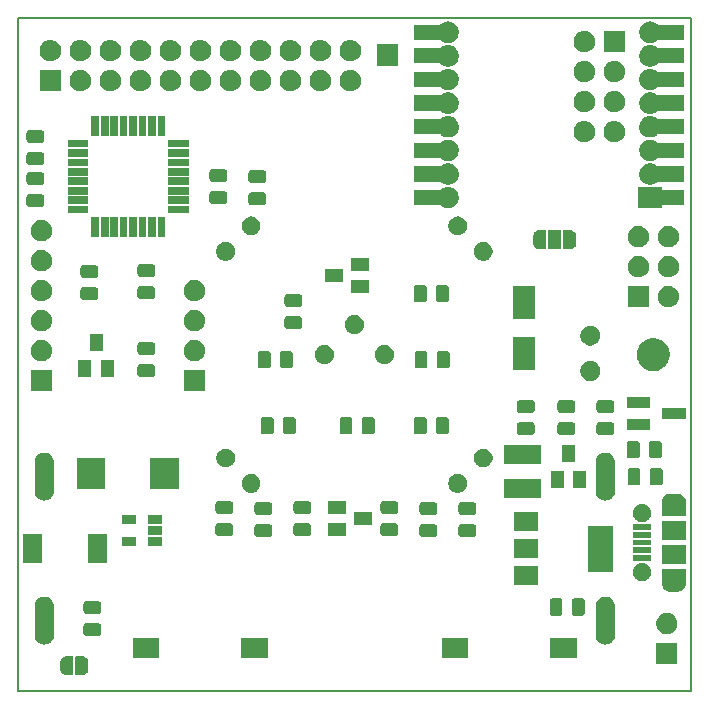
<source format=gts>
G04 #@! TF.GenerationSoftware,KiCad,Pcbnew,5.1.6-c6e7f7d~87~ubuntu18.04.1*
G04 #@! TF.CreationDate,2020-07-15T21:48:52+02:00*
G04 #@! TF.ProjectId,BT-Pcb-328P,42542d50-6362-42d3-9332-38502e6b6963,3.0*
G04 #@! TF.SameCoordinates,Original*
G04 #@! TF.FileFunction,Soldermask,Top*
G04 #@! TF.FilePolarity,Negative*
%FSLAX46Y46*%
G04 Gerber Fmt 4.6, Leading zero omitted, Abs format (unit mm)*
G04 Created by KiCad (PCBNEW 5.1.6-c6e7f7d~87~ubuntu18.04.1) date 2020-07-15 21:48:52*
%MOMM*%
%LPD*%
G01*
G04 APERTURE LIST*
G04 #@! TA.AperFunction,Profile*
%ADD10C,0.150000*%
G04 #@! TD*
%ADD11C,0.100000*%
G04 APERTURE END LIST*
D10*
X184040000Y-138320000D02*
X184040000Y-81320000D01*
X127040000Y-138320000D02*
X127040000Y-81320000D01*
X127040000Y-138320000D02*
X184040000Y-138320000D01*
X127040000Y-81320000D02*
X184040000Y-81320000D01*
D11*
G36*
X132488798Y-135346023D02*
G01*
X132492141Y-135346688D01*
X132497045Y-135346929D01*
X132522556Y-135346929D01*
X132537072Y-135348358D01*
X132628379Y-135366521D01*
X132630742Y-135367238D01*
X132630748Y-135367239D01*
X132639984Y-135370041D01*
X132639986Y-135370042D01*
X132642347Y-135370758D01*
X132728366Y-135406388D01*
X132741224Y-135413260D01*
X132818644Y-135464991D01*
X132820547Y-135466553D01*
X132820552Y-135466556D01*
X132828013Y-135472679D01*
X132829920Y-135474244D01*
X132895756Y-135540080D01*
X132897320Y-135541986D01*
X132897321Y-135541987D01*
X132903444Y-135549448D01*
X132903447Y-135549453D01*
X132905009Y-135551356D01*
X132956740Y-135628776D01*
X132963612Y-135641634D01*
X132999242Y-135727653D01*
X132999958Y-135730014D01*
X132999959Y-135730016D01*
X133002761Y-135739252D01*
X133002762Y-135739258D01*
X133003479Y-135741621D01*
X133021642Y-135832928D01*
X133023071Y-135847444D01*
X133023071Y-135872955D01*
X133024032Y-135882709D01*
X133024186Y-135883325D01*
X133025479Y-135896453D01*
X133025479Y-136391547D01*
X133023977Y-136406798D01*
X133023312Y-136410141D01*
X133023071Y-136415045D01*
X133023071Y-136440556D01*
X133021642Y-136455072D01*
X133003479Y-136546379D01*
X133002762Y-136548742D01*
X133002761Y-136548748D01*
X132999959Y-136557984D01*
X132999242Y-136560347D01*
X132963612Y-136646366D01*
X132956740Y-136659224D01*
X132905009Y-136736644D01*
X132903447Y-136738547D01*
X132903444Y-136738552D01*
X132897321Y-136746013D01*
X132895756Y-136747920D01*
X132829920Y-136813756D01*
X132828014Y-136815320D01*
X132828013Y-136815321D01*
X132820552Y-136821444D01*
X132820547Y-136821447D01*
X132818644Y-136823009D01*
X132741224Y-136874740D01*
X132728366Y-136881612D01*
X132642347Y-136917242D01*
X132639986Y-136917958D01*
X132639984Y-136917959D01*
X132630748Y-136920761D01*
X132630742Y-136920762D01*
X132628379Y-136921479D01*
X132537072Y-136939642D01*
X132522556Y-136941071D01*
X132497045Y-136941071D01*
X132487291Y-136942032D01*
X132486675Y-136942186D01*
X132473547Y-136943479D01*
X131978453Y-136943479D01*
X131966395Y-136942292D01*
X131957159Y-136939490D01*
X131948646Y-136934940D01*
X131941184Y-136928816D01*
X131935060Y-136921354D01*
X131930510Y-136912841D01*
X131927708Y-136903605D01*
X131926521Y-136891547D01*
X131926521Y-135396453D01*
X131927708Y-135384395D01*
X131930510Y-135375159D01*
X131935060Y-135366646D01*
X131941184Y-135359184D01*
X131948646Y-135353060D01*
X131957159Y-135348510D01*
X131966395Y-135345708D01*
X131978453Y-135344521D01*
X132473547Y-135344521D01*
X132488798Y-135346023D01*
G37*
G36*
X131685605Y-135345708D02*
G01*
X131694841Y-135348510D01*
X131703354Y-135353060D01*
X131710816Y-135359184D01*
X131716940Y-135366646D01*
X131721490Y-135375159D01*
X131724292Y-135384395D01*
X131725479Y-135396453D01*
X131725479Y-136891547D01*
X131724292Y-136903605D01*
X131721490Y-136912841D01*
X131716940Y-136921354D01*
X131710816Y-136928816D01*
X131703354Y-136934940D01*
X131694841Y-136939490D01*
X131685605Y-136942292D01*
X131673547Y-136943479D01*
X131178453Y-136943479D01*
X131163202Y-136941977D01*
X131159859Y-136941312D01*
X131154955Y-136941071D01*
X131129444Y-136941071D01*
X131114928Y-136939642D01*
X131023621Y-136921479D01*
X131021258Y-136920762D01*
X131021252Y-136920761D01*
X131012016Y-136917959D01*
X131012014Y-136917958D01*
X131009653Y-136917242D01*
X130923634Y-136881612D01*
X130910776Y-136874740D01*
X130833356Y-136823009D01*
X130831453Y-136821447D01*
X130831448Y-136821444D01*
X130823987Y-136815321D01*
X130823986Y-136815320D01*
X130822080Y-136813756D01*
X130756244Y-136747920D01*
X130754679Y-136746013D01*
X130748556Y-136738552D01*
X130748553Y-136738547D01*
X130746991Y-136736644D01*
X130695260Y-136659224D01*
X130688388Y-136646366D01*
X130652758Y-136560347D01*
X130652041Y-136557984D01*
X130649239Y-136548748D01*
X130649238Y-136548742D01*
X130648521Y-136546379D01*
X130630358Y-136455072D01*
X130628929Y-136440556D01*
X130628929Y-136415045D01*
X130627968Y-136405291D01*
X130627814Y-136404675D01*
X130626521Y-136391547D01*
X130626521Y-135896453D01*
X130628023Y-135881202D01*
X130628688Y-135877859D01*
X130628929Y-135872955D01*
X130628929Y-135847444D01*
X130630358Y-135832928D01*
X130648521Y-135741621D01*
X130649238Y-135739258D01*
X130649239Y-135739252D01*
X130652041Y-135730016D01*
X130652042Y-135730014D01*
X130652758Y-135727653D01*
X130688388Y-135641634D01*
X130695260Y-135628776D01*
X130746991Y-135551356D01*
X130748553Y-135549453D01*
X130748556Y-135549448D01*
X130754679Y-135541987D01*
X130754680Y-135541986D01*
X130756244Y-135540080D01*
X130822080Y-135474244D01*
X130823987Y-135472679D01*
X130831448Y-135466556D01*
X130831453Y-135466553D01*
X130833356Y-135464991D01*
X130910776Y-135413260D01*
X130923634Y-135406388D01*
X131009653Y-135370758D01*
X131012014Y-135370042D01*
X131012016Y-135370041D01*
X131021252Y-135367239D01*
X131021258Y-135367238D01*
X131023621Y-135366521D01*
X131114928Y-135348358D01*
X131129444Y-135346929D01*
X131154955Y-135346929D01*
X131164709Y-135345968D01*
X131165325Y-135345814D01*
X131178453Y-135344521D01*
X131673547Y-135344521D01*
X131685605Y-135345708D01*
G37*
G36*
X182890000Y-136027000D02*
G01*
X181092000Y-136027000D01*
X181092000Y-134229000D01*
X182890000Y-134229000D01*
X182890000Y-136027000D01*
G37*
G36*
X174395000Y-135469000D02*
G01*
X172117000Y-135469000D01*
X172117000Y-133771000D01*
X174395000Y-133771000D01*
X174395000Y-135469000D01*
G37*
G36*
X165195000Y-135469000D02*
G01*
X162917000Y-135469000D01*
X162917000Y-133771000D01*
X165195000Y-133771000D01*
X165195000Y-135469000D01*
G37*
G36*
X148233000Y-135469000D02*
G01*
X145955000Y-135469000D01*
X145955000Y-133771000D01*
X148233000Y-133771000D01*
X148233000Y-135469000D01*
G37*
G36*
X139033000Y-135469000D02*
G01*
X136755000Y-135469000D01*
X136755000Y-133771000D01*
X139033000Y-133771000D01*
X139033000Y-135469000D01*
G37*
G36*
X129444982Y-130315734D02*
G01*
X129521420Y-130338921D01*
X129597857Y-130362108D01*
X129738747Y-130437415D01*
X129862238Y-130538762D01*
X129963585Y-130662252D01*
X130038892Y-130803142D01*
X130053135Y-130850095D01*
X130085266Y-130956017D01*
X130097000Y-131075156D01*
X130097000Y-133592844D01*
X130085266Y-133711983D01*
X130067363Y-133771000D01*
X130038892Y-133864858D01*
X129963585Y-134005748D01*
X129862238Y-134129238D01*
X129738748Y-134230585D01*
X129597858Y-134305892D01*
X129521421Y-134329079D01*
X129444983Y-134352266D01*
X129286000Y-134367924D01*
X129127018Y-134352266D01*
X129050580Y-134329079D01*
X128974143Y-134305892D01*
X128833253Y-134230585D01*
X128709763Y-134129238D01*
X128608416Y-134005748D01*
X128533109Y-133864858D01*
X128504638Y-133771000D01*
X128486735Y-133711983D01*
X128475001Y-133592844D01*
X128475000Y-131075157D01*
X128486734Y-130956018D01*
X128518866Y-130850095D01*
X128533108Y-130803143D01*
X128608415Y-130662253D01*
X128709762Y-130538762D01*
X128833252Y-130437415D01*
X128974142Y-130362108D01*
X129050579Y-130338922D01*
X129127017Y-130315734D01*
X129286000Y-130300076D01*
X129444982Y-130315734D01*
G37*
G36*
X176944982Y-130315734D02*
G01*
X177021420Y-130338921D01*
X177097857Y-130362108D01*
X177238747Y-130437415D01*
X177362238Y-130538762D01*
X177463585Y-130662252D01*
X177538892Y-130803142D01*
X177553135Y-130850095D01*
X177585266Y-130956017D01*
X177597000Y-131075156D01*
X177597000Y-133592844D01*
X177585266Y-133711983D01*
X177567363Y-133771000D01*
X177538892Y-133864858D01*
X177463585Y-134005748D01*
X177362238Y-134129238D01*
X177238748Y-134230585D01*
X177097858Y-134305892D01*
X177021421Y-134329079D01*
X176944983Y-134352266D01*
X176786000Y-134367924D01*
X176627018Y-134352266D01*
X176550580Y-134329079D01*
X176474143Y-134305892D01*
X176333253Y-134230585D01*
X176209763Y-134129238D01*
X176108416Y-134005748D01*
X176033109Y-133864858D01*
X176004638Y-133771000D01*
X175986735Y-133711983D01*
X175975001Y-133592844D01*
X175975000Y-131075157D01*
X175986734Y-130956018D01*
X176018866Y-130850095D01*
X176033108Y-130803143D01*
X176108415Y-130662253D01*
X176209762Y-130538762D01*
X176333252Y-130437415D01*
X176474142Y-130362108D01*
X176550579Y-130338922D01*
X176627017Y-130315734D01*
X176786000Y-130300076D01*
X176944982Y-130315734D01*
G37*
G36*
X133903159Y-132564411D02*
G01*
X133948744Y-132578239D01*
X133990761Y-132600698D01*
X134027583Y-132630917D01*
X134057802Y-132667739D01*
X134080261Y-132709756D01*
X134094089Y-132755341D01*
X134099000Y-132805204D01*
X134099000Y-133386796D01*
X134094089Y-133436659D01*
X134080261Y-133482244D01*
X134057802Y-133524261D01*
X134027583Y-133561083D01*
X133990761Y-133591302D01*
X133948744Y-133613761D01*
X133903159Y-133627589D01*
X133853296Y-133632500D01*
X132846704Y-133632500D01*
X132796841Y-133627589D01*
X132751256Y-133613761D01*
X132709239Y-133591302D01*
X132672417Y-133561083D01*
X132642198Y-133524261D01*
X132619739Y-133482244D01*
X132605911Y-133436659D01*
X132601000Y-133386796D01*
X132601000Y-132805204D01*
X132605911Y-132755341D01*
X132619739Y-132709756D01*
X132642198Y-132667739D01*
X132672417Y-132630917D01*
X132709239Y-132600698D01*
X132751256Y-132578239D01*
X132796841Y-132564411D01*
X132846704Y-132559500D01*
X133853296Y-132559500D01*
X133903159Y-132564411D01*
G37*
G36*
X182253227Y-131723547D02*
G01*
X182253230Y-131723548D01*
X182253229Y-131723548D01*
X182416836Y-131791316D01*
X182564079Y-131889701D01*
X182689299Y-132014921D01*
X182787684Y-132162164D01*
X182787684Y-132162165D01*
X182855453Y-132325773D01*
X182890000Y-132499455D01*
X182890000Y-132676545D01*
X182855453Y-132850227D01*
X182855452Y-132850229D01*
X182787684Y-133013836D01*
X182689299Y-133161079D01*
X182564079Y-133286299D01*
X182416836Y-133384684D01*
X182301147Y-133432604D01*
X182253227Y-133452453D01*
X182079545Y-133487000D01*
X181902455Y-133487000D01*
X181728773Y-133452453D01*
X181680853Y-133432604D01*
X181565164Y-133384684D01*
X181417921Y-133286299D01*
X181292701Y-133161079D01*
X181194316Y-133013836D01*
X181126548Y-132850229D01*
X181126547Y-132850227D01*
X181092000Y-132676545D01*
X181092000Y-132499455D01*
X181126547Y-132325773D01*
X181194316Y-132162165D01*
X181194316Y-132162164D01*
X181292701Y-132014921D01*
X181417921Y-131889701D01*
X181565164Y-131791316D01*
X181728771Y-131723548D01*
X181728770Y-131723548D01*
X181728773Y-131723547D01*
X181902455Y-131689000D01*
X182079545Y-131689000D01*
X182253227Y-131723547D01*
G37*
G36*
X174838659Y-130446911D02*
G01*
X174884244Y-130460739D01*
X174926261Y-130483198D01*
X174963083Y-130513417D01*
X174993302Y-130550239D01*
X175015761Y-130592256D01*
X175029589Y-130637841D01*
X175034500Y-130687704D01*
X175034500Y-131694296D01*
X175029589Y-131744159D01*
X175015761Y-131789744D01*
X174993302Y-131831761D01*
X174963083Y-131868583D01*
X174926261Y-131898802D01*
X174884244Y-131921261D01*
X174838659Y-131935089D01*
X174788796Y-131940000D01*
X174207204Y-131940000D01*
X174157341Y-131935089D01*
X174111756Y-131921261D01*
X174069739Y-131898802D01*
X174032917Y-131868583D01*
X174002698Y-131831761D01*
X173980239Y-131789744D01*
X173966411Y-131744159D01*
X173961500Y-131694296D01*
X173961500Y-130687704D01*
X173966411Y-130637841D01*
X173980239Y-130592256D01*
X174002698Y-130550239D01*
X174032917Y-130513417D01*
X174069739Y-130483198D01*
X174111756Y-130460739D01*
X174157341Y-130446911D01*
X174207204Y-130442000D01*
X174788796Y-130442000D01*
X174838659Y-130446911D01*
G37*
G36*
X172963659Y-130446911D02*
G01*
X173009244Y-130460739D01*
X173051261Y-130483198D01*
X173088083Y-130513417D01*
X173118302Y-130550239D01*
X173140761Y-130592256D01*
X173154589Y-130637841D01*
X173159500Y-130687704D01*
X173159500Y-131694296D01*
X173154589Y-131744159D01*
X173140761Y-131789744D01*
X173118302Y-131831761D01*
X173088083Y-131868583D01*
X173051261Y-131898802D01*
X173009244Y-131921261D01*
X172963659Y-131935089D01*
X172913796Y-131940000D01*
X172332204Y-131940000D01*
X172282341Y-131935089D01*
X172236756Y-131921261D01*
X172194739Y-131898802D01*
X172157917Y-131868583D01*
X172127698Y-131831761D01*
X172105239Y-131789744D01*
X172091411Y-131744159D01*
X172086500Y-131694296D01*
X172086500Y-130687704D01*
X172091411Y-130637841D01*
X172105239Y-130592256D01*
X172127698Y-130550239D01*
X172157917Y-130513417D01*
X172194739Y-130483198D01*
X172236756Y-130460739D01*
X172282341Y-130446911D01*
X172332204Y-130442000D01*
X172913796Y-130442000D01*
X172963659Y-130446911D01*
G37*
G36*
X133903159Y-130689411D02*
G01*
X133948744Y-130703239D01*
X133990761Y-130725698D01*
X134027583Y-130755917D01*
X134057802Y-130792739D01*
X134080261Y-130834756D01*
X134094089Y-130880341D01*
X134099000Y-130930204D01*
X134099000Y-131511796D01*
X134094089Y-131561659D01*
X134080261Y-131607244D01*
X134057802Y-131649261D01*
X134027583Y-131686083D01*
X133990761Y-131716302D01*
X133948744Y-131738761D01*
X133903159Y-131752589D01*
X133853296Y-131757500D01*
X132846704Y-131757500D01*
X132796841Y-131752589D01*
X132751256Y-131738761D01*
X132709239Y-131716302D01*
X132672417Y-131686083D01*
X132642198Y-131649261D01*
X132619739Y-131607244D01*
X132605911Y-131561659D01*
X132601000Y-131511796D01*
X132601000Y-130930204D01*
X132605911Y-130880341D01*
X132619739Y-130834756D01*
X132642198Y-130792739D01*
X132672417Y-130755917D01*
X132709239Y-130725698D01*
X132751256Y-130703239D01*
X132796841Y-130689411D01*
X132846704Y-130684500D01*
X133853296Y-130684500D01*
X133903159Y-130689411D01*
G37*
G36*
X183592500Y-129195662D02*
G01*
X183592741Y-129200563D01*
X183595640Y-129230000D01*
X183592741Y-129259437D01*
X183592500Y-129264338D01*
X183592500Y-129305072D01*
X183589938Y-129309865D01*
X183586373Y-129324098D01*
X183583110Y-129357225D01*
X183559390Y-129435419D01*
X183545999Y-129479563D01*
X183485735Y-129592310D01*
X183404633Y-129691133D01*
X183305810Y-129772235D01*
X183193063Y-129832499D01*
X183158530Y-129842974D01*
X183070726Y-129869610D01*
X182975384Y-129879000D01*
X182211616Y-129879000D01*
X182116274Y-129869610D01*
X182028470Y-129842974D01*
X181993937Y-129832499D01*
X181881190Y-129772235D01*
X181782367Y-129691133D01*
X181701265Y-129592310D01*
X181641001Y-129479563D01*
X181627610Y-129435419D01*
X181603890Y-129357225D01*
X181600627Y-129324098D01*
X181598715Y-129314484D01*
X181594964Y-129305429D01*
X181594500Y-129304735D01*
X181594500Y-129264338D01*
X181594259Y-129259437D01*
X181591360Y-129230000D01*
X181594259Y-129200563D01*
X181594500Y-129195662D01*
X181594500Y-127981000D01*
X183592500Y-127981000D01*
X183592500Y-129195662D01*
G37*
G36*
X171127000Y-129337000D02*
G01*
X169029000Y-129337000D01*
X169029000Y-127739000D01*
X171127000Y-127739000D01*
X171127000Y-129337000D01*
G37*
G36*
X180069422Y-127475829D02*
G01*
X180119267Y-127485744D01*
X180260126Y-127544090D01*
X180386896Y-127628795D01*
X180494705Y-127736604D01*
X180579410Y-127863374D01*
X180637756Y-128004233D01*
X180667500Y-128153768D01*
X180667500Y-128306232D01*
X180637756Y-128455767D01*
X180579410Y-128596626D01*
X180494705Y-128723396D01*
X180386896Y-128831205D01*
X180260126Y-128915910D01*
X180119267Y-128974256D01*
X180069422Y-128984171D01*
X179969734Y-129004000D01*
X179817266Y-129004000D01*
X179717578Y-128984171D01*
X179667733Y-128974256D01*
X179526874Y-128915910D01*
X179400104Y-128831205D01*
X179292295Y-128723396D01*
X179207590Y-128596626D01*
X179149244Y-128455767D01*
X179119500Y-128306232D01*
X179119500Y-128153768D01*
X179149244Y-128004233D01*
X179207590Y-127863374D01*
X179292295Y-127736604D01*
X179400104Y-127628795D01*
X179526874Y-127544090D01*
X179667733Y-127485744D01*
X179717578Y-127475829D01*
X179817266Y-127456000D01*
X179969734Y-127456000D01*
X180069422Y-127475829D01*
G37*
G36*
X177427000Y-128187000D02*
G01*
X175329000Y-128187000D01*
X175329000Y-124289000D01*
X177427000Y-124289000D01*
X177427000Y-128187000D01*
G37*
G36*
X183592500Y-127529000D02*
G01*
X181594500Y-127529000D01*
X181594500Y-125931000D01*
X183592500Y-125931000D01*
X183592500Y-127529000D01*
G37*
G36*
X129113000Y-127487000D02*
G01*
X127515000Y-127487000D01*
X127515000Y-124989000D01*
X129113000Y-124989000D01*
X129113000Y-127487000D01*
G37*
G36*
X134613000Y-127487000D02*
G01*
X133015000Y-127487000D01*
X133015000Y-124989000D01*
X134613000Y-124989000D01*
X134613000Y-127487000D01*
G37*
G36*
X180617500Y-127279000D02*
G01*
X179169500Y-127279000D01*
X179169500Y-126781000D01*
X180617500Y-126781000D01*
X180617500Y-127279000D01*
G37*
G36*
X171127000Y-127037000D02*
G01*
X169029000Y-127037000D01*
X169029000Y-125439000D01*
X171127000Y-125439000D01*
X171127000Y-127037000D01*
G37*
G36*
X180617500Y-126629000D02*
G01*
X179169500Y-126629000D01*
X179169500Y-126131000D01*
X180617500Y-126131000D01*
X180617500Y-126629000D01*
G37*
G36*
X137063000Y-126038000D02*
G01*
X135905000Y-126038000D01*
X135905000Y-125290000D01*
X137063000Y-125290000D01*
X137063000Y-126038000D01*
G37*
G36*
X139263000Y-126038000D02*
G01*
X138105000Y-126038000D01*
X138105000Y-125290000D01*
X139263000Y-125290000D01*
X139263000Y-126038000D01*
G37*
G36*
X180617500Y-125979000D02*
G01*
X179169500Y-125979000D01*
X179169500Y-125481000D01*
X180617500Y-125481000D01*
X180617500Y-125979000D01*
G37*
G36*
X183592500Y-125529000D02*
G01*
X181594500Y-125529000D01*
X181594500Y-123931000D01*
X183592500Y-123931000D01*
X183592500Y-125529000D01*
G37*
G36*
X180617500Y-125329000D02*
G01*
X179169500Y-125329000D01*
X179169500Y-124831000D01*
X180617500Y-124831000D01*
X180617500Y-125329000D01*
G37*
G36*
X162351159Y-124182411D02*
G01*
X162396744Y-124196239D01*
X162438761Y-124218698D01*
X162475583Y-124248917D01*
X162505802Y-124285739D01*
X162528261Y-124327756D01*
X162542089Y-124373341D01*
X162547000Y-124423204D01*
X162547000Y-125004796D01*
X162542089Y-125054659D01*
X162528261Y-125100244D01*
X162505802Y-125142261D01*
X162475583Y-125179083D01*
X162438761Y-125209302D01*
X162396744Y-125231761D01*
X162351159Y-125245589D01*
X162301296Y-125250500D01*
X161294704Y-125250500D01*
X161244841Y-125245589D01*
X161199256Y-125231761D01*
X161157239Y-125209302D01*
X161120417Y-125179083D01*
X161090198Y-125142261D01*
X161067739Y-125100244D01*
X161053911Y-125054659D01*
X161049000Y-125004796D01*
X161049000Y-124423204D01*
X161053911Y-124373341D01*
X161067739Y-124327756D01*
X161090198Y-124285739D01*
X161120417Y-124248917D01*
X161157239Y-124218698D01*
X161199256Y-124196239D01*
X161244841Y-124182411D01*
X161294704Y-124177500D01*
X162301296Y-124177500D01*
X162351159Y-124182411D01*
G37*
G36*
X148381159Y-124182411D02*
G01*
X148426744Y-124196239D01*
X148468761Y-124218698D01*
X148505583Y-124248917D01*
X148535802Y-124285739D01*
X148558261Y-124327756D01*
X148572089Y-124373341D01*
X148577000Y-124423204D01*
X148577000Y-125004796D01*
X148572089Y-125054659D01*
X148558261Y-125100244D01*
X148535802Y-125142261D01*
X148505583Y-125179083D01*
X148468761Y-125209302D01*
X148426744Y-125231761D01*
X148381159Y-125245589D01*
X148331296Y-125250500D01*
X147324704Y-125250500D01*
X147274841Y-125245589D01*
X147229256Y-125231761D01*
X147187239Y-125209302D01*
X147150417Y-125179083D01*
X147120198Y-125142261D01*
X147097739Y-125100244D01*
X147083911Y-125054659D01*
X147079000Y-125004796D01*
X147079000Y-124423204D01*
X147083911Y-124373341D01*
X147097739Y-124327756D01*
X147120198Y-124285739D01*
X147150417Y-124248917D01*
X147187239Y-124218698D01*
X147229256Y-124196239D01*
X147274841Y-124182411D01*
X147324704Y-124177500D01*
X148331296Y-124177500D01*
X148381159Y-124182411D01*
G37*
G36*
X165653159Y-124182411D02*
G01*
X165698744Y-124196239D01*
X165740761Y-124218698D01*
X165777583Y-124248917D01*
X165807802Y-124285739D01*
X165830261Y-124327756D01*
X165844089Y-124373341D01*
X165849000Y-124423204D01*
X165849000Y-125004796D01*
X165844089Y-125054659D01*
X165830261Y-125100244D01*
X165807802Y-125142261D01*
X165777583Y-125179083D01*
X165740761Y-125209302D01*
X165698744Y-125231761D01*
X165653159Y-125245589D01*
X165603296Y-125250500D01*
X164596704Y-125250500D01*
X164546841Y-125245589D01*
X164501256Y-125231761D01*
X164459239Y-125209302D01*
X164422417Y-125179083D01*
X164392198Y-125142261D01*
X164369739Y-125100244D01*
X164355911Y-125054659D01*
X164351000Y-125004796D01*
X164351000Y-124423204D01*
X164355911Y-124373341D01*
X164369739Y-124327756D01*
X164392198Y-124285739D01*
X164422417Y-124248917D01*
X164459239Y-124218698D01*
X164501256Y-124196239D01*
X164546841Y-124182411D01*
X164596704Y-124177500D01*
X165603296Y-124177500D01*
X165653159Y-124182411D01*
G37*
G36*
X154843000Y-125197000D02*
G01*
X153345000Y-125197000D01*
X153345000Y-124099000D01*
X154843000Y-124099000D01*
X154843000Y-125197000D01*
G37*
G36*
X151683159Y-124103911D02*
G01*
X151728744Y-124117739D01*
X151770761Y-124140198D01*
X151807583Y-124170417D01*
X151837802Y-124207239D01*
X151860261Y-124249256D01*
X151874089Y-124294841D01*
X151879000Y-124344704D01*
X151879000Y-124926296D01*
X151874089Y-124976159D01*
X151860261Y-125021744D01*
X151837802Y-125063761D01*
X151807583Y-125100583D01*
X151770761Y-125130802D01*
X151728744Y-125153261D01*
X151683159Y-125167089D01*
X151633296Y-125172000D01*
X150626704Y-125172000D01*
X150576841Y-125167089D01*
X150531256Y-125153261D01*
X150489239Y-125130802D01*
X150452417Y-125100583D01*
X150422198Y-125063761D01*
X150399739Y-125021744D01*
X150385911Y-124976159D01*
X150381000Y-124926296D01*
X150381000Y-124344704D01*
X150385911Y-124294841D01*
X150399739Y-124249256D01*
X150422198Y-124207239D01*
X150452417Y-124170417D01*
X150489239Y-124140198D01*
X150531256Y-124117739D01*
X150576841Y-124103911D01*
X150626704Y-124099000D01*
X151633296Y-124099000D01*
X151683159Y-124103911D01*
G37*
G36*
X159049159Y-124103911D02*
G01*
X159094744Y-124117739D01*
X159136761Y-124140198D01*
X159173583Y-124170417D01*
X159203802Y-124207239D01*
X159226261Y-124249256D01*
X159240089Y-124294841D01*
X159245000Y-124344704D01*
X159245000Y-124926296D01*
X159240089Y-124976159D01*
X159226261Y-125021744D01*
X159203802Y-125063761D01*
X159173583Y-125100583D01*
X159136761Y-125130802D01*
X159094744Y-125153261D01*
X159049159Y-125167089D01*
X158999296Y-125172000D01*
X157992704Y-125172000D01*
X157942841Y-125167089D01*
X157897256Y-125153261D01*
X157855239Y-125130802D01*
X157818417Y-125100583D01*
X157788198Y-125063761D01*
X157765739Y-125021744D01*
X157751911Y-124976159D01*
X157747000Y-124926296D01*
X157747000Y-124344704D01*
X157751911Y-124294841D01*
X157765739Y-124249256D01*
X157788198Y-124207239D01*
X157818417Y-124170417D01*
X157855239Y-124140198D01*
X157897256Y-124117739D01*
X157942841Y-124103911D01*
X157992704Y-124099000D01*
X158999296Y-124099000D01*
X159049159Y-124103911D01*
G37*
G36*
X145079159Y-124103911D02*
G01*
X145124744Y-124117739D01*
X145166761Y-124140198D01*
X145203583Y-124170417D01*
X145233802Y-124207239D01*
X145256261Y-124249256D01*
X145270089Y-124294841D01*
X145275000Y-124344704D01*
X145275000Y-124926296D01*
X145270089Y-124976159D01*
X145256261Y-125021744D01*
X145233802Y-125063761D01*
X145203583Y-125100583D01*
X145166761Y-125130802D01*
X145124744Y-125153261D01*
X145079159Y-125167089D01*
X145029296Y-125172000D01*
X144022704Y-125172000D01*
X143972841Y-125167089D01*
X143927256Y-125153261D01*
X143885239Y-125130802D01*
X143848417Y-125100583D01*
X143818198Y-125063761D01*
X143795739Y-125021744D01*
X143781911Y-124976159D01*
X143777000Y-124926296D01*
X143777000Y-124344704D01*
X143781911Y-124294841D01*
X143795739Y-124249256D01*
X143818198Y-124207239D01*
X143848417Y-124170417D01*
X143885239Y-124140198D01*
X143927256Y-124117739D01*
X143972841Y-124103911D01*
X144022704Y-124099000D01*
X145029296Y-124099000D01*
X145079159Y-124103911D01*
G37*
G36*
X139263000Y-125088000D02*
G01*
X138105000Y-125088000D01*
X138105000Y-124340000D01*
X139263000Y-124340000D01*
X139263000Y-125088000D01*
G37*
G36*
X171127000Y-124737000D02*
G01*
X169029000Y-124737000D01*
X169029000Y-123139000D01*
X171127000Y-123139000D01*
X171127000Y-124737000D01*
G37*
G36*
X180617500Y-124679000D02*
G01*
X179169500Y-124679000D01*
X179169500Y-124181000D01*
X180617500Y-124181000D01*
X180617500Y-124679000D01*
G37*
G36*
X157043000Y-124247000D02*
G01*
X155545000Y-124247000D01*
X155545000Y-123149000D01*
X157043000Y-123149000D01*
X157043000Y-124247000D01*
G37*
G36*
X137063000Y-124138000D02*
G01*
X135905000Y-124138000D01*
X135905000Y-123390000D01*
X137063000Y-123390000D01*
X137063000Y-124138000D01*
G37*
G36*
X139263000Y-124138000D02*
G01*
X138105000Y-124138000D01*
X138105000Y-123390000D01*
X139263000Y-123390000D01*
X139263000Y-124138000D01*
G37*
G36*
X180069422Y-122475829D02*
G01*
X180119267Y-122485744D01*
X180260126Y-122544090D01*
X180386896Y-122628795D01*
X180494705Y-122736604D01*
X180579410Y-122863374D01*
X180637756Y-123004233D01*
X180637756Y-123004234D01*
X180667500Y-123153766D01*
X180667500Y-123306234D01*
X180657449Y-123356761D01*
X180637756Y-123455767D01*
X180579410Y-123596626D01*
X180494705Y-123723396D01*
X180386896Y-123831205D01*
X180260126Y-123915910D01*
X180119267Y-123974256D01*
X180069422Y-123984171D01*
X179969734Y-124004000D01*
X179817266Y-124004000D01*
X179717578Y-123984171D01*
X179667733Y-123974256D01*
X179526874Y-123915910D01*
X179400104Y-123831205D01*
X179292295Y-123723396D01*
X179207590Y-123596626D01*
X179149244Y-123455767D01*
X179129551Y-123356761D01*
X179119500Y-123306234D01*
X179119500Y-123153766D01*
X179149244Y-123004234D01*
X179149244Y-123004233D01*
X179207590Y-122863374D01*
X179292295Y-122736604D01*
X179400104Y-122628795D01*
X179526874Y-122544090D01*
X179667733Y-122485744D01*
X179717578Y-122475829D01*
X179817266Y-122456000D01*
X179969734Y-122456000D01*
X180069422Y-122475829D01*
G37*
G36*
X183070726Y-121590390D02*
G01*
X183158530Y-121617026D01*
X183193063Y-121627501D01*
X183305810Y-121687765D01*
X183404633Y-121768867D01*
X183485735Y-121867690D01*
X183522909Y-121937238D01*
X183545998Y-121980435D01*
X183583110Y-122102775D01*
X183586373Y-122135902D01*
X183588285Y-122145516D01*
X183592036Y-122154571D01*
X183592500Y-122155265D01*
X183592500Y-122195662D01*
X183592741Y-122200563D01*
X183595640Y-122230000D01*
X183592741Y-122259437D01*
X183592500Y-122264338D01*
X183592500Y-123479000D01*
X181594500Y-123479000D01*
X181594500Y-122264338D01*
X181594259Y-122259437D01*
X181591360Y-122230000D01*
X181594259Y-122200563D01*
X181594500Y-122195662D01*
X181594500Y-122154928D01*
X181597062Y-122150135D01*
X181600627Y-122135902D01*
X181603890Y-122102775D01*
X181641002Y-121980435D01*
X181664091Y-121937238D01*
X181701265Y-121867690D01*
X181782367Y-121768867D01*
X181881190Y-121687765D01*
X181993937Y-121627501D01*
X182028470Y-121617026D01*
X182116274Y-121590390D01*
X182211616Y-121581000D01*
X182975384Y-121581000D01*
X183070726Y-121590390D01*
G37*
G36*
X162351159Y-122307411D02*
G01*
X162396744Y-122321239D01*
X162438761Y-122343698D01*
X162475583Y-122373917D01*
X162505802Y-122410739D01*
X162528261Y-122452756D01*
X162542089Y-122498341D01*
X162547000Y-122548204D01*
X162547000Y-123129796D01*
X162542089Y-123179659D01*
X162528261Y-123225244D01*
X162505802Y-123267261D01*
X162475583Y-123304083D01*
X162438761Y-123334302D01*
X162396744Y-123356761D01*
X162351159Y-123370589D01*
X162301296Y-123375500D01*
X161294704Y-123375500D01*
X161244841Y-123370589D01*
X161199256Y-123356761D01*
X161157239Y-123334302D01*
X161120417Y-123304083D01*
X161090198Y-123267261D01*
X161067739Y-123225244D01*
X161053911Y-123179659D01*
X161049000Y-123129796D01*
X161049000Y-122548204D01*
X161053911Y-122498341D01*
X161067739Y-122452756D01*
X161090198Y-122410739D01*
X161120417Y-122373917D01*
X161157239Y-122343698D01*
X161199256Y-122321239D01*
X161244841Y-122307411D01*
X161294704Y-122302500D01*
X162301296Y-122302500D01*
X162351159Y-122307411D01*
G37*
G36*
X148381159Y-122307411D02*
G01*
X148426744Y-122321239D01*
X148468761Y-122343698D01*
X148505583Y-122373917D01*
X148535802Y-122410739D01*
X148558261Y-122452756D01*
X148572089Y-122498341D01*
X148577000Y-122548204D01*
X148577000Y-123129796D01*
X148572089Y-123179659D01*
X148558261Y-123225244D01*
X148535802Y-123267261D01*
X148505583Y-123304083D01*
X148468761Y-123334302D01*
X148426744Y-123356761D01*
X148381159Y-123370589D01*
X148331296Y-123375500D01*
X147324704Y-123375500D01*
X147274841Y-123370589D01*
X147229256Y-123356761D01*
X147187239Y-123334302D01*
X147150417Y-123304083D01*
X147120198Y-123267261D01*
X147097739Y-123225244D01*
X147083911Y-123179659D01*
X147079000Y-123129796D01*
X147079000Y-122548204D01*
X147083911Y-122498341D01*
X147097739Y-122452756D01*
X147120198Y-122410739D01*
X147150417Y-122373917D01*
X147187239Y-122343698D01*
X147229256Y-122321239D01*
X147274841Y-122307411D01*
X147324704Y-122302500D01*
X148331296Y-122302500D01*
X148381159Y-122307411D01*
G37*
G36*
X165653159Y-122307411D02*
G01*
X165698744Y-122321239D01*
X165740761Y-122343698D01*
X165777583Y-122373917D01*
X165807802Y-122410739D01*
X165830261Y-122452756D01*
X165844089Y-122498341D01*
X165849000Y-122548204D01*
X165849000Y-123129796D01*
X165844089Y-123179659D01*
X165830261Y-123225244D01*
X165807802Y-123267261D01*
X165777583Y-123304083D01*
X165740761Y-123334302D01*
X165698744Y-123356761D01*
X165653159Y-123370589D01*
X165603296Y-123375500D01*
X164596704Y-123375500D01*
X164546841Y-123370589D01*
X164501256Y-123356761D01*
X164459239Y-123334302D01*
X164422417Y-123304083D01*
X164392198Y-123267261D01*
X164369739Y-123225244D01*
X164355911Y-123179659D01*
X164351000Y-123129796D01*
X164351000Y-122548204D01*
X164355911Y-122498341D01*
X164369739Y-122452756D01*
X164392198Y-122410739D01*
X164422417Y-122373917D01*
X164459239Y-122343698D01*
X164501256Y-122321239D01*
X164546841Y-122307411D01*
X164596704Y-122302500D01*
X165603296Y-122302500D01*
X165653159Y-122307411D01*
G37*
G36*
X159049159Y-122228911D02*
G01*
X159094744Y-122242739D01*
X159136761Y-122265198D01*
X159173583Y-122295417D01*
X159203802Y-122332239D01*
X159226261Y-122374256D01*
X159240089Y-122419841D01*
X159245000Y-122469704D01*
X159245000Y-123051296D01*
X159240089Y-123101159D01*
X159226261Y-123146744D01*
X159203802Y-123188761D01*
X159173583Y-123225583D01*
X159136761Y-123255802D01*
X159094744Y-123278261D01*
X159049159Y-123292089D01*
X158999296Y-123297000D01*
X157992704Y-123297000D01*
X157942841Y-123292089D01*
X157897256Y-123278261D01*
X157855239Y-123255802D01*
X157818417Y-123225583D01*
X157788198Y-123188761D01*
X157765739Y-123146744D01*
X157751911Y-123101159D01*
X157747000Y-123051296D01*
X157747000Y-122469704D01*
X157751911Y-122419841D01*
X157765739Y-122374256D01*
X157788198Y-122332239D01*
X157818417Y-122295417D01*
X157855239Y-122265198D01*
X157897256Y-122242739D01*
X157942841Y-122228911D01*
X157992704Y-122224000D01*
X158999296Y-122224000D01*
X159049159Y-122228911D01*
G37*
G36*
X154843000Y-123297000D02*
G01*
X153345000Y-123297000D01*
X153345000Y-122199000D01*
X154843000Y-122199000D01*
X154843000Y-123297000D01*
G37*
G36*
X151683159Y-122228911D02*
G01*
X151728744Y-122242739D01*
X151770761Y-122265198D01*
X151807583Y-122295417D01*
X151837802Y-122332239D01*
X151860261Y-122374256D01*
X151874089Y-122419841D01*
X151879000Y-122469704D01*
X151879000Y-123051296D01*
X151874089Y-123101159D01*
X151860261Y-123146744D01*
X151837802Y-123188761D01*
X151807583Y-123225583D01*
X151770761Y-123255802D01*
X151728744Y-123278261D01*
X151683159Y-123292089D01*
X151633296Y-123297000D01*
X150626704Y-123297000D01*
X150576841Y-123292089D01*
X150531256Y-123278261D01*
X150489239Y-123255802D01*
X150452417Y-123225583D01*
X150422198Y-123188761D01*
X150399739Y-123146744D01*
X150385911Y-123101159D01*
X150381000Y-123051296D01*
X150381000Y-122469704D01*
X150385911Y-122419841D01*
X150399739Y-122374256D01*
X150422198Y-122332239D01*
X150452417Y-122295417D01*
X150489239Y-122265198D01*
X150531256Y-122242739D01*
X150576841Y-122228911D01*
X150626704Y-122224000D01*
X151633296Y-122224000D01*
X151683159Y-122228911D01*
G37*
G36*
X145079159Y-122228911D02*
G01*
X145124744Y-122242739D01*
X145166761Y-122265198D01*
X145203583Y-122295417D01*
X145233802Y-122332239D01*
X145256261Y-122374256D01*
X145270089Y-122419841D01*
X145275000Y-122469704D01*
X145275000Y-123051296D01*
X145270089Y-123101159D01*
X145256261Y-123146744D01*
X145233802Y-123188761D01*
X145203583Y-123225583D01*
X145166761Y-123255802D01*
X145124744Y-123278261D01*
X145079159Y-123292089D01*
X145029296Y-123297000D01*
X144022704Y-123297000D01*
X143972841Y-123292089D01*
X143927256Y-123278261D01*
X143885239Y-123255802D01*
X143848417Y-123225583D01*
X143818198Y-123188761D01*
X143795739Y-123146744D01*
X143781911Y-123101159D01*
X143777000Y-123051296D01*
X143777000Y-122469704D01*
X143781911Y-122419841D01*
X143795739Y-122374256D01*
X143818198Y-122332239D01*
X143848417Y-122295417D01*
X143885239Y-122265198D01*
X143927256Y-122242739D01*
X143972841Y-122228911D01*
X144022704Y-122224000D01*
X145029296Y-122224000D01*
X145079159Y-122228911D01*
G37*
G36*
X129442983Y-118123734D02*
G01*
X129519421Y-118146921D01*
X129595858Y-118170108D01*
X129736748Y-118245415D01*
X129860238Y-118346762D01*
X129961585Y-118470252D01*
X130036892Y-118611142D01*
X130060079Y-118687579D01*
X130083266Y-118764017D01*
X130095000Y-118883156D01*
X130095000Y-121400844D01*
X130083266Y-121519983D01*
X130064756Y-121581000D01*
X130036892Y-121672858D01*
X129961585Y-121813748D01*
X129860238Y-121937238D01*
X129736747Y-122038585D01*
X129595857Y-122113892D01*
X129523298Y-122135902D01*
X129442982Y-122160266D01*
X129284000Y-122175924D01*
X129125017Y-122160266D01*
X129044701Y-122135902D01*
X128972142Y-122113892D01*
X128831252Y-122038585D01*
X128707762Y-121937238D01*
X128606415Y-121813747D01*
X128531108Y-121672857D01*
X128484735Y-121519984D01*
X128484734Y-121519982D01*
X128473000Y-121400843D01*
X128473001Y-118883156D01*
X128484735Y-118764017D01*
X128507922Y-118687579D01*
X128531109Y-118611142D01*
X128606416Y-118470252D01*
X128707763Y-118346762D01*
X128831253Y-118245415D01*
X128972143Y-118170108D01*
X129048580Y-118146921D01*
X129125018Y-118123734D01*
X129284000Y-118108076D01*
X129442983Y-118123734D01*
G37*
G36*
X176942983Y-118123734D02*
G01*
X177019421Y-118146921D01*
X177095858Y-118170108D01*
X177236748Y-118245415D01*
X177360238Y-118346762D01*
X177461585Y-118470252D01*
X177536892Y-118611142D01*
X177560079Y-118687579D01*
X177583266Y-118764017D01*
X177595000Y-118883156D01*
X177595000Y-121400844D01*
X177583266Y-121519983D01*
X177564756Y-121581000D01*
X177536892Y-121672858D01*
X177461585Y-121813748D01*
X177360238Y-121937238D01*
X177236747Y-122038585D01*
X177095857Y-122113892D01*
X177023298Y-122135902D01*
X176942982Y-122160266D01*
X176784000Y-122175924D01*
X176625017Y-122160266D01*
X176544701Y-122135902D01*
X176472142Y-122113892D01*
X176331252Y-122038585D01*
X176207762Y-121937238D01*
X176106415Y-121813747D01*
X176031108Y-121672857D01*
X175984735Y-121519984D01*
X175984734Y-121519982D01*
X175973000Y-121400843D01*
X175973001Y-118883156D01*
X175984735Y-118764017D01*
X176007922Y-118687579D01*
X176031109Y-118611142D01*
X176106416Y-118470252D01*
X176207763Y-118346762D01*
X176331253Y-118245415D01*
X176472143Y-118170108D01*
X176548580Y-118146921D01*
X176625018Y-118123734D01*
X176784000Y-118108076D01*
X176942983Y-118123734D01*
G37*
G36*
X171358000Y-121962000D02*
G01*
X168240000Y-121962000D01*
X168240000Y-120354000D01*
X171358000Y-120354000D01*
X171358000Y-121962000D01*
G37*
G36*
X164420150Y-119931235D02*
G01*
X164523060Y-119951705D01*
X164668468Y-120011935D01*
X164799333Y-120099376D01*
X164910624Y-120210667D01*
X164998065Y-120341532D01*
X165058295Y-120486940D01*
X165089000Y-120641305D01*
X165089000Y-120798695D01*
X165058295Y-120953060D01*
X164998065Y-121098468D01*
X164910624Y-121229333D01*
X164799333Y-121340624D01*
X164668468Y-121428065D01*
X164523060Y-121488295D01*
X164420150Y-121508765D01*
X164368696Y-121519000D01*
X164211304Y-121519000D01*
X164159850Y-121508765D01*
X164056940Y-121488295D01*
X163911532Y-121428065D01*
X163780667Y-121340624D01*
X163669376Y-121229333D01*
X163581935Y-121098468D01*
X163521705Y-120953060D01*
X163491000Y-120798695D01*
X163491000Y-120641305D01*
X163521705Y-120486940D01*
X163581935Y-120341532D01*
X163669376Y-120210667D01*
X163780667Y-120099376D01*
X163911532Y-120011935D01*
X164056940Y-119951705D01*
X164159850Y-119931235D01*
X164211304Y-119921000D01*
X164368696Y-119921000D01*
X164420150Y-119931235D01*
G37*
G36*
X146920150Y-119931235D02*
G01*
X147023060Y-119951705D01*
X147168468Y-120011935D01*
X147299333Y-120099376D01*
X147410624Y-120210667D01*
X147498065Y-120341532D01*
X147558295Y-120486940D01*
X147589000Y-120641305D01*
X147589000Y-120798695D01*
X147558295Y-120953060D01*
X147498065Y-121098468D01*
X147410624Y-121229333D01*
X147299333Y-121340624D01*
X147168468Y-121428065D01*
X147023060Y-121488295D01*
X146920150Y-121508765D01*
X146868696Y-121519000D01*
X146711304Y-121519000D01*
X146659850Y-121508765D01*
X146556940Y-121488295D01*
X146411532Y-121428065D01*
X146280667Y-121340624D01*
X146169376Y-121229333D01*
X146081935Y-121098468D01*
X146021705Y-120953060D01*
X145991000Y-120798695D01*
X145991000Y-120641305D01*
X146021705Y-120486940D01*
X146081935Y-120341532D01*
X146169376Y-120210667D01*
X146280667Y-120099376D01*
X146411532Y-120011935D01*
X146556940Y-119951705D01*
X146659850Y-119931235D01*
X146711304Y-119921000D01*
X146868696Y-119921000D01*
X146920150Y-119931235D01*
G37*
G36*
X134450000Y-121197000D02*
G01*
X132042000Y-121197000D01*
X132042000Y-118579000D01*
X134450000Y-118579000D01*
X134450000Y-121197000D01*
G37*
G36*
X140650000Y-121197000D02*
G01*
X138242000Y-121197000D01*
X138242000Y-118579000D01*
X140650000Y-118579000D01*
X140650000Y-121197000D01*
G37*
G36*
X173274000Y-121145000D02*
G01*
X172176000Y-121145000D01*
X172176000Y-119647000D01*
X173274000Y-119647000D01*
X173274000Y-121145000D01*
G37*
G36*
X175174000Y-121145000D02*
G01*
X174076000Y-121145000D01*
X174076000Y-119647000D01*
X175174000Y-119647000D01*
X175174000Y-121145000D01*
G37*
G36*
X179567659Y-119397911D02*
G01*
X179613244Y-119411739D01*
X179655261Y-119434198D01*
X179692083Y-119464417D01*
X179722302Y-119501239D01*
X179744761Y-119543256D01*
X179758589Y-119588841D01*
X179763500Y-119638704D01*
X179763500Y-120645296D01*
X179758589Y-120695159D01*
X179744761Y-120740744D01*
X179722302Y-120782761D01*
X179692083Y-120819583D01*
X179655261Y-120849802D01*
X179613244Y-120872261D01*
X179567659Y-120886089D01*
X179517796Y-120891000D01*
X178936204Y-120891000D01*
X178886341Y-120886089D01*
X178840756Y-120872261D01*
X178798739Y-120849802D01*
X178761917Y-120819583D01*
X178731698Y-120782761D01*
X178709239Y-120740744D01*
X178695411Y-120695159D01*
X178690500Y-120645296D01*
X178690500Y-119638704D01*
X178695411Y-119588841D01*
X178709239Y-119543256D01*
X178731698Y-119501239D01*
X178761917Y-119464417D01*
X178798739Y-119434198D01*
X178840756Y-119411739D01*
X178886341Y-119397911D01*
X178936204Y-119393000D01*
X179517796Y-119393000D01*
X179567659Y-119397911D01*
G37*
G36*
X181442659Y-119397911D02*
G01*
X181488244Y-119411739D01*
X181530261Y-119434198D01*
X181567083Y-119464417D01*
X181597302Y-119501239D01*
X181619761Y-119543256D01*
X181633589Y-119588841D01*
X181638500Y-119638704D01*
X181638500Y-120645296D01*
X181633589Y-120695159D01*
X181619761Y-120740744D01*
X181597302Y-120782761D01*
X181567083Y-120819583D01*
X181530261Y-120849802D01*
X181488244Y-120872261D01*
X181442659Y-120886089D01*
X181392796Y-120891000D01*
X180811204Y-120891000D01*
X180761341Y-120886089D01*
X180715756Y-120872261D01*
X180673739Y-120849802D01*
X180636917Y-120819583D01*
X180606698Y-120782761D01*
X180584239Y-120740744D01*
X180570411Y-120695159D01*
X180565500Y-120645296D01*
X180565500Y-119638704D01*
X180570411Y-119588841D01*
X180584239Y-119543256D01*
X180606698Y-119501239D01*
X180636917Y-119464417D01*
X180673739Y-119434198D01*
X180715756Y-119411739D01*
X180761341Y-119397911D01*
X180811204Y-119393000D01*
X181392796Y-119393000D01*
X181442659Y-119397911D01*
G37*
G36*
X166570150Y-117781235D02*
G01*
X166673060Y-117801705D01*
X166818468Y-117861935D01*
X166949333Y-117949376D01*
X167060624Y-118060667D01*
X167148065Y-118191532D01*
X167208295Y-118336940D01*
X167212742Y-118359296D01*
X167237902Y-118485782D01*
X167239000Y-118491305D01*
X167239000Y-118648695D01*
X167208295Y-118803060D01*
X167148065Y-118948468D01*
X167060624Y-119079333D01*
X166949333Y-119190624D01*
X166818468Y-119278065D01*
X166673060Y-119338295D01*
X166570150Y-119358765D01*
X166518696Y-119369000D01*
X166361304Y-119369000D01*
X166309850Y-119358765D01*
X166206940Y-119338295D01*
X166061532Y-119278065D01*
X165930667Y-119190624D01*
X165819376Y-119079333D01*
X165731935Y-118948468D01*
X165671705Y-118803060D01*
X165641000Y-118648695D01*
X165641000Y-118491305D01*
X165642099Y-118485782D01*
X165667258Y-118359296D01*
X165671705Y-118336940D01*
X165731935Y-118191532D01*
X165819376Y-118060667D01*
X165930667Y-117949376D01*
X166061532Y-117861935D01*
X166206940Y-117801705D01*
X166309850Y-117781235D01*
X166361304Y-117771000D01*
X166518696Y-117771000D01*
X166570150Y-117781235D01*
G37*
G36*
X144770150Y-117781235D02*
G01*
X144873060Y-117801705D01*
X145018468Y-117861935D01*
X145149333Y-117949376D01*
X145260624Y-118060667D01*
X145348065Y-118191532D01*
X145408295Y-118336940D01*
X145412742Y-118359296D01*
X145437902Y-118485782D01*
X145439000Y-118491305D01*
X145439000Y-118648695D01*
X145408295Y-118803060D01*
X145348065Y-118948468D01*
X145260624Y-119079333D01*
X145149333Y-119190624D01*
X145018468Y-119278065D01*
X144873060Y-119338295D01*
X144770150Y-119358765D01*
X144718696Y-119369000D01*
X144561304Y-119369000D01*
X144509850Y-119358765D01*
X144406940Y-119338295D01*
X144261532Y-119278065D01*
X144130667Y-119190624D01*
X144019376Y-119079333D01*
X143931935Y-118948468D01*
X143871705Y-118803060D01*
X143841000Y-118648695D01*
X143841000Y-118491305D01*
X143842099Y-118485782D01*
X143867258Y-118359296D01*
X143871705Y-118336940D01*
X143931935Y-118191532D01*
X144019376Y-118060667D01*
X144130667Y-117949376D01*
X144261532Y-117861935D01*
X144406940Y-117801705D01*
X144509850Y-117781235D01*
X144561304Y-117771000D01*
X144718696Y-117771000D01*
X144770150Y-117781235D01*
G37*
G36*
X171358000Y-119062000D02*
G01*
X168240000Y-119062000D01*
X168240000Y-117454000D01*
X171358000Y-117454000D01*
X171358000Y-119062000D01*
G37*
G36*
X174224000Y-118945000D02*
G01*
X173126000Y-118945000D01*
X173126000Y-117447000D01*
X174224000Y-117447000D01*
X174224000Y-118945000D01*
G37*
G36*
X181364159Y-117111911D02*
G01*
X181409744Y-117125739D01*
X181451761Y-117148198D01*
X181488583Y-117178417D01*
X181518802Y-117215239D01*
X181541261Y-117257256D01*
X181555089Y-117302841D01*
X181560000Y-117352704D01*
X181560000Y-118359296D01*
X181555089Y-118409159D01*
X181541261Y-118454744D01*
X181518802Y-118496761D01*
X181488583Y-118533583D01*
X181451761Y-118563802D01*
X181409744Y-118586261D01*
X181364159Y-118600089D01*
X181314296Y-118605000D01*
X180732704Y-118605000D01*
X180682841Y-118600089D01*
X180637256Y-118586261D01*
X180595239Y-118563802D01*
X180558417Y-118533583D01*
X180528198Y-118496761D01*
X180505739Y-118454744D01*
X180491911Y-118409159D01*
X180487000Y-118359296D01*
X180487000Y-117352704D01*
X180491911Y-117302841D01*
X180505739Y-117257256D01*
X180528198Y-117215239D01*
X180558417Y-117178417D01*
X180595239Y-117148198D01*
X180637256Y-117125739D01*
X180682841Y-117111911D01*
X180732704Y-117107000D01*
X181314296Y-117107000D01*
X181364159Y-117111911D01*
G37*
G36*
X179489159Y-117111911D02*
G01*
X179534744Y-117125739D01*
X179576761Y-117148198D01*
X179613583Y-117178417D01*
X179643802Y-117215239D01*
X179666261Y-117257256D01*
X179680089Y-117302841D01*
X179685000Y-117352704D01*
X179685000Y-118359296D01*
X179680089Y-118409159D01*
X179666261Y-118454744D01*
X179643802Y-118496761D01*
X179613583Y-118533583D01*
X179576761Y-118563802D01*
X179534744Y-118586261D01*
X179489159Y-118600089D01*
X179439296Y-118605000D01*
X178857704Y-118605000D01*
X178807841Y-118600089D01*
X178762256Y-118586261D01*
X178720239Y-118563802D01*
X178683417Y-118533583D01*
X178653198Y-118496761D01*
X178630739Y-118454744D01*
X178616911Y-118409159D01*
X178612000Y-118359296D01*
X178612000Y-117352704D01*
X178616911Y-117302841D01*
X178630739Y-117257256D01*
X178653198Y-117215239D01*
X178683417Y-117178417D01*
X178720239Y-117148198D01*
X178762256Y-117125739D01*
X178807841Y-117111911D01*
X178857704Y-117107000D01*
X179439296Y-117107000D01*
X179489159Y-117111911D01*
G37*
G36*
X177337159Y-115546411D02*
G01*
X177382744Y-115560239D01*
X177424761Y-115582698D01*
X177461583Y-115612917D01*
X177491802Y-115649739D01*
X177514261Y-115691756D01*
X177528089Y-115737341D01*
X177533000Y-115787204D01*
X177533000Y-116368796D01*
X177528089Y-116418659D01*
X177514261Y-116464244D01*
X177491802Y-116506261D01*
X177461583Y-116543083D01*
X177424761Y-116573302D01*
X177382744Y-116595761D01*
X177337159Y-116609589D01*
X177287296Y-116614500D01*
X176280704Y-116614500D01*
X176230841Y-116609589D01*
X176185256Y-116595761D01*
X176143239Y-116573302D01*
X176106417Y-116543083D01*
X176076198Y-116506261D01*
X176053739Y-116464244D01*
X176039911Y-116418659D01*
X176035000Y-116368796D01*
X176035000Y-115787204D01*
X176039911Y-115737341D01*
X176053739Y-115691756D01*
X176076198Y-115649739D01*
X176106417Y-115612917D01*
X176143239Y-115582698D01*
X176185256Y-115560239D01*
X176230841Y-115546411D01*
X176280704Y-115541500D01*
X177287296Y-115541500D01*
X177337159Y-115546411D01*
G37*
G36*
X174035159Y-115546411D02*
G01*
X174080744Y-115560239D01*
X174122761Y-115582698D01*
X174159583Y-115612917D01*
X174189802Y-115649739D01*
X174212261Y-115691756D01*
X174226089Y-115737341D01*
X174231000Y-115787204D01*
X174231000Y-116368796D01*
X174226089Y-116418659D01*
X174212261Y-116464244D01*
X174189802Y-116506261D01*
X174159583Y-116543083D01*
X174122761Y-116573302D01*
X174080744Y-116595761D01*
X174035159Y-116609589D01*
X173985296Y-116614500D01*
X172978704Y-116614500D01*
X172928841Y-116609589D01*
X172883256Y-116595761D01*
X172841239Y-116573302D01*
X172804417Y-116543083D01*
X172774198Y-116506261D01*
X172751739Y-116464244D01*
X172737911Y-116418659D01*
X172733000Y-116368796D01*
X172733000Y-115787204D01*
X172737911Y-115737341D01*
X172751739Y-115691756D01*
X172774198Y-115649739D01*
X172804417Y-115612917D01*
X172841239Y-115582698D01*
X172883256Y-115560239D01*
X172928841Y-115546411D01*
X172978704Y-115541500D01*
X173985296Y-115541500D01*
X174035159Y-115546411D01*
G37*
G36*
X170606159Y-115546411D02*
G01*
X170651744Y-115560239D01*
X170693761Y-115582698D01*
X170730583Y-115612917D01*
X170760802Y-115649739D01*
X170783261Y-115691756D01*
X170797089Y-115737341D01*
X170802000Y-115787204D01*
X170802000Y-116368796D01*
X170797089Y-116418659D01*
X170783261Y-116464244D01*
X170760802Y-116506261D01*
X170730583Y-116543083D01*
X170693761Y-116573302D01*
X170651744Y-116595761D01*
X170606159Y-116609589D01*
X170556296Y-116614500D01*
X169549704Y-116614500D01*
X169499841Y-116609589D01*
X169454256Y-116595761D01*
X169412239Y-116573302D01*
X169375417Y-116543083D01*
X169345198Y-116506261D01*
X169322739Y-116464244D01*
X169308911Y-116418659D01*
X169304000Y-116368796D01*
X169304000Y-115787204D01*
X169308911Y-115737341D01*
X169322739Y-115691756D01*
X169345198Y-115649739D01*
X169375417Y-115612917D01*
X169412239Y-115582698D01*
X169454256Y-115560239D01*
X169499841Y-115546411D01*
X169549704Y-115541500D01*
X170556296Y-115541500D01*
X170606159Y-115546411D01*
G37*
G36*
X157058659Y-115079911D02*
G01*
X157104244Y-115093739D01*
X157146261Y-115116198D01*
X157183083Y-115146417D01*
X157213302Y-115183239D01*
X157235761Y-115225256D01*
X157249589Y-115270841D01*
X157254500Y-115320704D01*
X157254500Y-116327296D01*
X157249589Y-116377159D01*
X157235761Y-116422744D01*
X157213302Y-116464761D01*
X157183083Y-116501583D01*
X157146261Y-116531802D01*
X157104244Y-116554261D01*
X157058659Y-116568089D01*
X157008796Y-116573000D01*
X156427204Y-116573000D01*
X156377341Y-116568089D01*
X156331756Y-116554261D01*
X156289739Y-116531802D01*
X156252917Y-116501583D01*
X156222698Y-116464761D01*
X156200239Y-116422744D01*
X156186411Y-116377159D01*
X156181500Y-116327296D01*
X156181500Y-115320704D01*
X156186411Y-115270841D01*
X156200239Y-115225256D01*
X156222698Y-115183239D01*
X156252917Y-115146417D01*
X156289739Y-115116198D01*
X156331756Y-115093739D01*
X156377341Y-115079911D01*
X156427204Y-115075000D01*
X157008796Y-115075000D01*
X157058659Y-115079911D01*
G37*
G36*
X155183659Y-115079911D02*
G01*
X155229244Y-115093739D01*
X155271261Y-115116198D01*
X155308083Y-115146417D01*
X155338302Y-115183239D01*
X155360761Y-115225256D01*
X155374589Y-115270841D01*
X155379500Y-115320704D01*
X155379500Y-116327296D01*
X155374589Y-116377159D01*
X155360761Y-116422744D01*
X155338302Y-116464761D01*
X155308083Y-116501583D01*
X155271261Y-116531802D01*
X155229244Y-116554261D01*
X155183659Y-116568089D01*
X155133796Y-116573000D01*
X154552204Y-116573000D01*
X154502341Y-116568089D01*
X154456756Y-116554261D01*
X154414739Y-116531802D01*
X154377917Y-116501583D01*
X154347698Y-116464761D01*
X154325239Y-116422744D01*
X154311411Y-116377159D01*
X154306500Y-116327296D01*
X154306500Y-115320704D01*
X154311411Y-115270841D01*
X154325239Y-115225256D01*
X154347698Y-115183239D01*
X154377917Y-115146417D01*
X154414739Y-115116198D01*
X154456756Y-115093739D01*
X154502341Y-115079911D01*
X154552204Y-115075000D01*
X155133796Y-115075000D01*
X155183659Y-115079911D01*
G37*
G36*
X161455159Y-115079911D02*
G01*
X161500744Y-115093739D01*
X161542761Y-115116198D01*
X161579583Y-115146417D01*
X161609802Y-115183239D01*
X161632261Y-115225256D01*
X161646089Y-115270841D01*
X161651000Y-115320704D01*
X161651000Y-116327296D01*
X161646089Y-116377159D01*
X161632261Y-116422744D01*
X161609802Y-116464761D01*
X161579583Y-116501583D01*
X161542761Y-116531802D01*
X161500744Y-116554261D01*
X161455159Y-116568089D01*
X161405296Y-116573000D01*
X160823704Y-116573000D01*
X160773841Y-116568089D01*
X160728256Y-116554261D01*
X160686239Y-116531802D01*
X160649417Y-116501583D01*
X160619198Y-116464761D01*
X160596739Y-116422744D01*
X160582911Y-116377159D01*
X160578000Y-116327296D01*
X160578000Y-115320704D01*
X160582911Y-115270841D01*
X160596739Y-115225256D01*
X160619198Y-115183239D01*
X160649417Y-115146417D01*
X160686239Y-115116198D01*
X160728256Y-115093739D01*
X160773841Y-115079911D01*
X160823704Y-115075000D01*
X161405296Y-115075000D01*
X161455159Y-115079911D01*
G37*
G36*
X163330159Y-115079911D02*
G01*
X163375744Y-115093739D01*
X163417761Y-115116198D01*
X163454583Y-115146417D01*
X163484802Y-115183239D01*
X163507261Y-115225256D01*
X163521089Y-115270841D01*
X163526000Y-115320704D01*
X163526000Y-116327296D01*
X163521089Y-116377159D01*
X163507261Y-116422744D01*
X163484802Y-116464761D01*
X163454583Y-116501583D01*
X163417761Y-116531802D01*
X163375744Y-116554261D01*
X163330159Y-116568089D01*
X163280296Y-116573000D01*
X162698704Y-116573000D01*
X162648841Y-116568089D01*
X162603256Y-116554261D01*
X162561239Y-116531802D01*
X162524417Y-116501583D01*
X162494198Y-116464761D01*
X162471739Y-116422744D01*
X162457911Y-116377159D01*
X162453000Y-116327296D01*
X162453000Y-115320704D01*
X162457911Y-115270841D01*
X162471739Y-115225256D01*
X162494198Y-115183239D01*
X162524417Y-115146417D01*
X162561239Y-115116198D01*
X162603256Y-115093739D01*
X162648841Y-115079911D01*
X162698704Y-115075000D01*
X163280296Y-115075000D01*
X163330159Y-115079911D01*
G37*
G36*
X148501159Y-115079911D02*
G01*
X148546744Y-115093739D01*
X148588761Y-115116198D01*
X148625583Y-115146417D01*
X148655802Y-115183239D01*
X148678261Y-115225256D01*
X148692089Y-115270841D01*
X148697000Y-115320704D01*
X148697000Y-116327296D01*
X148692089Y-116377159D01*
X148678261Y-116422744D01*
X148655802Y-116464761D01*
X148625583Y-116501583D01*
X148588761Y-116531802D01*
X148546744Y-116554261D01*
X148501159Y-116568089D01*
X148451296Y-116573000D01*
X147869704Y-116573000D01*
X147819841Y-116568089D01*
X147774256Y-116554261D01*
X147732239Y-116531802D01*
X147695417Y-116501583D01*
X147665198Y-116464761D01*
X147642739Y-116422744D01*
X147628911Y-116377159D01*
X147624000Y-116327296D01*
X147624000Y-115320704D01*
X147628911Y-115270841D01*
X147642739Y-115225256D01*
X147665198Y-115183239D01*
X147695417Y-115146417D01*
X147732239Y-115116198D01*
X147774256Y-115093739D01*
X147819841Y-115079911D01*
X147869704Y-115075000D01*
X148451296Y-115075000D01*
X148501159Y-115079911D01*
G37*
G36*
X150376159Y-115079911D02*
G01*
X150421744Y-115093739D01*
X150463761Y-115116198D01*
X150500583Y-115146417D01*
X150530802Y-115183239D01*
X150553261Y-115225256D01*
X150567089Y-115270841D01*
X150572000Y-115320704D01*
X150572000Y-116327296D01*
X150567089Y-116377159D01*
X150553261Y-116422744D01*
X150530802Y-116464761D01*
X150500583Y-116501583D01*
X150463761Y-116531802D01*
X150421744Y-116554261D01*
X150376159Y-116568089D01*
X150326296Y-116573000D01*
X149744704Y-116573000D01*
X149694841Y-116568089D01*
X149649256Y-116554261D01*
X149607239Y-116531802D01*
X149570417Y-116501583D01*
X149540198Y-116464761D01*
X149517739Y-116422744D01*
X149503911Y-116377159D01*
X149499000Y-116327296D01*
X149499000Y-115320704D01*
X149503911Y-115270841D01*
X149517739Y-115225256D01*
X149540198Y-115183239D01*
X149570417Y-115146417D01*
X149607239Y-115116198D01*
X149649256Y-115093739D01*
X149694841Y-115079911D01*
X149744704Y-115075000D01*
X150326296Y-115075000D01*
X150376159Y-115079911D01*
G37*
G36*
X180601000Y-116207000D02*
G01*
X178603000Y-116207000D01*
X178603000Y-115309000D01*
X180601000Y-115309000D01*
X180601000Y-116207000D01*
G37*
G36*
X183601000Y-115257000D02*
G01*
X181603000Y-115257000D01*
X181603000Y-114359000D01*
X183601000Y-114359000D01*
X183601000Y-115257000D01*
G37*
G36*
X170606159Y-113671411D02*
G01*
X170651744Y-113685239D01*
X170693761Y-113707698D01*
X170730583Y-113737917D01*
X170760802Y-113774739D01*
X170783261Y-113816756D01*
X170797089Y-113862341D01*
X170802000Y-113912204D01*
X170802000Y-114493796D01*
X170797089Y-114543659D01*
X170783261Y-114589244D01*
X170760802Y-114631261D01*
X170730583Y-114668083D01*
X170693761Y-114698302D01*
X170651744Y-114720761D01*
X170606159Y-114734589D01*
X170556296Y-114739500D01*
X169549704Y-114739500D01*
X169499841Y-114734589D01*
X169454256Y-114720761D01*
X169412239Y-114698302D01*
X169375417Y-114668083D01*
X169345198Y-114631261D01*
X169322739Y-114589244D01*
X169308911Y-114543659D01*
X169304000Y-114493796D01*
X169304000Y-113912204D01*
X169308911Y-113862341D01*
X169322739Y-113816756D01*
X169345198Y-113774739D01*
X169375417Y-113737917D01*
X169412239Y-113707698D01*
X169454256Y-113685239D01*
X169499841Y-113671411D01*
X169549704Y-113666500D01*
X170556296Y-113666500D01*
X170606159Y-113671411D01*
G37*
G36*
X174035159Y-113671411D02*
G01*
X174080744Y-113685239D01*
X174122761Y-113707698D01*
X174159583Y-113737917D01*
X174189802Y-113774739D01*
X174212261Y-113816756D01*
X174226089Y-113862341D01*
X174231000Y-113912204D01*
X174231000Y-114493796D01*
X174226089Y-114543659D01*
X174212261Y-114589244D01*
X174189802Y-114631261D01*
X174159583Y-114668083D01*
X174122761Y-114698302D01*
X174080744Y-114720761D01*
X174035159Y-114734589D01*
X173985296Y-114739500D01*
X172978704Y-114739500D01*
X172928841Y-114734589D01*
X172883256Y-114720761D01*
X172841239Y-114698302D01*
X172804417Y-114668083D01*
X172774198Y-114631261D01*
X172751739Y-114589244D01*
X172737911Y-114543659D01*
X172733000Y-114493796D01*
X172733000Y-113912204D01*
X172737911Y-113862341D01*
X172751739Y-113816756D01*
X172774198Y-113774739D01*
X172804417Y-113737917D01*
X172841239Y-113707698D01*
X172883256Y-113685239D01*
X172928841Y-113671411D01*
X172978704Y-113666500D01*
X173985296Y-113666500D01*
X174035159Y-113671411D01*
G37*
G36*
X177337159Y-113671411D02*
G01*
X177382744Y-113685239D01*
X177424761Y-113707698D01*
X177461583Y-113737917D01*
X177491802Y-113774739D01*
X177514261Y-113816756D01*
X177528089Y-113862341D01*
X177533000Y-113912204D01*
X177533000Y-114493796D01*
X177528089Y-114543659D01*
X177514261Y-114589244D01*
X177491802Y-114631261D01*
X177461583Y-114668083D01*
X177424761Y-114698302D01*
X177382744Y-114720761D01*
X177337159Y-114734589D01*
X177287296Y-114739500D01*
X176280704Y-114739500D01*
X176230841Y-114734589D01*
X176185256Y-114720761D01*
X176143239Y-114698302D01*
X176106417Y-114668083D01*
X176076198Y-114631261D01*
X176053739Y-114589244D01*
X176039911Y-114543659D01*
X176035000Y-114493796D01*
X176035000Y-113912204D01*
X176039911Y-113862341D01*
X176053739Y-113816756D01*
X176076198Y-113774739D01*
X176106417Y-113737917D01*
X176143239Y-113707698D01*
X176185256Y-113685239D01*
X176230841Y-113671411D01*
X176280704Y-113666500D01*
X177287296Y-113666500D01*
X177337159Y-113671411D01*
G37*
G36*
X180601000Y-114307000D02*
G01*
X178603000Y-114307000D01*
X178603000Y-113409000D01*
X180601000Y-113409000D01*
X180601000Y-114307000D01*
G37*
G36*
X129931000Y-112913000D02*
G01*
X128133000Y-112913000D01*
X128133000Y-111115000D01*
X129931000Y-111115000D01*
X129931000Y-112913000D01*
G37*
G36*
X142885000Y-112913000D02*
G01*
X141087000Y-112913000D01*
X141087000Y-111115000D01*
X142885000Y-111115000D01*
X142885000Y-112913000D01*
G37*
G36*
X175761642Y-110387626D02*
G01*
X175916151Y-110451625D01*
X176055205Y-110544538D01*
X176173462Y-110662795D01*
X176266375Y-110801849D01*
X176330374Y-110956358D01*
X176363000Y-111120379D01*
X176363000Y-111287621D01*
X176330374Y-111451642D01*
X176266375Y-111606151D01*
X176173462Y-111745205D01*
X176055205Y-111863462D01*
X175916151Y-111956375D01*
X175761642Y-112020374D01*
X175597621Y-112053000D01*
X175430379Y-112053000D01*
X175266358Y-112020374D01*
X175111849Y-111956375D01*
X174972795Y-111863462D01*
X174854538Y-111745205D01*
X174761625Y-111606151D01*
X174697626Y-111451642D01*
X174665000Y-111287621D01*
X174665000Y-111120379D01*
X174697626Y-110956358D01*
X174761625Y-110801849D01*
X174854538Y-110662795D01*
X174972795Y-110544538D01*
X175111849Y-110451625D01*
X175266358Y-110387626D01*
X175430379Y-110355000D01*
X175597621Y-110355000D01*
X175761642Y-110387626D01*
G37*
G36*
X133269000Y-111747000D02*
G01*
X132171000Y-111747000D01*
X132171000Y-110249000D01*
X133269000Y-110249000D01*
X133269000Y-111747000D01*
G37*
G36*
X135169000Y-111747000D02*
G01*
X134071000Y-111747000D01*
X134071000Y-110249000D01*
X135169000Y-110249000D01*
X135169000Y-111747000D01*
G37*
G36*
X138475159Y-110641911D02*
G01*
X138520744Y-110655739D01*
X138562761Y-110678198D01*
X138599583Y-110708417D01*
X138629802Y-110745239D01*
X138652261Y-110787256D01*
X138666089Y-110832841D01*
X138671000Y-110882704D01*
X138671000Y-111464296D01*
X138666089Y-111514159D01*
X138652261Y-111559744D01*
X138629802Y-111601761D01*
X138599583Y-111638583D01*
X138562761Y-111668802D01*
X138520744Y-111691261D01*
X138475159Y-111705089D01*
X138425296Y-111710000D01*
X137418704Y-111710000D01*
X137368841Y-111705089D01*
X137323256Y-111691261D01*
X137281239Y-111668802D01*
X137244417Y-111638583D01*
X137214198Y-111601761D01*
X137191739Y-111559744D01*
X137177911Y-111514159D01*
X137173000Y-111464296D01*
X137173000Y-110882704D01*
X137177911Y-110832841D01*
X137191739Y-110787256D01*
X137214198Y-110745239D01*
X137244417Y-110708417D01*
X137281239Y-110678198D01*
X137323256Y-110655739D01*
X137368841Y-110641911D01*
X137418704Y-110637000D01*
X138425296Y-110637000D01*
X138475159Y-110641911D01*
G37*
G36*
X181256071Y-108474762D02*
G01*
X181256074Y-108474763D01*
X181256073Y-108474763D01*
X181510675Y-108580222D01*
X181739810Y-108733326D01*
X181934674Y-108928190D01*
X182087778Y-109157325D01*
X182175143Y-109368245D01*
X182193238Y-109411929D01*
X182247000Y-109682209D01*
X182247000Y-109957791D01*
X182193238Y-110228071D01*
X182193237Y-110228073D01*
X182087778Y-110482675D01*
X181934674Y-110711810D01*
X181739810Y-110906674D01*
X181510675Y-111059778D01*
X181299755Y-111147143D01*
X181256071Y-111165238D01*
X180985791Y-111219000D01*
X180710209Y-111219000D01*
X180439929Y-111165238D01*
X180396245Y-111147143D01*
X180185325Y-111059778D01*
X179956190Y-110906674D01*
X179761326Y-110711810D01*
X179608222Y-110482675D01*
X179502763Y-110228073D01*
X179502762Y-110228071D01*
X179449000Y-109957791D01*
X179449000Y-109682209D01*
X179502762Y-109411929D01*
X179520857Y-109368245D01*
X179608222Y-109157325D01*
X179761326Y-108928190D01*
X179956190Y-108733326D01*
X180185325Y-108580222D01*
X180439927Y-108474763D01*
X180439926Y-108474763D01*
X180439929Y-108474762D01*
X180710209Y-108421000D01*
X180985791Y-108421000D01*
X181256071Y-108474762D01*
G37*
G36*
X170850000Y-111084000D02*
G01*
X169002000Y-111084000D01*
X169002000Y-108336000D01*
X170850000Y-108336000D01*
X170850000Y-111084000D01*
G37*
G36*
X163408659Y-109491911D02*
G01*
X163454244Y-109505739D01*
X163496261Y-109528198D01*
X163533083Y-109558417D01*
X163563302Y-109595239D01*
X163585761Y-109637256D01*
X163599589Y-109682841D01*
X163604500Y-109732704D01*
X163604500Y-110739296D01*
X163599589Y-110789159D01*
X163585761Y-110834744D01*
X163563302Y-110876761D01*
X163533083Y-110913583D01*
X163496261Y-110943802D01*
X163454244Y-110966261D01*
X163408659Y-110980089D01*
X163358796Y-110985000D01*
X162777204Y-110985000D01*
X162727341Y-110980089D01*
X162681756Y-110966261D01*
X162639739Y-110943802D01*
X162602917Y-110913583D01*
X162572698Y-110876761D01*
X162550239Y-110834744D01*
X162536411Y-110789159D01*
X162531500Y-110739296D01*
X162531500Y-109732704D01*
X162536411Y-109682841D01*
X162550239Y-109637256D01*
X162572698Y-109595239D01*
X162602917Y-109558417D01*
X162639739Y-109528198D01*
X162681756Y-109505739D01*
X162727341Y-109491911D01*
X162777204Y-109487000D01*
X163358796Y-109487000D01*
X163408659Y-109491911D01*
G37*
G36*
X161533659Y-109491911D02*
G01*
X161579244Y-109505739D01*
X161621261Y-109528198D01*
X161658083Y-109558417D01*
X161688302Y-109595239D01*
X161710761Y-109637256D01*
X161724589Y-109682841D01*
X161729500Y-109732704D01*
X161729500Y-110739296D01*
X161724589Y-110789159D01*
X161710761Y-110834744D01*
X161688302Y-110876761D01*
X161658083Y-110913583D01*
X161621261Y-110943802D01*
X161579244Y-110966261D01*
X161533659Y-110980089D01*
X161483796Y-110985000D01*
X160902204Y-110985000D01*
X160852341Y-110980089D01*
X160806756Y-110966261D01*
X160764739Y-110943802D01*
X160727917Y-110913583D01*
X160697698Y-110876761D01*
X160675239Y-110834744D01*
X160661411Y-110789159D01*
X160656500Y-110739296D01*
X160656500Y-109732704D01*
X160661411Y-109682841D01*
X160675239Y-109637256D01*
X160697698Y-109595239D01*
X160727917Y-109558417D01*
X160764739Y-109528198D01*
X160806756Y-109505739D01*
X160852341Y-109491911D01*
X160902204Y-109487000D01*
X161483796Y-109487000D01*
X161533659Y-109491911D01*
G37*
G36*
X150122159Y-109491911D02*
G01*
X150167744Y-109505739D01*
X150209761Y-109528198D01*
X150246583Y-109558417D01*
X150276802Y-109595239D01*
X150299261Y-109637256D01*
X150313089Y-109682841D01*
X150318000Y-109732704D01*
X150318000Y-110739296D01*
X150313089Y-110789159D01*
X150299261Y-110834744D01*
X150276802Y-110876761D01*
X150246583Y-110913583D01*
X150209761Y-110943802D01*
X150167744Y-110966261D01*
X150122159Y-110980089D01*
X150072296Y-110985000D01*
X149490704Y-110985000D01*
X149440841Y-110980089D01*
X149395256Y-110966261D01*
X149353239Y-110943802D01*
X149316417Y-110913583D01*
X149286198Y-110876761D01*
X149263739Y-110834744D01*
X149249911Y-110789159D01*
X149245000Y-110739296D01*
X149245000Y-109732704D01*
X149249911Y-109682841D01*
X149263739Y-109637256D01*
X149286198Y-109595239D01*
X149316417Y-109558417D01*
X149353239Y-109528198D01*
X149395256Y-109505739D01*
X149440841Y-109491911D01*
X149490704Y-109487000D01*
X150072296Y-109487000D01*
X150122159Y-109491911D01*
G37*
G36*
X148247159Y-109491911D02*
G01*
X148292744Y-109505739D01*
X148334761Y-109528198D01*
X148371583Y-109558417D01*
X148401802Y-109595239D01*
X148424261Y-109637256D01*
X148438089Y-109682841D01*
X148443000Y-109732704D01*
X148443000Y-110739296D01*
X148438089Y-110789159D01*
X148424261Y-110834744D01*
X148401802Y-110876761D01*
X148371583Y-110913583D01*
X148334761Y-110943802D01*
X148292744Y-110966261D01*
X148247159Y-110980089D01*
X148197296Y-110985000D01*
X147615704Y-110985000D01*
X147565841Y-110980089D01*
X147520256Y-110966261D01*
X147478239Y-110943802D01*
X147441417Y-110913583D01*
X147411198Y-110876761D01*
X147388739Y-110834744D01*
X147374911Y-110789159D01*
X147370000Y-110739296D01*
X147370000Y-109732704D01*
X147374911Y-109682841D01*
X147388739Y-109637256D01*
X147411198Y-109595239D01*
X147441417Y-109558417D01*
X147478239Y-109528198D01*
X147520256Y-109505739D01*
X147565841Y-109491911D01*
X147615704Y-109487000D01*
X148197296Y-109487000D01*
X148247159Y-109491911D01*
G37*
G36*
X158212105Y-109019389D02*
G01*
X158316560Y-109040166D01*
X158464153Y-109101301D01*
X158596982Y-109190055D01*
X158709945Y-109303018D01*
X158798699Y-109435847D01*
X158859834Y-109583440D01*
X158870917Y-109639159D01*
X158890226Y-109736229D01*
X158891000Y-109740123D01*
X158891000Y-109899877D01*
X158859834Y-110056560D01*
X158798699Y-110204153D01*
X158709945Y-110336982D01*
X158596982Y-110449945D01*
X158464153Y-110538699D01*
X158316560Y-110599834D01*
X158212105Y-110620611D01*
X158159878Y-110631000D01*
X158000122Y-110631000D01*
X157947895Y-110620611D01*
X157843440Y-110599834D01*
X157695847Y-110538699D01*
X157563018Y-110449945D01*
X157450055Y-110336982D01*
X157361301Y-110204153D01*
X157300166Y-110056560D01*
X157269000Y-109899877D01*
X157269000Y-109740123D01*
X157269775Y-109736229D01*
X157289083Y-109639159D01*
X157300166Y-109583440D01*
X157361301Y-109435847D01*
X157450055Y-109303018D01*
X157563018Y-109190055D01*
X157695847Y-109101301D01*
X157843440Y-109040166D01*
X157947895Y-109019389D01*
X158000122Y-109009000D01*
X158159878Y-109009000D01*
X158212105Y-109019389D01*
G37*
G36*
X153132105Y-109019389D02*
G01*
X153236560Y-109040166D01*
X153384153Y-109101301D01*
X153516982Y-109190055D01*
X153629945Y-109303018D01*
X153718699Y-109435847D01*
X153779834Y-109583440D01*
X153790917Y-109639159D01*
X153810226Y-109736229D01*
X153811000Y-109740123D01*
X153811000Y-109899877D01*
X153779834Y-110056560D01*
X153718699Y-110204153D01*
X153629945Y-110336982D01*
X153516982Y-110449945D01*
X153384153Y-110538699D01*
X153236560Y-110599834D01*
X153132105Y-110620611D01*
X153079878Y-110631000D01*
X152920122Y-110631000D01*
X152867895Y-110620611D01*
X152763440Y-110599834D01*
X152615847Y-110538699D01*
X152483018Y-110449945D01*
X152370055Y-110336982D01*
X152281301Y-110204153D01*
X152220166Y-110056560D01*
X152189000Y-109899877D01*
X152189000Y-109740123D01*
X152189775Y-109736229D01*
X152209083Y-109639159D01*
X152220166Y-109583440D01*
X152281301Y-109435847D01*
X152370055Y-109303018D01*
X152483018Y-109190055D01*
X152615847Y-109101301D01*
X152763440Y-109040166D01*
X152867895Y-109019389D01*
X152920122Y-109009000D01*
X153079878Y-109009000D01*
X153132105Y-109019389D01*
G37*
G36*
X142248227Y-108609547D02*
G01*
X142248230Y-108609548D01*
X142248229Y-108609548D01*
X142411836Y-108677316D01*
X142559079Y-108775701D01*
X142684299Y-108900921D01*
X142782684Y-109048164D01*
X142782684Y-109048165D01*
X142850453Y-109211773D01*
X142885000Y-109385455D01*
X142885000Y-109562545D01*
X142850453Y-109736227D01*
X142848839Y-109740123D01*
X142782684Y-109899836D01*
X142684299Y-110047079D01*
X142559079Y-110172299D01*
X142411836Y-110270684D01*
X142296147Y-110318604D01*
X142248227Y-110338453D01*
X142074545Y-110373000D01*
X141897455Y-110373000D01*
X141723773Y-110338453D01*
X141675853Y-110318604D01*
X141560164Y-110270684D01*
X141412921Y-110172299D01*
X141287701Y-110047079D01*
X141189316Y-109899836D01*
X141123161Y-109740123D01*
X141121547Y-109736227D01*
X141087000Y-109562545D01*
X141087000Y-109385455D01*
X141121547Y-109211773D01*
X141189316Y-109048165D01*
X141189316Y-109048164D01*
X141287701Y-108900921D01*
X141412921Y-108775701D01*
X141560164Y-108677316D01*
X141723771Y-108609548D01*
X141723770Y-108609548D01*
X141723773Y-108609547D01*
X141897455Y-108575000D01*
X142074545Y-108575000D01*
X142248227Y-108609547D01*
G37*
G36*
X129294227Y-108609547D02*
G01*
X129294230Y-108609548D01*
X129294229Y-108609548D01*
X129457836Y-108677316D01*
X129605079Y-108775701D01*
X129730299Y-108900921D01*
X129828684Y-109048164D01*
X129828684Y-109048165D01*
X129896453Y-109211773D01*
X129931000Y-109385455D01*
X129931000Y-109562545D01*
X129896453Y-109736227D01*
X129894839Y-109740123D01*
X129828684Y-109899836D01*
X129730299Y-110047079D01*
X129605079Y-110172299D01*
X129457836Y-110270684D01*
X129342147Y-110318604D01*
X129294227Y-110338453D01*
X129120545Y-110373000D01*
X128943455Y-110373000D01*
X128769773Y-110338453D01*
X128721853Y-110318604D01*
X128606164Y-110270684D01*
X128458921Y-110172299D01*
X128333701Y-110047079D01*
X128235316Y-109899836D01*
X128169161Y-109740123D01*
X128167547Y-109736227D01*
X128133000Y-109562545D01*
X128133000Y-109385455D01*
X128167547Y-109211773D01*
X128235316Y-109048165D01*
X128235316Y-109048164D01*
X128333701Y-108900921D01*
X128458921Y-108775701D01*
X128606164Y-108677316D01*
X128769771Y-108609548D01*
X128769770Y-108609548D01*
X128769773Y-108609547D01*
X128943455Y-108575000D01*
X129120545Y-108575000D01*
X129294227Y-108609547D01*
G37*
G36*
X138475159Y-108766911D02*
G01*
X138520744Y-108780739D01*
X138562761Y-108803198D01*
X138599583Y-108833417D01*
X138629802Y-108870239D01*
X138652261Y-108912256D01*
X138666089Y-108957841D01*
X138671000Y-109007704D01*
X138671000Y-109589296D01*
X138666089Y-109639159D01*
X138652261Y-109684744D01*
X138629802Y-109726761D01*
X138599583Y-109763583D01*
X138562761Y-109793802D01*
X138520744Y-109816261D01*
X138475159Y-109830089D01*
X138425296Y-109835000D01*
X137418704Y-109835000D01*
X137368841Y-109830089D01*
X137323256Y-109816261D01*
X137281239Y-109793802D01*
X137244417Y-109763583D01*
X137214198Y-109726761D01*
X137191739Y-109684744D01*
X137177911Y-109639159D01*
X137173000Y-109589296D01*
X137173000Y-109007704D01*
X137177911Y-108957841D01*
X137191739Y-108912256D01*
X137214198Y-108870239D01*
X137244417Y-108833417D01*
X137281239Y-108803198D01*
X137323256Y-108780739D01*
X137368841Y-108766911D01*
X137418704Y-108762000D01*
X138425296Y-108762000D01*
X138475159Y-108766911D01*
G37*
G36*
X134219000Y-109547000D02*
G01*
X133121000Y-109547000D01*
X133121000Y-108049000D01*
X134219000Y-108049000D01*
X134219000Y-109547000D01*
G37*
G36*
X175761642Y-107387626D02*
G01*
X175916151Y-107451625D01*
X176055205Y-107544538D01*
X176173462Y-107662795D01*
X176266375Y-107801849D01*
X176330374Y-107956358D01*
X176363000Y-108120379D01*
X176363000Y-108287621D01*
X176330374Y-108451642D01*
X176266375Y-108606151D01*
X176173462Y-108745205D01*
X176055205Y-108863462D01*
X175916151Y-108956375D01*
X175761642Y-109020374D01*
X175597621Y-109053000D01*
X175430379Y-109053000D01*
X175266358Y-109020374D01*
X175111849Y-108956375D01*
X174972795Y-108863462D01*
X174854538Y-108745205D01*
X174761625Y-108606151D01*
X174697626Y-108451642D01*
X174665000Y-108287621D01*
X174665000Y-108120379D01*
X174697626Y-107956358D01*
X174761625Y-107801849D01*
X174854538Y-107662795D01*
X174972795Y-107544538D01*
X175111849Y-107451625D01*
X175266358Y-107387626D01*
X175430379Y-107355000D01*
X175597621Y-107355000D01*
X175761642Y-107387626D01*
G37*
G36*
X155672105Y-106479389D02*
G01*
X155776560Y-106500166D01*
X155924153Y-106561301D01*
X156056982Y-106650055D01*
X156169945Y-106763018D01*
X156258699Y-106895847D01*
X156319834Y-107043440D01*
X156319834Y-107043442D01*
X156351000Y-107200122D01*
X156351000Y-107359878D01*
X156345480Y-107387627D01*
X156319834Y-107516560D01*
X156258699Y-107664153D01*
X156169945Y-107796982D01*
X156056982Y-107909945D01*
X155924153Y-107998699D01*
X155776560Y-108059834D01*
X155672105Y-108080611D01*
X155619878Y-108091000D01*
X155460122Y-108091000D01*
X155407895Y-108080611D01*
X155303440Y-108059834D01*
X155155847Y-107998699D01*
X155023018Y-107909945D01*
X154910055Y-107796982D01*
X154821301Y-107664153D01*
X154760166Y-107516560D01*
X154734520Y-107387627D01*
X154729000Y-107359878D01*
X154729000Y-107200122D01*
X154760166Y-107043442D01*
X154760166Y-107043440D01*
X154821301Y-106895847D01*
X154910055Y-106763018D01*
X155023018Y-106650055D01*
X155155847Y-106561301D01*
X155303440Y-106500166D01*
X155407895Y-106479389D01*
X155460122Y-106469000D01*
X155619878Y-106469000D01*
X155672105Y-106479389D01*
G37*
G36*
X129294227Y-106069547D02*
G01*
X129294230Y-106069548D01*
X129294229Y-106069548D01*
X129457836Y-106137316D01*
X129605079Y-106235701D01*
X129730299Y-106360921D01*
X129828684Y-106508164D01*
X129828684Y-106508165D01*
X129896453Y-106671773D01*
X129931000Y-106845455D01*
X129931000Y-107022545D01*
X129896453Y-107196227D01*
X129894839Y-107200123D01*
X129828684Y-107359836D01*
X129730299Y-107507079D01*
X129605079Y-107632299D01*
X129457836Y-107730684D01*
X129342147Y-107778604D01*
X129294227Y-107798453D01*
X129120545Y-107833000D01*
X128943455Y-107833000D01*
X128769773Y-107798453D01*
X128721853Y-107778604D01*
X128606164Y-107730684D01*
X128458921Y-107632299D01*
X128333701Y-107507079D01*
X128235316Y-107359836D01*
X128169161Y-107200123D01*
X128167547Y-107196227D01*
X128133000Y-107022545D01*
X128133000Y-106845455D01*
X128167547Y-106671773D01*
X128235316Y-106508165D01*
X128235316Y-106508164D01*
X128333701Y-106360921D01*
X128458921Y-106235701D01*
X128606164Y-106137316D01*
X128769771Y-106069548D01*
X128769770Y-106069548D01*
X128769773Y-106069547D01*
X128943455Y-106035000D01*
X129120545Y-106035000D01*
X129294227Y-106069547D01*
G37*
G36*
X142248227Y-106069547D02*
G01*
X142248230Y-106069548D01*
X142248229Y-106069548D01*
X142411836Y-106137316D01*
X142559079Y-106235701D01*
X142684299Y-106360921D01*
X142782684Y-106508164D01*
X142782684Y-106508165D01*
X142850453Y-106671773D01*
X142885000Y-106845455D01*
X142885000Y-107022545D01*
X142850453Y-107196227D01*
X142848839Y-107200123D01*
X142782684Y-107359836D01*
X142684299Y-107507079D01*
X142559079Y-107632299D01*
X142411836Y-107730684D01*
X142296147Y-107778604D01*
X142248227Y-107798453D01*
X142074545Y-107833000D01*
X141897455Y-107833000D01*
X141723773Y-107798453D01*
X141675853Y-107778604D01*
X141560164Y-107730684D01*
X141412921Y-107632299D01*
X141287701Y-107507079D01*
X141189316Y-107359836D01*
X141123161Y-107200123D01*
X141121547Y-107196227D01*
X141087000Y-107022545D01*
X141087000Y-106845455D01*
X141121547Y-106671773D01*
X141189316Y-106508165D01*
X141189316Y-106508164D01*
X141287701Y-106360921D01*
X141412921Y-106235701D01*
X141560164Y-106137316D01*
X141723771Y-106069548D01*
X141723770Y-106069548D01*
X141723773Y-106069547D01*
X141897455Y-106035000D01*
X142074545Y-106035000D01*
X142248227Y-106069547D01*
G37*
G36*
X150921159Y-106577911D02*
G01*
X150966744Y-106591739D01*
X151008761Y-106614198D01*
X151045583Y-106644417D01*
X151075802Y-106681239D01*
X151098261Y-106723256D01*
X151112089Y-106768841D01*
X151117000Y-106818704D01*
X151117000Y-107400296D01*
X151112089Y-107450159D01*
X151098261Y-107495744D01*
X151075802Y-107537761D01*
X151045583Y-107574583D01*
X151008761Y-107604802D01*
X150966744Y-107627261D01*
X150921159Y-107641089D01*
X150871296Y-107646000D01*
X149864704Y-107646000D01*
X149814841Y-107641089D01*
X149769256Y-107627261D01*
X149727239Y-107604802D01*
X149690417Y-107574583D01*
X149660198Y-107537761D01*
X149637739Y-107495744D01*
X149623911Y-107450159D01*
X149619000Y-107400296D01*
X149619000Y-106818704D01*
X149623911Y-106768841D01*
X149637739Y-106723256D01*
X149660198Y-106681239D01*
X149690417Y-106644417D01*
X149727239Y-106614198D01*
X149769256Y-106591739D01*
X149814841Y-106577911D01*
X149864704Y-106573000D01*
X150871296Y-106573000D01*
X150921159Y-106577911D01*
G37*
G36*
X170850000Y-106784000D02*
G01*
X169002000Y-106784000D01*
X169002000Y-104036000D01*
X170850000Y-104036000D01*
X170850000Y-106784000D01*
G37*
G36*
X180477000Y-105801000D02*
G01*
X178679000Y-105801000D01*
X178679000Y-104003000D01*
X180477000Y-104003000D01*
X180477000Y-105801000D01*
G37*
G36*
X182380227Y-104037547D02*
G01*
X182381692Y-104038154D01*
X182543836Y-104105316D01*
X182614748Y-104152698D01*
X182683438Y-104198595D01*
X182691079Y-104203701D01*
X182816299Y-104328921D01*
X182914684Y-104476164D01*
X182917327Y-104482545D01*
X182982453Y-104639773D01*
X183017000Y-104813455D01*
X183017000Y-104990545D01*
X182982453Y-105164227D01*
X182976190Y-105179346D01*
X182914684Y-105327836D01*
X182871751Y-105392089D01*
X182816300Y-105475078D01*
X182691078Y-105600300D01*
X182660481Y-105620744D01*
X182543836Y-105698684D01*
X182478391Y-105725792D01*
X182380227Y-105766453D01*
X182206545Y-105801000D01*
X182029455Y-105801000D01*
X181855773Y-105766453D01*
X181757609Y-105725792D01*
X181692164Y-105698684D01*
X181575519Y-105620744D01*
X181544922Y-105600300D01*
X181419700Y-105475078D01*
X181364249Y-105392089D01*
X181321316Y-105327836D01*
X181259810Y-105179346D01*
X181253547Y-105164227D01*
X181219000Y-104990545D01*
X181219000Y-104813455D01*
X181253547Y-104639773D01*
X181318673Y-104482545D01*
X181321316Y-104476164D01*
X181419701Y-104328921D01*
X181544921Y-104203701D01*
X181552563Y-104198595D01*
X181621252Y-104152698D01*
X181692164Y-104105316D01*
X181854308Y-104038154D01*
X181855773Y-104037547D01*
X182029455Y-104003000D01*
X182206545Y-104003000D01*
X182380227Y-104037547D01*
G37*
G36*
X150921159Y-104702911D02*
G01*
X150966744Y-104716739D01*
X151008761Y-104739198D01*
X151045583Y-104769417D01*
X151075802Y-104806239D01*
X151098261Y-104848256D01*
X151112089Y-104893841D01*
X151117000Y-104943704D01*
X151117000Y-105525296D01*
X151112089Y-105575159D01*
X151098261Y-105620744D01*
X151075802Y-105662761D01*
X151045583Y-105699583D01*
X151008761Y-105729802D01*
X150966744Y-105752261D01*
X150921159Y-105766089D01*
X150871296Y-105771000D01*
X149864704Y-105771000D01*
X149814841Y-105766089D01*
X149769256Y-105752261D01*
X149727239Y-105729802D01*
X149690417Y-105699583D01*
X149660198Y-105662761D01*
X149637739Y-105620744D01*
X149623911Y-105575159D01*
X149619000Y-105525296D01*
X149619000Y-104943704D01*
X149623911Y-104893841D01*
X149637739Y-104848256D01*
X149660198Y-104806239D01*
X149690417Y-104769417D01*
X149727239Y-104739198D01*
X149769256Y-104716739D01*
X149814841Y-104702911D01*
X149864704Y-104698000D01*
X150871296Y-104698000D01*
X150921159Y-104702911D01*
G37*
G36*
X163330159Y-103903911D02*
G01*
X163375744Y-103917739D01*
X163417761Y-103940198D01*
X163454583Y-103970417D01*
X163484802Y-104007239D01*
X163507261Y-104049256D01*
X163521089Y-104094841D01*
X163526000Y-104144704D01*
X163526000Y-105151296D01*
X163521089Y-105201159D01*
X163507261Y-105246744D01*
X163484802Y-105288761D01*
X163454583Y-105325583D01*
X163417761Y-105355802D01*
X163375744Y-105378261D01*
X163330159Y-105392089D01*
X163280296Y-105397000D01*
X162698704Y-105397000D01*
X162648841Y-105392089D01*
X162603256Y-105378261D01*
X162561239Y-105355802D01*
X162524417Y-105325583D01*
X162494198Y-105288761D01*
X162471739Y-105246744D01*
X162457911Y-105201159D01*
X162453000Y-105151296D01*
X162453000Y-104144704D01*
X162457911Y-104094841D01*
X162471739Y-104049256D01*
X162494198Y-104007239D01*
X162524417Y-103970417D01*
X162561239Y-103940198D01*
X162603256Y-103917739D01*
X162648841Y-103903911D01*
X162698704Y-103899000D01*
X163280296Y-103899000D01*
X163330159Y-103903911D01*
G37*
G36*
X161455159Y-103903911D02*
G01*
X161500744Y-103917739D01*
X161542761Y-103940198D01*
X161579583Y-103970417D01*
X161609802Y-104007239D01*
X161632261Y-104049256D01*
X161646089Y-104094841D01*
X161651000Y-104144704D01*
X161651000Y-105151296D01*
X161646089Y-105201159D01*
X161632261Y-105246744D01*
X161609802Y-105288761D01*
X161579583Y-105325583D01*
X161542761Y-105355802D01*
X161500744Y-105378261D01*
X161455159Y-105392089D01*
X161405296Y-105397000D01*
X160823704Y-105397000D01*
X160773841Y-105392089D01*
X160728256Y-105378261D01*
X160686239Y-105355802D01*
X160649417Y-105325583D01*
X160619198Y-105288761D01*
X160596739Y-105246744D01*
X160582911Y-105201159D01*
X160578000Y-105151296D01*
X160578000Y-104144704D01*
X160582911Y-104094841D01*
X160596739Y-104049256D01*
X160619198Y-104007239D01*
X160649417Y-103970417D01*
X160686239Y-103940198D01*
X160728256Y-103917739D01*
X160773841Y-103903911D01*
X160823704Y-103899000D01*
X161405296Y-103899000D01*
X161455159Y-103903911D01*
G37*
G36*
X142248227Y-103529547D02*
G01*
X142248230Y-103529548D01*
X142248229Y-103529548D01*
X142411836Y-103597316D01*
X142559079Y-103695701D01*
X142684299Y-103820921D01*
X142782684Y-103968164D01*
X142797113Y-104003000D01*
X142850453Y-104131773D01*
X142885000Y-104305455D01*
X142885000Y-104482545D01*
X142850453Y-104656227D01*
X142850452Y-104656229D01*
X142782684Y-104819836D01*
X142770714Y-104837750D01*
X142684300Y-104967078D01*
X142559078Y-105092300D01*
X142538574Y-105106000D01*
X142411836Y-105190684D01*
X142313526Y-105231405D01*
X142248227Y-105258453D01*
X142074545Y-105293000D01*
X141897455Y-105293000D01*
X141723773Y-105258453D01*
X141658474Y-105231405D01*
X141560164Y-105190684D01*
X141433426Y-105106000D01*
X141412922Y-105092300D01*
X141287700Y-104967078D01*
X141201286Y-104837750D01*
X141189316Y-104819836D01*
X141121548Y-104656229D01*
X141121547Y-104656227D01*
X141087000Y-104482545D01*
X141087000Y-104305455D01*
X141121547Y-104131773D01*
X141174887Y-104003000D01*
X141189316Y-103968164D01*
X141287701Y-103820921D01*
X141412921Y-103695701D01*
X141560164Y-103597316D01*
X141723771Y-103529548D01*
X141723770Y-103529548D01*
X141723773Y-103529547D01*
X141897455Y-103495000D01*
X142074545Y-103495000D01*
X142248227Y-103529547D01*
G37*
G36*
X129294227Y-103529547D02*
G01*
X129294230Y-103529548D01*
X129294229Y-103529548D01*
X129457836Y-103597316D01*
X129605079Y-103695701D01*
X129730299Y-103820921D01*
X129828684Y-103968164D01*
X129843113Y-104003000D01*
X129896453Y-104131773D01*
X129931000Y-104305455D01*
X129931000Y-104482545D01*
X129896453Y-104656227D01*
X129896452Y-104656229D01*
X129828684Y-104819836D01*
X129816714Y-104837750D01*
X129730300Y-104967078D01*
X129605078Y-105092300D01*
X129584574Y-105106000D01*
X129457836Y-105190684D01*
X129359526Y-105231405D01*
X129294227Y-105258453D01*
X129120545Y-105293000D01*
X128943455Y-105293000D01*
X128769773Y-105258453D01*
X128704474Y-105231405D01*
X128606164Y-105190684D01*
X128479426Y-105106000D01*
X128458922Y-105092300D01*
X128333700Y-104967078D01*
X128247286Y-104837750D01*
X128235316Y-104819836D01*
X128167548Y-104656229D01*
X128167547Y-104656227D01*
X128133000Y-104482545D01*
X128133000Y-104305455D01*
X128167547Y-104131773D01*
X128220887Y-104003000D01*
X128235316Y-103968164D01*
X128333701Y-103820921D01*
X128458921Y-103695701D01*
X128606164Y-103597316D01*
X128769771Y-103529548D01*
X128769770Y-103529548D01*
X128769773Y-103529547D01*
X128943455Y-103495000D01*
X129120545Y-103495000D01*
X129294227Y-103529547D01*
G37*
G36*
X133649159Y-104116411D02*
G01*
X133694744Y-104130239D01*
X133736761Y-104152698D01*
X133773583Y-104182917D01*
X133803802Y-104219739D01*
X133826261Y-104261756D01*
X133840089Y-104307341D01*
X133845000Y-104357204D01*
X133845000Y-104938796D01*
X133840089Y-104988659D01*
X133826261Y-105034244D01*
X133803802Y-105076261D01*
X133773583Y-105113083D01*
X133736761Y-105143302D01*
X133694744Y-105165761D01*
X133649159Y-105179589D01*
X133599296Y-105184500D01*
X132592704Y-105184500D01*
X132542841Y-105179589D01*
X132497256Y-105165761D01*
X132455239Y-105143302D01*
X132418417Y-105113083D01*
X132388198Y-105076261D01*
X132365739Y-105034244D01*
X132351911Y-104988659D01*
X132347000Y-104938796D01*
X132347000Y-104357204D01*
X132351911Y-104307341D01*
X132365739Y-104261756D01*
X132388198Y-104219739D01*
X132418417Y-104182917D01*
X132455239Y-104152698D01*
X132497256Y-104130239D01*
X132542841Y-104116411D01*
X132592704Y-104111500D01*
X133599296Y-104111500D01*
X133649159Y-104116411D01*
G37*
G36*
X138475159Y-104037911D02*
G01*
X138520744Y-104051739D01*
X138562761Y-104074198D01*
X138599583Y-104104417D01*
X138629802Y-104141239D01*
X138652261Y-104183256D01*
X138666089Y-104228841D01*
X138671000Y-104278704D01*
X138671000Y-104860296D01*
X138666089Y-104910159D01*
X138652261Y-104955744D01*
X138629802Y-104997761D01*
X138599583Y-105034583D01*
X138562761Y-105064802D01*
X138520744Y-105087261D01*
X138475159Y-105101089D01*
X138425296Y-105106000D01*
X137418704Y-105106000D01*
X137368841Y-105101089D01*
X137323256Y-105087261D01*
X137281239Y-105064802D01*
X137244417Y-105034583D01*
X137214198Y-104997761D01*
X137191739Y-104955744D01*
X137177911Y-104910159D01*
X137173000Y-104860296D01*
X137173000Y-104278704D01*
X137177911Y-104228841D01*
X137191739Y-104183256D01*
X137214198Y-104141239D01*
X137244417Y-104104417D01*
X137281239Y-104074198D01*
X137323256Y-104051739D01*
X137368841Y-104037911D01*
X137418704Y-104033000D01*
X138425296Y-104033000D01*
X138475159Y-104037911D01*
G37*
G36*
X156789000Y-104623000D02*
G01*
X155291000Y-104623000D01*
X155291000Y-103525000D01*
X156789000Y-103525000D01*
X156789000Y-104623000D01*
G37*
G36*
X154589000Y-103673000D02*
G01*
X153091000Y-103673000D01*
X153091000Y-102575000D01*
X154589000Y-102575000D01*
X154589000Y-103673000D01*
G37*
G36*
X133649159Y-102241411D02*
G01*
X133694744Y-102255239D01*
X133736761Y-102277698D01*
X133773583Y-102307917D01*
X133803802Y-102344739D01*
X133826261Y-102386756D01*
X133840089Y-102432341D01*
X133845000Y-102482204D01*
X133845000Y-103063796D01*
X133840089Y-103113659D01*
X133826261Y-103159244D01*
X133803802Y-103201261D01*
X133773583Y-103238083D01*
X133736761Y-103268302D01*
X133694744Y-103290761D01*
X133649159Y-103304589D01*
X133599296Y-103309500D01*
X132592704Y-103309500D01*
X132542841Y-103304589D01*
X132497256Y-103290761D01*
X132455239Y-103268302D01*
X132418417Y-103238083D01*
X132388198Y-103201261D01*
X132365739Y-103159244D01*
X132351911Y-103113659D01*
X132347000Y-103063796D01*
X132347000Y-102482204D01*
X132351911Y-102432341D01*
X132365739Y-102386756D01*
X132388198Y-102344739D01*
X132418417Y-102307917D01*
X132455239Y-102277698D01*
X132497256Y-102255239D01*
X132542841Y-102241411D01*
X132592704Y-102236500D01*
X133599296Y-102236500D01*
X133649159Y-102241411D01*
G37*
G36*
X179840227Y-101497547D02*
G01*
X179840230Y-101497548D01*
X179840229Y-101497548D01*
X180003836Y-101565316D01*
X180151079Y-101663701D01*
X180276299Y-101788921D01*
X180374684Y-101936164D01*
X180377327Y-101942545D01*
X180442453Y-102099773D01*
X180477000Y-102273455D01*
X180477000Y-102450545D01*
X180442453Y-102624227D01*
X180442452Y-102624229D01*
X180374684Y-102787836D01*
X180308946Y-102886220D01*
X180276300Y-102935078D01*
X180151078Y-103060300D01*
X180120481Y-103080744D01*
X180003836Y-103158684D01*
X179938391Y-103185792D01*
X179840227Y-103226453D01*
X179666545Y-103261000D01*
X179489455Y-103261000D01*
X179315773Y-103226453D01*
X179217609Y-103185792D01*
X179152164Y-103158684D01*
X179035519Y-103080744D01*
X179004922Y-103060300D01*
X178879700Y-102935078D01*
X178847054Y-102886220D01*
X178781316Y-102787836D01*
X178713548Y-102624229D01*
X178713547Y-102624227D01*
X178679000Y-102450545D01*
X178679000Y-102273455D01*
X178713547Y-102099773D01*
X178778673Y-101942545D01*
X178781316Y-101936164D01*
X178879701Y-101788921D01*
X179004921Y-101663701D01*
X179152164Y-101565316D01*
X179315771Y-101497548D01*
X179315770Y-101497548D01*
X179315773Y-101497547D01*
X179489455Y-101463000D01*
X179666545Y-101463000D01*
X179840227Y-101497547D01*
G37*
G36*
X182380227Y-101497547D02*
G01*
X182380230Y-101497548D01*
X182380229Y-101497548D01*
X182543836Y-101565316D01*
X182691079Y-101663701D01*
X182816299Y-101788921D01*
X182914684Y-101936164D01*
X182917327Y-101942545D01*
X182982453Y-102099773D01*
X183017000Y-102273455D01*
X183017000Y-102450545D01*
X182982453Y-102624227D01*
X182982452Y-102624229D01*
X182914684Y-102787836D01*
X182848946Y-102886220D01*
X182816300Y-102935078D01*
X182691078Y-103060300D01*
X182660481Y-103080744D01*
X182543836Y-103158684D01*
X182478391Y-103185792D01*
X182380227Y-103226453D01*
X182206545Y-103261000D01*
X182029455Y-103261000D01*
X181855773Y-103226453D01*
X181757609Y-103185792D01*
X181692164Y-103158684D01*
X181575519Y-103080744D01*
X181544922Y-103060300D01*
X181419700Y-102935078D01*
X181387054Y-102886220D01*
X181321316Y-102787836D01*
X181253548Y-102624229D01*
X181253547Y-102624227D01*
X181219000Y-102450545D01*
X181219000Y-102273455D01*
X181253547Y-102099773D01*
X181318673Y-101942545D01*
X181321316Y-101936164D01*
X181419701Y-101788921D01*
X181544921Y-101663701D01*
X181692164Y-101565316D01*
X181855771Y-101497548D01*
X181855770Y-101497548D01*
X181855773Y-101497547D01*
X182029455Y-101463000D01*
X182206545Y-101463000D01*
X182380227Y-101497547D01*
G37*
G36*
X138475159Y-102162911D02*
G01*
X138520744Y-102176739D01*
X138562761Y-102199198D01*
X138599583Y-102229417D01*
X138629802Y-102266239D01*
X138652261Y-102308256D01*
X138666089Y-102353841D01*
X138671000Y-102403704D01*
X138671000Y-102985296D01*
X138666089Y-103035159D01*
X138652261Y-103080744D01*
X138629802Y-103122761D01*
X138599583Y-103159583D01*
X138562761Y-103189802D01*
X138520744Y-103212261D01*
X138475159Y-103226089D01*
X138425296Y-103231000D01*
X137418704Y-103231000D01*
X137368841Y-103226089D01*
X137323256Y-103212261D01*
X137281239Y-103189802D01*
X137244417Y-103159583D01*
X137214198Y-103122761D01*
X137191739Y-103080744D01*
X137177911Y-103035159D01*
X137173000Y-102985296D01*
X137173000Y-102403704D01*
X137177911Y-102353841D01*
X137191739Y-102308256D01*
X137214198Y-102266239D01*
X137244417Y-102229417D01*
X137281239Y-102199198D01*
X137323256Y-102176739D01*
X137368841Y-102162911D01*
X137418704Y-102158000D01*
X138425296Y-102158000D01*
X138475159Y-102162911D01*
G37*
G36*
X129294227Y-100989547D02*
G01*
X129298471Y-100991305D01*
X129457836Y-101057316D01*
X129556220Y-101123054D01*
X129594596Y-101148696D01*
X129605079Y-101155701D01*
X129730299Y-101280921D01*
X129828684Y-101428164D01*
X129837094Y-101448468D01*
X129896453Y-101591773D01*
X129931000Y-101765455D01*
X129931000Y-101942545D01*
X129896453Y-102116227D01*
X129896452Y-102116229D01*
X129828684Y-102279836D01*
X129730299Y-102427079D01*
X129605079Y-102552299D01*
X129457836Y-102650684D01*
X129342147Y-102698604D01*
X129294227Y-102718453D01*
X129120545Y-102753000D01*
X128943455Y-102753000D01*
X128769773Y-102718453D01*
X128721853Y-102698604D01*
X128606164Y-102650684D01*
X128458921Y-102552299D01*
X128333701Y-102427079D01*
X128235316Y-102279836D01*
X128167548Y-102116229D01*
X128167547Y-102116227D01*
X128133000Y-101942545D01*
X128133000Y-101765455D01*
X128167547Y-101591773D01*
X128226906Y-101448468D01*
X128235316Y-101428164D01*
X128333701Y-101280921D01*
X128458921Y-101155701D01*
X128469405Y-101148696D01*
X128507780Y-101123054D01*
X128606164Y-101057316D01*
X128765529Y-100991305D01*
X128769773Y-100989547D01*
X128943455Y-100955000D01*
X129120545Y-100955000D01*
X129294227Y-100989547D01*
G37*
G36*
X156789000Y-102723000D02*
G01*
X155291000Y-102723000D01*
X155291000Y-101625000D01*
X156789000Y-101625000D01*
X156789000Y-102723000D01*
G37*
G36*
X166570150Y-100281235D02*
G01*
X166673060Y-100301705D01*
X166818468Y-100361935D01*
X166949333Y-100449376D01*
X167060624Y-100560667D01*
X167148065Y-100691532D01*
X167208295Y-100836940D01*
X167215961Y-100875479D01*
X167239000Y-100991304D01*
X167239000Y-101148696D01*
X167228765Y-101200150D01*
X167208295Y-101303060D01*
X167148065Y-101448468D01*
X167060624Y-101579333D01*
X166949333Y-101690624D01*
X166818468Y-101778065D01*
X166673060Y-101838295D01*
X166570150Y-101858765D01*
X166518696Y-101869000D01*
X166361304Y-101869000D01*
X166309850Y-101858765D01*
X166206940Y-101838295D01*
X166061532Y-101778065D01*
X165930667Y-101690624D01*
X165819376Y-101579333D01*
X165731935Y-101448468D01*
X165671705Y-101303060D01*
X165651235Y-101200150D01*
X165641000Y-101148696D01*
X165641000Y-100991304D01*
X165664039Y-100875479D01*
X165671705Y-100836940D01*
X165731935Y-100691532D01*
X165819376Y-100560667D01*
X165930667Y-100449376D01*
X166061532Y-100361935D01*
X166206940Y-100301705D01*
X166309850Y-100281235D01*
X166361304Y-100271000D01*
X166518696Y-100271000D01*
X166570150Y-100281235D01*
G37*
G36*
X144770150Y-100281235D02*
G01*
X144873060Y-100301705D01*
X145018468Y-100361935D01*
X145149333Y-100449376D01*
X145260624Y-100560667D01*
X145348065Y-100691532D01*
X145408295Y-100836940D01*
X145415961Y-100875479D01*
X145439000Y-100991304D01*
X145439000Y-101148696D01*
X145428765Y-101200150D01*
X145408295Y-101303060D01*
X145348065Y-101448468D01*
X145260624Y-101579333D01*
X145149333Y-101690624D01*
X145018468Y-101778065D01*
X144873060Y-101838295D01*
X144770150Y-101858765D01*
X144718696Y-101869000D01*
X144561304Y-101869000D01*
X144509850Y-101858765D01*
X144406940Y-101838295D01*
X144261532Y-101778065D01*
X144130667Y-101690624D01*
X144019376Y-101579333D01*
X143931935Y-101448468D01*
X143871705Y-101303060D01*
X143851235Y-101200150D01*
X143841000Y-101148696D01*
X143841000Y-100991304D01*
X143864039Y-100875479D01*
X143871705Y-100836940D01*
X143931935Y-100691532D01*
X144019376Y-100560667D01*
X144130667Y-100449376D01*
X144261532Y-100361935D01*
X144406940Y-100301705D01*
X144509850Y-100281235D01*
X144561304Y-100271000D01*
X144718696Y-100271000D01*
X144770150Y-100281235D01*
G37*
G36*
X173808798Y-99278023D02*
G01*
X173812141Y-99278688D01*
X173817045Y-99278929D01*
X173842556Y-99278929D01*
X173857072Y-99280358D01*
X173948379Y-99298521D01*
X173950742Y-99299238D01*
X173950748Y-99299239D01*
X173959984Y-99302041D01*
X173959986Y-99302042D01*
X173962347Y-99302758D01*
X174048366Y-99338388D01*
X174061224Y-99345260D01*
X174138644Y-99396991D01*
X174140547Y-99398553D01*
X174140552Y-99398556D01*
X174148013Y-99404679D01*
X174149920Y-99406244D01*
X174215756Y-99472080D01*
X174217320Y-99473986D01*
X174217321Y-99473987D01*
X174223444Y-99481448D01*
X174223447Y-99481453D01*
X174225009Y-99483356D01*
X174276740Y-99560776D01*
X174283612Y-99573634D01*
X174319242Y-99659653D01*
X174319958Y-99662014D01*
X174319959Y-99662016D01*
X174322761Y-99671252D01*
X174322762Y-99671258D01*
X174323479Y-99673621D01*
X174341642Y-99764928D01*
X174343071Y-99779444D01*
X174343071Y-99804955D01*
X174344032Y-99814709D01*
X174344186Y-99815325D01*
X174345479Y-99828453D01*
X174345479Y-100323547D01*
X174343977Y-100338798D01*
X174343312Y-100342141D01*
X174343071Y-100347045D01*
X174343071Y-100372556D01*
X174341642Y-100387072D01*
X174323479Y-100478379D01*
X174322762Y-100480742D01*
X174322761Y-100480748D01*
X174319959Y-100489984D01*
X174319242Y-100492347D01*
X174283612Y-100578366D01*
X174276740Y-100591224D01*
X174225009Y-100668644D01*
X174223447Y-100670547D01*
X174223444Y-100670552D01*
X174217321Y-100678013D01*
X174215756Y-100679920D01*
X174149920Y-100745756D01*
X174148014Y-100747320D01*
X174148013Y-100747321D01*
X174140552Y-100753444D01*
X174140547Y-100753447D01*
X174138644Y-100755009D01*
X174061224Y-100806740D01*
X174048366Y-100813612D01*
X173962347Y-100849242D01*
X173959986Y-100849958D01*
X173959984Y-100849959D01*
X173950748Y-100852761D01*
X173950742Y-100852762D01*
X173948379Y-100853479D01*
X173857072Y-100871642D01*
X173842556Y-100873071D01*
X173817045Y-100873071D01*
X173807291Y-100874032D01*
X173806675Y-100874186D01*
X173793547Y-100875479D01*
X173248453Y-100875479D01*
X173236395Y-100874292D01*
X173227159Y-100871490D01*
X173218646Y-100866940D01*
X173211184Y-100860816D01*
X173205060Y-100853354D01*
X173200510Y-100844841D01*
X173197708Y-100835605D01*
X173196521Y-100823547D01*
X173196521Y-99328453D01*
X173197708Y-99316395D01*
X173200510Y-99307159D01*
X173205060Y-99298646D01*
X173211184Y-99291184D01*
X173218646Y-99285060D01*
X173227159Y-99280510D01*
X173236395Y-99277708D01*
X173248453Y-99276521D01*
X173793547Y-99276521D01*
X173808798Y-99278023D01*
G37*
G36*
X171755605Y-99277708D02*
G01*
X171764841Y-99280510D01*
X171773354Y-99285060D01*
X171780816Y-99291184D01*
X171786940Y-99298646D01*
X171791490Y-99307159D01*
X171794292Y-99316395D01*
X171795479Y-99328453D01*
X171795479Y-100823547D01*
X171794292Y-100835605D01*
X171791490Y-100844841D01*
X171786940Y-100853354D01*
X171780816Y-100860816D01*
X171773354Y-100866940D01*
X171764841Y-100871490D01*
X171755605Y-100874292D01*
X171743547Y-100875479D01*
X171198453Y-100875479D01*
X171183202Y-100873977D01*
X171179859Y-100873312D01*
X171174955Y-100873071D01*
X171149444Y-100873071D01*
X171134928Y-100871642D01*
X171043621Y-100853479D01*
X171041258Y-100852762D01*
X171041252Y-100852761D01*
X171032016Y-100849959D01*
X171032014Y-100849958D01*
X171029653Y-100849242D01*
X170943634Y-100813612D01*
X170930776Y-100806740D01*
X170853356Y-100755009D01*
X170851453Y-100753447D01*
X170851448Y-100753444D01*
X170843987Y-100747321D01*
X170843986Y-100747320D01*
X170842080Y-100745756D01*
X170776244Y-100679920D01*
X170774679Y-100678013D01*
X170768556Y-100670552D01*
X170768553Y-100670547D01*
X170766991Y-100668644D01*
X170715260Y-100591224D01*
X170708388Y-100578366D01*
X170672758Y-100492347D01*
X170672041Y-100489984D01*
X170669239Y-100480748D01*
X170669238Y-100480742D01*
X170668521Y-100478379D01*
X170650358Y-100387072D01*
X170648929Y-100372556D01*
X170648929Y-100347045D01*
X170647968Y-100337291D01*
X170647814Y-100336675D01*
X170646521Y-100323547D01*
X170646521Y-99828453D01*
X170648023Y-99813202D01*
X170648688Y-99809859D01*
X170648929Y-99804955D01*
X170648929Y-99779444D01*
X170650358Y-99764928D01*
X170668521Y-99673621D01*
X170669238Y-99671258D01*
X170669239Y-99671252D01*
X170672041Y-99662016D01*
X170672042Y-99662014D01*
X170672758Y-99659653D01*
X170708388Y-99573634D01*
X170715260Y-99560776D01*
X170766991Y-99483356D01*
X170768553Y-99481453D01*
X170768556Y-99481448D01*
X170774679Y-99473987D01*
X170774680Y-99473986D01*
X170776244Y-99472080D01*
X170842080Y-99406244D01*
X170843987Y-99404679D01*
X170851448Y-99398556D01*
X170851453Y-99398553D01*
X170853356Y-99396991D01*
X170930776Y-99345260D01*
X170943634Y-99338388D01*
X171029653Y-99302758D01*
X171032014Y-99302042D01*
X171032016Y-99302041D01*
X171041252Y-99299239D01*
X171041258Y-99299238D01*
X171043621Y-99298521D01*
X171134928Y-99280358D01*
X171149444Y-99278929D01*
X171174955Y-99278929D01*
X171184709Y-99277968D01*
X171185325Y-99277814D01*
X171198453Y-99276521D01*
X171743547Y-99276521D01*
X171755605Y-99277708D01*
G37*
G36*
X173045000Y-100875000D02*
G01*
X171947000Y-100875000D01*
X171947000Y-99277000D01*
X173045000Y-99277000D01*
X173045000Y-100875000D01*
G37*
G36*
X182380227Y-98957547D02*
G01*
X182380230Y-98957548D01*
X182380229Y-98957548D01*
X182543836Y-99025316D01*
X182642220Y-99091054D01*
X182691078Y-99123700D01*
X182816300Y-99248922D01*
X182837144Y-99280117D01*
X182914684Y-99396164D01*
X182917327Y-99402545D01*
X182982453Y-99559773D01*
X183017000Y-99733455D01*
X183017000Y-99910545D01*
X182982453Y-100084227D01*
X182982452Y-100084229D01*
X182914684Y-100247836D01*
X182864095Y-100323547D01*
X182829710Y-100375009D01*
X182816299Y-100395079D01*
X182691079Y-100520299D01*
X182543836Y-100618684D01*
X182428147Y-100666604D01*
X182380227Y-100686453D01*
X182206545Y-100721000D01*
X182029455Y-100721000D01*
X181855773Y-100686453D01*
X181807853Y-100666604D01*
X181692164Y-100618684D01*
X181544921Y-100520299D01*
X181419701Y-100395079D01*
X181406291Y-100375009D01*
X181371905Y-100323547D01*
X181321316Y-100247836D01*
X181253548Y-100084229D01*
X181253547Y-100084227D01*
X181219000Y-99910545D01*
X181219000Y-99733455D01*
X181253547Y-99559773D01*
X181318673Y-99402545D01*
X181321316Y-99396164D01*
X181398856Y-99280117D01*
X181419700Y-99248922D01*
X181544922Y-99123700D01*
X181593780Y-99091054D01*
X181692164Y-99025316D01*
X181855771Y-98957548D01*
X181855770Y-98957548D01*
X181855773Y-98957547D01*
X182029455Y-98923000D01*
X182206545Y-98923000D01*
X182380227Y-98957547D01*
G37*
G36*
X179840227Y-98957547D02*
G01*
X179840230Y-98957548D01*
X179840229Y-98957548D01*
X180003836Y-99025316D01*
X180102220Y-99091054D01*
X180151078Y-99123700D01*
X180276300Y-99248922D01*
X180297144Y-99280117D01*
X180374684Y-99396164D01*
X180377327Y-99402545D01*
X180442453Y-99559773D01*
X180477000Y-99733455D01*
X180477000Y-99910545D01*
X180442453Y-100084227D01*
X180442452Y-100084229D01*
X180374684Y-100247836D01*
X180324095Y-100323547D01*
X180289710Y-100375009D01*
X180276299Y-100395079D01*
X180151079Y-100520299D01*
X180003836Y-100618684D01*
X179888147Y-100666604D01*
X179840227Y-100686453D01*
X179666545Y-100721000D01*
X179489455Y-100721000D01*
X179315773Y-100686453D01*
X179267853Y-100666604D01*
X179152164Y-100618684D01*
X179004921Y-100520299D01*
X178879701Y-100395079D01*
X178866291Y-100375009D01*
X178831905Y-100323547D01*
X178781316Y-100247836D01*
X178713548Y-100084229D01*
X178713547Y-100084227D01*
X178679000Y-99910545D01*
X178679000Y-99733455D01*
X178713547Y-99559773D01*
X178778673Y-99402545D01*
X178781316Y-99396164D01*
X178858856Y-99280117D01*
X178879700Y-99248922D01*
X179004922Y-99123700D01*
X179053780Y-99091054D01*
X179152164Y-99025316D01*
X179315771Y-98957548D01*
X179315770Y-98957548D01*
X179315773Y-98957547D01*
X179489455Y-98923000D01*
X179666545Y-98923000D01*
X179840227Y-98957547D01*
G37*
G36*
X129294227Y-98449547D02*
G01*
X129294230Y-98449548D01*
X129294229Y-98449548D01*
X129457836Y-98517316D01*
X129605079Y-98615701D01*
X129730299Y-98740921D01*
X129828684Y-98888164D01*
X129828684Y-98888165D01*
X129896453Y-99051773D01*
X129931000Y-99225455D01*
X129931000Y-99402545D01*
X129896453Y-99576227D01*
X129896452Y-99576229D01*
X129828684Y-99739836D01*
X129730299Y-99887079D01*
X129605079Y-100012299D01*
X129457836Y-100110684D01*
X129342147Y-100158604D01*
X129294227Y-100178453D01*
X129120545Y-100213000D01*
X128943455Y-100213000D01*
X128769773Y-100178453D01*
X128721853Y-100158604D01*
X128606164Y-100110684D01*
X128458921Y-100012299D01*
X128333701Y-99887079D01*
X128235316Y-99739836D01*
X128167548Y-99576229D01*
X128167547Y-99576227D01*
X128133000Y-99402545D01*
X128133000Y-99225455D01*
X128167547Y-99051773D01*
X128235316Y-98888165D01*
X128235316Y-98888164D01*
X128333701Y-98740921D01*
X128458921Y-98615701D01*
X128606164Y-98517316D01*
X128769771Y-98449548D01*
X128769770Y-98449548D01*
X128769773Y-98449547D01*
X128943455Y-98415000D01*
X129120545Y-98415000D01*
X129294227Y-98449547D01*
G37*
G36*
X137922000Y-99841000D02*
G01*
X137274000Y-99841000D01*
X137274000Y-98143000D01*
X137922000Y-98143000D01*
X137922000Y-99841000D01*
G37*
G36*
X137122000Y-99841000D02*
G01*
X136474000Y-99841000D01*
X136474000Y-98143000D01*
X137122000Y-98143000D01*
X137122000Y-99841000D01*
G37*
G36*
X136322000Y-99841000D02*
G01*
X135674000Y-99841000D01*
X135674000Y-98143000D01*
X136322000Y-98143000D01*
X136322000Y-99841000D01*
G37*
G36*
X135522000Y-99841000D02*
G01*
X134874000Y-99841000D01*
X134874000Y-98143000D01*
X135522000Y-98143000D01*
X135522000Y-99841000D01*
G37*
G36*
X138722000Y-99841000D02*
G01*
X138074000Y-99841000D01*
X138074000Y-98143000D01*
X138722000Y-98143000D01*
X138722000Y-99841000D01*
G37*
G36*
X139522000Y-99841000D02*
G01*
X138874000Y-99841000D01*
X138874000Y-98143000D01*
X139522000Y-98143000D01*
X139522000Y-99841000D01*
G37*
G36*
X134722000Y-99841000D02*
G01*
X134074000Y-99841000D01*
X134074000Y-98143000D01*
X134722000Y-98143000D01*
X134722000Y-99841000D01*
G37*
G36*
X133922000Y-99841000D02*
G01*
X133274000Y-99841000D01*
X133274000Y-98143000D01*
X133922000Y-98143000D01*
X133922000Y-99841000D01*
G37*
G36*
X164420150Y-98131235D02*
G01*
X164523060Y-98151705D01*
X164668468Y-98211935D01*
X164799333Y-98299376D01*
X164910624Y-98410667D01*
X164998065Y-98541532D01*
X165058295Y-98686940D01*
X165089000Y-98841305D01*
X165089000Y-98998695D01*
X165058295Y-99153060D01*
X164998065Y-99298468D01*
X164910624Y-99429333D01*
X164799333Y-99540624D01*
X164668468Y-99628065D01*
X164523060Y-99688295D01*
X164420150Y-99708765D01*
X164368696Y-99719000D01*
X164211304Y-99719000D01*
X164159850Y-99708765D01*
X164056940Y-99688295D01*
X163911532Y-99628065D01*
X163780667Y-99540624D01*
X163669376Y-99429333D01*
X163581935Y-99298468D01*
X163521705Y-99153060D01*
X163491000Y-98998695D01*
X163491000Y-98841305D01*
X163521705Y-98686940D01*
X163581935Y-98541532D01*
X163669376Y-98410667D01*
X163780667Y-98299376D01*
X163911532Y-98211935D01*
X164056940Y-98151705D01*
X164159850Y-98131235D01*
X164211304Y-98121000D01*
X164368696Y-98121000D01*
X164420150Y-98131235D01*
G37*
G36*
X146920150Y-98131235D02*
G01*
X147023060Y-98151705D01*
X147168468Y-98211935D01*
X147299333Y-98299376D01*
X147410624Y-98410667D01*
X147498065Y-98541532D01*
X147558295Y-98686940D01*
X147589000Y-98841305D01*
X147589000Y-98998695D01*
X147558295Y-99153060D01*
X147498065Y-99298468D01*
X147410624Y-99429333D01*
X147299333Y-99540624D01*
X147168468Y-99628065D01*
X147023060Y-99688295D01*
X146920150Y-99708765D01*
X146868696Y-99719000D01*
X146711304Y-99719000D01*
X146659850Y-99708765D01*
X146556940Y-99688295D01*
X146411532Y-99628065D01*
X146280667Y-99540624D01*
X146169376Y-99429333D01*
X146081935Y-99298468D01*
X146021705Y-99153060D01*
X145991000Y-98998695D01*
X145991000Y-98841305D01*
X146021705Y-98686940D01*
X146081935Y-98541532D01*
X146169376Y-98410667D01*
X146280667Y-98299376D01*
X146411532Y-98211935D01*
X146556940Y-98151705D01*
X146659850Y-98131235D01*
X146711304Y-98121000D01*
X146868696Y-98121000D01*
X146920150Y-98131235D01*
G37*
G36*
X141497000Y-97866000D02*
G01*
X139799000Y-97866000D01*
X139799000Y-97218000D01*
X141497000Y-97218000D01*
X141497000Y-97866000D01*
G37*
G36*
X132997000Y-97866000D02*
G01*
X131299000Y-97866000D01*
X131299000Y-97218000D01*
X132997000Y-97218000D01*
X132997000Y-97866000D01*
G37*
G36*
X181616000Y-95821001D02*
G01*
X181616961Y-95830755D01*
X181619806Y-95840135D01*
X181624426Y-95848779D01*
X181630644Y-95856356D01*
X181638221Y-95862574D01*
X181646865Y-95867194D01*
X181656245Y-95870039D01*
X181665999Y-95871000D01*
X183416000Y-95871000D01*
X183416000Y-97169000D01*
X181665999Y-97169000D01*
X181656245Y-97169961D01*
X181646865Y-97172806D01*
X181638221Y-97177426D01*
X181630644Y-97183644D01*
X181624426Y-97191221D01*
X181619806Y-97199865D01*
X181616961Y-97209245D01*
X181616000Y-97218999D01*
X181616000Y-97432600D01*
X179518000Y-97432600D01*
X179518000Y-95607400D01*
X181616000Y-95607400D01*
X181616000Y-95821001D01*
G37*
G36*
X163645040Y-95624935D02*
G01*
X163733196Y-95642470D01*
X163830484Y-95682768D01*
X163899277Y-95711263D01*
X163899278Y-95711264D01*
X164048749Y-95811137D01*
X164175863Y-95938251D01*
X164175864Y-95938253D01*
X164275737Y-96087723D01*
X164294804Y-96133756D01*
X164344530Y-96253804D01*
X164350279Y-96282708D01*
X164363416Y-96348750D01*
X164379600Y-96430117D01*
X164379600Y-96609883D01*
X164344530Y-96786196D01*
X164334340Y-96810796D01*
X164275737Y-96952277D01*
X164251931Y-96987905D01*
X164175863Y-97101749D01*
X164048749Y-97228863D01*
X163973505Y-97279139D01*
X163899277Y-97328737D01*
X163830484Y-97357232D01*
X163733196Y-97397530D01*
X163645040Y-97415065D01*
X163556885Y-97432600D01*
X163377115Y-97432600D01*
X163288961Y-97415065D01*
X163200804Y-97397530D01*
X163103516Y-97357232D01*
X163034723Y-97328737D01*
X162960495Y-97279139D01*
X162885251Y-97228863D01*
X162840027Y-97183639D01*
X162832456Y-97177426D01*
X162823812Y-97172806D01*
X162814432Y-97169961D01*
X162804678Y-97169000D01*
X160618000Y-97169000D01*
X160618000Y-95871000D01*
X162804678Y-95871000D01*
X162814432Y-95870039D01*
X162823812Y-95867194D01*
X162832456Y-95862574D01*
X162840027Y-95856361D01*
X162885251Y-95811137D01*
X163034722Y-95711264D01*
X163034723Y-95711263D01*
X163103516Y-95682768D01*
X163200804Y-95642470D01*
X163288960Y-95624935D01*
X163377115Y-95607400D01*
X163556885Y-95607400D01*
X163645040Y-95624935D01*
G37*
G36*
X129077159Y-96242411D02*
G01*
X129122744Y-96256239D01*
X129164761Y-96278698D01*
X129201583Y-96308917D01*
X129231802Y-96345739D01*
X129254261Y-96387756D01*
X129268089Y-96433341D01*
X129273000Y-96483204D01*
X129273000Y-97064796D01*
X129268089Y-97114659D01*
X129254261Y-97160244D01*
X129231802Y-97202261D01*
X129201583Y-97239083D01*
X129164761Y-97269302D01*
X129122744Y-97291761D01*
X129077159Y-97305589D01*
X129027296Y-97310500D01*
X128020704Y-97310500D01*
X127970841Y-97305589D01*
X127925256Y-97291761D01*
X127883239Y-97269302D01*
X127846417Y-97239083D01*
X127816198Y-97202261D01*
X127793739Y-97160244D01*
X127779911Y-97114659D01*
X127775000Y-97064796D01*
X127775000Y-96483204D01*
X127779911Y-96433341D01*
X127793739Y-96387756D01*
X127816198Y-96345739D01*
X127846417Y-96308917D01*
X127883239Y-96278698D01*
X127925256Y-96256239D01*
X127970841Y-96242411D01*
X128020704Y-96237500D01*
X129027296Y-96237500D01*
X129077159Y-96242411D01*
G37*
G36*
X147873159Y-96085411D02*
G01*
X147918744Y-96099239D01*
X147960761Y-96121698D01*
X147997583Y-96151917D01*
X148027802Y-96188739D01*
X148050261Y-96230756D01*
X148064089Y-96276341D01*
X148069000Y-96326204D01*
X148069000Y-96907796D01*
X148064089Y-96957659D01*
X148050261Y-97003244D01*
X148027802Y-97045261D01*
X147997583Y-97082083D01*
X147960761Y-97112302D01*
X147918744Y-97134761D01*
X147873159Y-97148589D01*
X147823296Y-97153500D01*
X146816704Y-97153500D01*
X146766841Y-97148589D01*
X146721256Y-97134761D01*
X146679239Y-97112302D01*
X146642417Y-97082083D01*
X146612198Y-97045261D01*
X146589739Y-97003244D01*
X146575911Y-96957659D01*
X146571000Y-96907796D01*
X146571000Y-96326204D01*
X146575911Y-96276341D01*
X146589739Y-96230756D01*
X146612198Y-96188739D01*
X146642417Y-96151917D01*
X146679239Y-96121698D01*
X146721256Y-96099239D01*
X146766841Y-96085411D01*
X146816704Y-96080500D01*
X147823296Y-96080500D01*
X147873159Y-96085411D01*
G37*
G36*
X141497000Y-97066000D02*
G01*
X139799000Y-97066000D01*
X139799000Y-96418000D01*
X141497000Y-96418000D01*
X141497000Y-97066000D01*
G37*
G36*
X132997000Y-97066000D02*
G01*
X131299000Y-97066000D01*
X131299000Y-96418000D01*
X132997000Y-96418000D01*
X132997000Y-97066000D01*
G37*
G36*
X144571159Y-95988411D02*
G01*
X144616744Y-96002239D01*
X144658761Y-96024698D01*
X144695583Y-96054917D01*
X144725802Y-96091739D01*
X144748261Y-96133756D01*
X144762089Y-96179341D01*
X144767000Y-96229204D01*
X144767000Y-96810796D01*
X144762089Y-96860659D01*
X144748261Y-96906244D01*
X144725802Y-96948261D01*
X144695583Y-96985083D01*
X144658761Y-97015302D01*
X144616744Y-97037761D01*
X144571159Y-97051589D01*
X144521296Y-97056500D01*
X143514704Y-97056500D01*
X143464841Y-97051589D01*
X143419256Y-97037761D01*
X143377239Y-97015302D01*
X143340417Y-96985083D01*
X143310198Y-96948261D01*
X143287739Y-96906244D01*
X143273911Y-96860659D01*
X143269000Y-96810796D01*
X143269000Y-96229204D01*
X143273911Y-96179341D01*
X143287739Y-96133756D01*
X143310198Y-96091739D01*
X143340417Y-96054917D01*
X143377239Y-96024698D01*
X143419256Y-96002239D01*
X143464841Y-95988411D01*
X143514704Y-95983500D01*
X144521296Y-95983500D01*
X144571159Y-95988411D01*
G37*
G36*
X132997000Y-96266000D02*
G01*
X131299000Y-96266000D01*
X131299000Y-95618000D01*
X132997000Y-95618000D01*
X132997000Y-96266000D01*
G37*
G36*
X141497000Y-96266000D02*
G01*
X139799000Y-96266000D01*
X139799000Y-95618000D01*
X141497000Y-95618000D01*
X141497000Y-96266000D01*
G37*
G36*
X132997000Y-95466000D02*
G01*
X131299000Y-95466000D01*
X131299000Y-94818000D01*
X132997000Y-94818000D01*
X132997000Y-95466000D01*
G37*
G36*
X141497000Y-95466000D02*
G01*
X139799000Y-95466000D01*
X139799000Y-94818000D01*
X141497000Y-94818000D01*
X141497000Y-95466000D01*
G37*
G36*
X129077159Y-94367411D02*
G01*
X129122744Y-94381239D01*
X129164761Y-94403698D01*
X129201583Y-94433917D01*
X129231802Y-94470739D01*
X129254261Y-94512756D01*
X129268089Y-94558341D01*
X129273000Y-94608204D01*
X129273000Y-95189796D01*
X129268089Y-95239659D01*
X129254261Y-95285244D01*
X129231802Y-95327261D01*
X129201583Y-95364083D01*
X129164761Y-95394302D01*
X129122744Y-95416761D01*
X129077159Y-95430589D01*
X129027296Y-95435500D01*
X128020704Y-95435500D01*
X127970841Y-95430589D01*
X127925256Y-95416761D01*
X127883239Y-95394302D01*
X127846417Y-95364083D01*
X127816198Y-95327261D01*
X127793739Y-95285244D01*
X127779911Y-95239659D01*
X127775000Y-95189796D01*
X127775000Y-94608204D01*
X127779911Y-94558341D01*
X127793739Y-94512756D01*
X127816198Y-94470739D01*
X127846417Y-94433917D01*
X127883239Y-94403698D01*
X127925256Y-94381239D01*
X127970841Y-94367411D01*
X128020704Y-94362500D01*
X129027296Y-94362500D01*
X129077159Y-94367411D01*
G37*
G36*
X180745039Y-93624935D02*
G01*
X180833196Y-93642470D01*
X180913977Y-93675931D01*
X180999277Y-93711263D01*
X181073505Y-93760861D01*
X181148749Y-93811137D01*
X181193973Y-93856361D01*
X181201544Y-93862574D01*
X181210188Y-93867194D01*
X181219568Y-93870039D01*
X181229322Y-93871000D01*
X183416000Y-93871000D01*
X183416000Y-95169000D01*
X181229322Y-95169000D01*
X181219568Y-95169961D01*
X181210188Y-95172806D01*
X181201544Y-95177426D01*
X181193973Y-95183639D01*
X181148749Y-95228863D01*
X181105021Y-95258081D01*
X180999277Y-95328737D01*
X180931210Y-95356931D01*
X180833196Y-95397530D01*
X180745040Y-95415065D01*
X180656885Y-95432600D01*
X180477115Y-95432600D01*
X180388960Y-95415065D01*
X180300804Y-95397530D01*
X180202790Y-95356931D01*
X180134723Y-95328737D01*
X180028979Y-95258081D01*
X179985251Y-95228863D01*
X179858137Y-95101749D01*
X179800778Y-95015905D01*
X179758263Y-94952277D01*
X179702644Y-94818000D01*
X179689470Y-94786196D01*
X179665562Y-94666000D01*
X179654400Y-94609885D01*
X179654400Y-94430115D01*
X179675425Y-94324417D01*
X179689470Y-94253804D01*
X179741895Y-94127239D01*
X179758263Y-94087723D01*
X179858136Y-93938253D01*
X179858137Y-93938251D01*
X179985251Y-93811137D01*
X180060495Y-93760861D01*
X180134723Y-93711263D01*
X180220023Y-93675931D01*
X180300804Y-93642470D01*
X180388961Y-93624935D01*
X180477115Y-93607400D01*
X180656885Y-93607400D01*
X180745039Y-93624935D01*
G37*
G36*
X163645039Y-93624935D02*
G01*
X163733196Y-93642470D01*
X163813977Y-93675931D01*
X163899277Y-93711263D01*
X163973505Y-93760861D01*
X164048749Y-93811137D01*
X164175863Y-93938251D01*
X164175864Y-93938253D01*
X164275737Y-94087723D01*
X164292105Y-94127239D01*
X164344530Y-94253804D01*
X164358575Y-94324417D01*
X164379600Y-94430115D01*
X164379600Y-94609885D01*
X164368438Y-94666000D01*
X164344530Y-94786196D01*
X164331356Y-94818000D01*
X164275737Y-94952277D01*
X164233222Y-95015905D01*
X164175863Y-95101749D01*
X164048749Y-95228863D01*
X164005021Y-95258081D01*
X163899277Y-95328737D01*
X163831210Y-95356931D01*
X163733196Y-95397530D01*
X163645040Y-95415065D01*
X163556885Y-95432600D01*
X163377115Y-95432600D01*
X163288960Y-95415065D01*
X163200804Y-95397530D01*
X163102790Y-95356931D01*
X163034723Y-95328737D01*
X162928979Y-95258081D01*
X162885251Y-95228863D01*
X162840027Y-95183639D01*
X162832456Y-95177426D01*
X162823812Y-95172806D01*
X162814432Y-95169961D01*
X162804678Y-95169000D01*
X160618000Y-95169000D01*
X160618000Y-93871000D01*
X162804678Y-93871000D01*
X162814432Y-93870039D01*
X162823812Y-93867194D01*
X162832456Y-93862574D01*
X162840027Y-93856361D01*
X162885251Y-93811137D01*
X162960495Y-93760861D01*
X163034723Y-93711263D01*
X163120023Y-93675931D01*
X163200804Y-93642470D01*
X163288961Y-93624935D01*
X163377115Y-93607400D01*
X163556885Y-93607400D01*
X163645039Y-93624935D01*
G37*
G36*
X147873159Y-94210411D02*
G01*
X147918744Y-94224239D01*
X147960761Y-94246698D01*
X147997583Y-94276917D01*
X148027802Y-94313739D01*
X148050261Y-94355756D01*
X148064089Y-94401341D01*
X148069000Y-94451204D01*
X148069000Y-95032796D01*
X148064089Y-95082659D01*
X148050261Y-95128244D01*
X148027802Y-95170261D01*
X147997583Y-95207083D01*
X147960761Y-95237302D01*
X147918744Y-95259761D01*
X147873159Y-95273589D01*
X147823296Y-95278500D01*
X146816704Y-95278500D01*
X146766841Y-95273589D01*
X146721256Y-95259761D01*
X146679239Y-95237302D01*
X146642417Y-95207083D01*
X146612198Y-95170261D01*
X146589739Y-95128244D01*
X146575911Y-95082659D01*
X146571000Y-95032796D01*
X146571000Y-94451204D01*
X146575911Y-94401341D01*
X146589739Y-94355756D01*
X146612198Y-94313739D01*
X146642417Y-94276917D01*
X146679239Y-94246698D01*
X146721256Y-94224239D01*
X146766841Y-94210411D01*
X146816704Y-94205500D01*
X147823296Y-94205500D01*
X147873159Y-94210411D01*
G37*
G36*
X144571159Y-94113411D02*
G01*
X144616744Y-94127239D01*
X144658761Y-94149698D01*
X144695583Y-94179917D01*
X144725802Y-94216739D01*
X144748261Y-94258756D01*
X144762089Y-94304341D01*
X144767000Y-94354204D01*
X144767000Y-94935796D01*
X144762089Y-94985659D01*
X144748261Y-95031244D01*
X144725802Y-95073261D01*
X144695583Y-95110083D01*
X144658761Y-95140302D01*
X144616744Y-95162761D01*
X144571159Y-95176589D01*
X144521296Y-95181500D01*
X143514704Y-95181500D01*
X143464841Y-95176589D01*
X143419256Y-95162761D01*
X143377239Y-95140302D01*
X143340417Y-95110083D01*
X143310198Y-95073261D01*
X143287739Y-95031244D01*
X143273911Y-94985659D01*
X143269000Y-94935796D01*
X143269000Y-94354204D01*
X143273911Y-94304341D01*
X143287739Y-94258756D01*
X143310198Y-94216739D01*
X143340417Y-94179917D01*
X143377239Y-94149698D01*
X143419256Y-94127239D01*
X143464841Y-94113411D01*
X143514704Y-94108500D01*
X144521296Y-94108500D01*
X144571159Y-94113411D01*
G37*
G36*
X132997000Y-94666000D02*
G01*
X131299000Y-94666000D01*
X131299000Y-94018000D01*
X132997000Y-94018000D01*
X132997000Y-94666000D01*
G37*
G36*
X141497000Y-94666000D02*
G01*
X139799000Y-94666000D01*
X139799000Y-94018000D01*
X141497000Y-94018000D01*
X141497000Y-94666000D01*
G37*
G36*
X141497000Y-93866000D02*
G01*
X139799000Y-93866000D01*
X139799000Y-93218000D01*
X141497000Y-93218000D01*
X141497000Y-93866000D01*
G37*
G36*
X132997000Y-93866000D02*
G01*
X131299000Y-93866000D01*
X131299000Y-93218000D01*
X132997000Y-93218000D01*
X132997000Y-93866000D01*
G37*
G36*
X129077159Y-92686411D02*
G01*
X129122744Y-92700239D01*
X129164761Y-92722698D01*
X129201583Y-92752917D01*
X129231802Y-92789739D01*
X129254261Y-92831756D01*
X129268089Y-92877341D01*
X129273000Y-92927204D01*
X129273000Y-93508796D01*
X129268089Y-93558659D01*
X129254261Y-93604244D01*
X129231802Y-93646261D01*
X129201583Y-93683083D01*
X129164761Y-93713302D01*
X129122744Y-93735761D01*
X129077159Y-93749589D01*
X129027296Y-93754500D01*
X128020704Y-93754500D01*
X127970841Y-93749589D01*
X127925256Y-93735761D01*
X127883239Y-93713302D01*
X127846417Y-93683083D01*
X127816198Y-93646261D01*
X127793739Y-93604244D01*
X127779911Y-93558659D01*
X127775000Y-93508796D01*
X127775000Y-92927204D01*
X127779911Y-92877341D01*
X127793739Y-92831756D01*
X127816198Y-92789739D01*
X127846417Y-92752917D01*
X127883239Y-92722698D01*
X127925256Y-92700239D01*
X127970841Y-92686411D01*
X128020704Y-92681500D01*
X129027296Y-92681500D01*
X129077159Y-92686411D01*
G37*
G36*
X163645039Y-91624935D02*
G01*
X163733196Y-91642470D01*
X163830484Y-91682768D01*
X163899277Y-91711263D01*
X163899278Y-91711264D01*
X164048749Y-91811137D01*
X164175863Y-91938251D01*
X164175864Y-91938253D01*
X164275737Y-92087723D01*
X164304232Y-92156516D01*
X164344530Y-92253804D01*
X164379600Y-92430117D01*
X164379600Y-92609883D01*
X164344530Y-92786196D01*
X164306776Y-92877341D01*
X164275737Y-92952277D01*
X164275736Y-92952278D01*
X164175863Y-93101749D01*
X164048749Y-93228863D01*
X163973505Y-93279139D01*
X163899277Y-93328737D01*
X163830484Y-93357232D01*
X163733196Y-93397530D01*
X163645040Y-93415065D01*
X163556885Y-93432600D01*
X163377115Y-93432600D01*
X163288960Y-93415065D01*
X163200804Y-93397530D01*
X163103516Y-93357232D01*
X163034723Y-93328737D01*
X162960495Y-93279139D01*
X162885251Y-93228863D01*
X162840027Y-93183639D01*
X162832456Y-93177426D01*
X162823812Y-93172806D01*
X162814432Y-93169961D01*
X162804678Y-93169000D01*
X160618000Y-93169000D01*
X160618000Y-91871000D01*
X162804678Y-91871000D01*
X162814432Y-91870039D01*
X162823812Y-91867194D01*
X162832456Y-91862574D01*
X162840027Y-91856361D01*
X162885251Y-91811137D01*
X163034722Y-91711264D01*
X163034723Y-91711263D01*
X163103516Y-91682768D01*
X163200804Y-91642470D01*
X163288961Y-91624935D01*
X163377115Y-91607400D01*
X163556885Y-91607400D01*
X163645039Y-91624935D01*
G37*
G36*
X180745039Y-91624935D02*
G01*
X180833196Y-91642470D01*
X180930484Y-91682768D01*
X180999277Y-91711263D01*
X180999278Y-91711264D01*
X181148749Y-91811137D01*
X181193973Y-91856361D01*
X181201544Y-91862574D01*
X181210188Y-91867194D01*
X181219568Y-91870039D01*
X181229322Y-91871000D01*
X183416000Y-91871000D01*
X183416000Y-93169000D01*
X181229322Y-93169000D01*
X181219568Y-93169961D01*
X181210188Y-93172806D01*
X181201544Y-93177426D01*
X181193973Y-93183639D01*
X181148749Y-93228863D01*
X181073505Y-93279139D01*
X180999277Y-93328737D01*
X180930484Y-93357232D01*
X180833196Y-93397530D01*
X180745040Y-93415065D01*
X180656885Y-93432600D01*
X180477115Y-93432600D01*
X180388960Y-93415065D01*
X180300804Y-93397530D01*
X180203516Y-93357232D01*
X180134723Y-93328737D01*
X180060495Y-93279139D01*
X179985251Y-93228863D01*
X179858137Y-93101749D01*
X179758264Y-92952278D01*
X179758263Y-92952277D01*
X179727224Y-92877341D01*
X179689470Y-92786196D01*
X179654400Y-92609883D01*
X179654400Y-92430117D01*
X179689470Y-92253804D01*
X179729768Y-92156516D01*
X179758263Y-92087723D01*
X179858136Y-91938253D01*
X179858137Y-91938251D01*
X179985251Y-91811137D01*
X180134722Y-91711264D01*
X180134723Y-91711263D01*
X180203516Y-91682768D01*
X180300804Y-91642470D01*
X180388961Y-91624935D01*
X180477115Y-91607400D01*
X180656885Y-91607400D01*
X180745039Y-91624935D01*
G37*
G36*
X132997000Y-93066000D02*
G01*
X131299000Y-93066000D01*
X131299000Y-92418000D01*
X132997000Y-92418000D01*
X132997000Y-93066000D01*
G37*
G36*
X141497000Y-93066000D02*
G01*
X139799000Y-93066000D01*
X139799000Y-92418000D01*
X141497000Y-92418000D01*
X141497000Y-93066000D01*
G37*
G36*
X141497000Y-92266000D02*
G01*
X139799000Y-92266000D01*
X139799000Y-91618000D01*
X141497000Y-91618000D01*
X141497000Y-92266000D01*
G37*
G36*
X132997000Y-92266000D02*
G01*
X131299000Y-92266000D01*
X131299000Y-91618000D01*
X132997000Y-91618000D01*
X132997000Y-92266000D01*
G37*
G36*
X129077159Y-90811411D02*
G01*
X129122744Y-90825239D01*
X129164761Y-90847698D01*
X129201583Y-90877917D01*
X129231802Y-90914739D01*
X129254261Y-90956756D01*
X129268089Y-91002341D01*
X129273000Y-91052204D01*
X129273000Y-91633796D01*
X129268089Y-91683659D01*
X129254261Y-91729244D01*
X129231802Y-91771261D01*
X129201583Y-91808083D01*
X129164761Y-91838302D01*
X129122744Y-91860761D01*
X129077159Y-91874589D01*
X129027296Y-91879500D01*
X128020704Y-91879500D01*
X127970841Y-91874589D01*
X127925256Y-91860761D01*
X127883239Y-91838302D01*
X127846417Y-91808083D01*
X127816198Y-91771261D01*
X127793739Y-91729244D01*
X127779911Y-91683659D01*
X127775000Y-91633796D01*
X127775000Y-91052204D01*
X127779911Y-91002341D01*
X127793739Y-90956756D01*
X127816198Y-90914739D01*
X127846417Y-90877917D01*
X127883239Y-90847698D01*
X127925256Y-90825239D01*
X127970841Y-90811411D01*
X128020704Y-90806500D01*
X129027296Y-90806500D01*
X129077159Y-90811411D01*
G37*
G36*
X175184039Y-90036935D02*
G01*
X175272196Y-90054470D01*
X175352475Y-90087723D01*
X175438277Y-90123263D01*
X175438278Y-90123264D01*
X175587749Y-90223137D01*
X175714863Y-90350251D01*
X175714864Y-90350253D01*
X175814737Y-90499723D01*
X175843232Y-90568516D01*
X175883530Y-90665804D01*
X175883530Y-90665806D01*
X175918600Y-90842115D01*
X175918600Y-91021885D01*
X175902714Y-91101747D01*
X175883530Y-91198196D01*
X175843232Y-91295484D01*
X175814737Y-91364277D01*
X175814736Y-91364278D01*
X175714863Y-91513749D01*
X175587749Y-91640863D01*
X175553746Y-91663583D01*
X175438277Y-91740737D01*
X175369484Y-91769232D01*
X175272196Y-91809530D01*
X175184039Y-91827065D01*
X175095885Y-91844600D01*
X174916115Y-91844600D01*
X174827961Y-91827065D01*
X174739804Y-91809530D01*
X174642516Y-91769232D01*
X174573723Y-91740737D01*
X174458254Y-91663583D01*
X174424251Y-91640863D01*
X174297137Y-91513749D01*
X174197264Y-91364278D01*
X174197263Y-91364277D01*
X174168768Y-91295484D01*
X174128470Y-91198196D01*
X174109286Y-91101747D01*
X174093400Y-91021885D01*
X174093400Y-90842115D01*
X174128470Y-90665806D01*
X174128470Y-90665804D01*
X174168768Y-90568516D01*
X174197263Y-90499723D01*
X174297136Y-90350253D01*
X174297137Y-90350251D01*
X174424251Y-90223137D01*
X174573722Y-90123264D01*
X174573723Y-90123263D01*
X174659525Y-90087723D01*
X174739804Y-90054470D01*
X174827961Y-90036935D01*
X174916115Y-90019400D01*
X175095885Y-90019400D01*
X175184039Y-90036935D01*
G37*
G36*
X177724039Y-90036935D02*
G01*
X177812196Y-90054470D01*
X177892475Y-90087723D01*
X177978277Y-90123263D01*
X177978278Y-90123264D01*
X178127749Y-90223137D01*
X178254863Y-90350251D01*
X178254864Y-90350253D01*
X178354737Y-90499723D01*
X178383232Y-90568516D01*
X178423530Y-90665804D01*
X178423530Y-90665806D01*
X178458600Y-90842115D01*
X178458600Y-91021885D01*
X178442714Y-91101747D01*
X178423530Y-91198196D01*
X178383232Y-91295484D01*
X178354737Y-91364277D01*
X178354736Y-91364278D01*
X178254863Y-91513749D01*
X178127749Y-91640863D01*
X178093746Y-91663583D01*
X177978277Y-91740737D01*
X177909484Y-91769232D01*
X177812196Y-91809530D01*
X177724039Y-91827065D01*
X177635885Y-91844600D01*
X177456115Y-91844600D01*
X177367961Y-91827065D01*
X177279804Y-91809530D01*
X177182516Y-91769232D01*
X177113723Y-91740737D01*
X176998254Y-91663583D01*
X176964251Y-91640863D01*
X176837137Y-91513749D01*
X176737264Y-91364278D01*
X176737263Y-91364277D01*
X176708768Y-91295484D01*
X176668470Y-91198196D01*
X176649286Y-91101747D01*
X176633400Y-91021885D01*
X176633400Y-90842115D01*
X176668470Y-90665806D01*
X176668470Y-90665804D01*
X176708768Y-90568516D01*
X176737263Y-90499723D01*
X176837136Y-90350253D01*
X176837137Y-90350251D01*
X176964251Y-90223137D01*
X177113722Y-90123264D01*
X177113723Y-90123263D01*
X177199525Y-90087723D01*
X177279804Y-90054470D01*
X177367961Y-90036935D01*
X177456115Y-90019400D01*
X177635885Y-90019400D01*
X177724039Y-90036935D01*
G37*
G36*
X180745040Y-89624935D02*
G01*
X180833196Y-89642470D01*
X180930484Y-89682768D01*
X180999277Y-89711263D01*
X180999278Y-89711264D01*
X181148749Y-89811137D01*
X181193973Y-89856361D01*
X181201544Y-89862574D01*
X181210188Y-89867194D01*
X181219568Y-89870039D01*
X181229322Y-89871000D01*
X183416000Y-89871000D01*
X183416000Y-91169000D01*
X181229322Y-91169000D01*
X181219568Y-91169961D01*
X181210188Y-91172806D01*
X181201544Y-91177426D01*
X181193973Y-91183639D01*
X181148749Y-91228863D01*
X181073505Y-91279139D01*
X180999277Y-91328737D01*
X180930484Y-91357232D01*
X180833196Y-91397530D01*
X180745040Y-91415065D01*
X180656885Y-91432600D01*
X180477115Y-91432600D01*
X180388961Y-91415065D01*
X180300804Y-91397530D01*
X180203516Y-91357232D01*
X180134723Y-91328737D01*
X180060495Y-91279139D01*
X179985251Y-91228863D01*
X179858137Y-91101749D01*
X179758264Y-90952278D01*
X179758263Y-90952277D01*
X179714945Y-90847698D01*
X179689470Y-90786196D01*
X179671935Y-90698039D01*
X179654400Y-90609885D01*
X179654400Y-90430115D01*
X179689470Y-90253806D01*
X179689470Y-90253804D01*
X179743542Y-90123263D01*
X179758263Y-90087723D01*
X179858136Y-89938253D01*
X179858137Y-89938251D01*
X179985251Y-89811137D01*
X180134722Y-89711264D01*
X180134723Y-89711263D01*
X180203516Y-89682768D01*
X180300804Y-89642470D01*
X180388961Y-89624935D01*
X180477115Y-89607400D01*
X180656885Y-89607400D01*
X180745040Y-89624935D01*
G37*
G36*
X163645040Y-89624935D02*
G01*
X163733196Y-89642470D01*
X163830484Y-89682768D01*
X163899277Y-89711263D01*
X163899278Y-89711264D01*
X164048749Y-89811137D01*
X164175863Y-89938251D01*
X164175864Y-89938253D01*
X164275737Y-90087723D01*
X164290458Y-90123263D01*
X164344530Y-90253804D01*
X164344530Y-90253806D01*
X164379600Y-90430115D01*
X164379600Y-90609885D01*
X164362065Y-90698039D01*
X164344530Y-90786196D01*
X164319055Y-90847698D01*
X164275737Y-90952277D01*
X164275736Y-90952278D01*
X164175863Y-91101749D01*
X164048749Y-91228863D01*
X163973505Y-91279139D01*
X163899277Y-91328737D01*
X163830484Y-91357232D01*
X163733196Y-91397530D01*
X163645040Y-91415065D01*
X163556885Y-91432600D01*
X163377115Y-91432600D01*
X163288961Y-91415065D01*
X163200804Y-91397530D01*
X163103516Y-91357232D01*
X163034723Y-91328737D01*
X162960495Y-91279139D01*
X162885251Y-91228863D01*
X162840027Y-91183639D01*
X162832456Y-91177426D01*
X162823812Y-91172806D01*
X162814432Y-91169961D01*
X162804678Y-91169000D01*
X160618000Y-91169000D01*
X160618000Y-89871000D01*
X162804678Y-89871000D01*
X162814432Y-89870039D01*
X162823812Y-89867194D01*
X162832456Y-89862574D01*
X162840027Y-89856361D01*
X162885251Y-89811137D01*
X163034722Y-89711264D01*
X163034723Y-89711263D01*
X163103516Y-89682768D01*
X163200804Y-89642470D01*
X163288961Y-89624935D01*
X163377115Y-89607400D01*
X163556885Y-89607400D01*
X163645040Y-89624935D01*
G37*
G36*
X135522000Y-91341000D02*
G01*
X134874000Y-91341000D01*
X134874000Y-89643000D01*
X135522000Y-89643000D01*
X135522000Y-91341000D01*
G37*
G36*
X133922000Y-91341000D02*
G01*
X133274000Y-91341000D01*
X133274000Y-89643000D01*
X133922000Y-89643000D01*
X133922000Y-91341000D01*
G37*
G36*
X134722000Y-91341000D02*
G01*
X134074000Y-91341000D01*
X134074000Y-89643000D01*
X134722000Y-89643000D01*
X134722000Y-91341000D01*
G37*
G36*
X137122000Y-91341000D02*
G01*
X136474000Y-91341000D01*
X136474000Y-89643000D01*
X137122000Y-89643000D01*
X137122000Y-91341000D01*
G37*
G36*
X137922000Y-91341000D02*
G01*
X137274000Y-91341000D01*
X137274000Y-89643000D01*
X137922000Y-89643000D01*
X137922000Y-91341000D01*
G37*
G36*
X138722000Y-91341000D02*
G01*
X138074000Y-91341000D01*
X138074000Y-89643000D01*
X138722000Y-89643000D01*
X138722000Y-91341000D01*
G37*
G36*
X139522000Y-91341000D02*
G01*
X138874000Y-91341000D01*
X138874000Y-89643000D01*
X139522000Y-89643000D01*
X139522000Y-91341000D01*
G37*
G36*
X136322000Y-91341000D02*
G01*
X135674000Y-91341000D01*
X135674000Y-89643000D01*
X136322000Y-89643000D01*
X136322000Y-91341000D01*
G37*
G36*
X163645039Y-87624935D02*
G01*
X163733196Y-87642470D01*
X163830484Y-87682768D01*
X163899277Y-87711263D01*
X163899278Y-87711264D01*
X164048749Y-87811137D01*
X164175863Y-87938251D01*
X164175864Y-87938253D01*
X164275737Y-88087723D01*
X164291510Y-88125804D01*
X164344530Y-88253804D01*
X164379600Y-88430117D01*
X164379600Y-88609883D01*
X164344530Y-88786196D01*
X164304232Y-88883484D01*
X164275737Y-88952277D01*
X164275736Y-88952278D01*
X164175863Y-89101749D01*
X164048749Y-89228863D01*
X163987886Y-89269530D01*
X163899277Y-89328737D01*
X163830484Y-89357232D01*
X163733196Y-89397530D01*
X163645040Y-89415065D01*
X163556885Y-89432600D01*
X163377115Y-89432600D01*
X163288961Y-89415065D01*
X163200804Y-89397530D01*
X163103516Y-89357232D01*
X163034723Y-89328737D01*
X162946114Y-89269530D01*
X162885251Y-89228863D01*
X162840027Y-89183639D01*
X162832456Y-89177426D01*
X162823812Y-89172806D01*
X162814432Y-89169961D01*
X162804678Y-89169000D01*
X160618000Y-89169000D01*
X160618000Y-87871000D01*
X162804678Y-87871000D01*
X162814432Y-87870039D01*
X162823812Y-87867194D01*
X162832456Y-87862574D01*
X162840027Y-87856361D01*
X162885251Y-87811137D01*
X163034722Y-87711264D01*
X163034723Y-87711263D01*
X163103516Y-87682768D01*
X163200804Y-87642470D01*
X163288961Y-87624935D01*
X163377115Y-87607400D01*
X163556885Y-87607400D01*
X163645039Y-87624935D01*
G37*
G36*
X180745039Y-87624935D02*
G01*
X180833196Y-87642470D01*
X180930484Y-87682768D01*
X180999277Y-87711263D01*
X180999278Y-87711264D01*
X181148749Y-87811137D01*
X181193973Y-87856361D01*
X181201544Y-87862574D01*
X181210188Y-87867194D01*
X181219568Y-87870039D01*
X181229322Y-87871000D01*
X183416000Y-87871000D01*
X183416000Y-89169000D01*
X181229322Y-89169000D01*
X181219568Y-89169961D01*
X181210188Y-89172806D01*
X181201544Y-89177426D01*
X181193973Y-89183639D01*
X181148749Y-89228863D01*
X181087886Y-89269530D01*
X180999277Y-89328737D01*
X180930484Y-89357232D01*
X180833196Y-89397530D01*
X180745040Y-89415065D01*
X180656885Y-89432600D01*
X180477115Y-89432600D01*
X180388961Y-89415065D01*
X180300804Y-89397530D01*
X180203516Y-89357232D01*
X180134723Y-89328737D01*
X180046114Y-89269530D01*
X179985251Y-89228863D01*
X179858137Y-89101749D01*
X179758264Y-88952278D01*
X179758263Y-88952277D01*
X179729768Y-88883484D01*
X179689470Y-88786196D01*
X179654400Y-88609883D01*
X179654400Y-88430117D01*
X179689470Y-88253804D01*
X179742490Y-88125804D01*
X179758263Y-88087723D01*
X179858136Y-87938253D01*
X179858137Y-87938251D01*
X179985251Y-87811137D01*
X180134722Y-87711264D01*
X180134723Y-87711263D01*
X180203516Y-87682768D01*
X180300804Y-87642470D01*
X180388961Y-87624935D01*
X180477115Y-87607400D01*
X180656885Y-87607400D01*
X180745039Y-87624935D01*
G37*
G36*
X175184040Y-87496935D02*
G01*
X175272196Y-87514470D01*
X175369484Y-87554768D01*
X175438277Y-87583263D01*
X175438278Y-87583264D01*
X175587749Y-87683137D01*
X175714863Y-87810251D01*
X175714864Y-87810253D01*
X175814737Y-87959723D01*
X175843232Y-88028516D01*
X175883530Y-88125804D01*
X175918600Y-88302117D01*
X175918600Y-88481883D01*
X175883530Y-88658196D01*
X175843232Y-88755484D01*
X175814737Y-88824277D01*
X175814736Y-88824278D01*
X175714863Y-88973749D01*
X175587749Y-89100863D01*
X175586426Y-89101747D01*
X175438277Y-89200737D01*
X175370374Y-89228863D01*
X175272196Y-89269530D01*
X175184040Y-89287065D01*
X175095885Y-89304600D01*
X174916115Y-89304600D01*
X174827960Y-89287065D01*
X174739804Y-89269530D01*
X174641626Y-89228863D01*
X174573723Y-89200737D01*
X174425574Y-89101747D01*
X174424251Y-89100863D01*
X174297137Y-88973749D01*
X174197264Y-88824278D01*
X174197263Y-88824277D01*
X174168768Y-88755484D01*
X174128470Y-88658196D01*
X174093400Y-88481883D01*
X174093400Y-88302117D01*
X174128470Y-88125804D01*
X174168768Y-88028516D01*
X174197263Y-87959723D01*
X174297136Y-87810253D01*
X174297137Y-87810251D01*
X174424251Y-87683137D01*
X174573722Y-87583264D01*
X174573723Y-87583263D01*
X174642516Y-87554768D01*
X174739804Y-87514470D01*
X174827960Y-87496935D01*
X174916115Y-87479400D01*
X175095885Y-87479400D01*
X175184040Y-87496935D01*
G37*
G36*
X177724040Y-87496935D02*
G01*
X177812196Y-87514470D01*
X177909484Y-87554768D01*
X177978277Y-87583263D01*
X177978278Y-87583264D01*
X178127749Y-87683137D01*
X178254863Y-87810251D01*
X178254864Y-87810253D01*
X178354737Y-87959723D01*
X178383232Y-88028516D01*
X178423530Y-88125804D01*
X178458600Y-88302117D01*
X178458600Y-88481883D01*
X178423530Y-88658196D01*
X178383232Y-88755484D01*
X178354737Y-88824277D01*
X178354736Y-88824278D01*
X178254863Y-88973749D01*
X178127749Y-89100863D01*
X178126426Y-89101747D01*
X177978277Y-89200737D01*
X177910374Y-89228863D01*
X177812196Y-89269530D01*
X177724040Y-89287065D01*
X177635885Y-89304600D01*
X177456115Y-89304600D01*
X177367960Y-89287065D01*
X177279804Y-89269530D01*
X177181626Y-89228863D01*
X177113723Y-89200737D01*
X176965574Y-89101747D01*
X176964251Y-89100863D01*
X176837137Y-88973749D01*
X176737264Y-88824278D01*
X176737263Y-88824277D01*
X176708768Y-88755484D01*
X176668470Y-88658196D01*
X176633400Y-88481883D01*
X176633400Y-88302117D01*
X176668470Y-88125804D01*
X176708768Y-88028516D01*
X176737263Y-87959723D01*
X176837136Y-87810253D01*
X176837137Y-87810251D01*
X176964251Y-87683137D01*
X177113722Y-87583264D01*
X177113723Y-87583263D01*
X177182516Y-87554768D01*
X177279804Y-87514470D01*
X177367960Y-87496935D01*
X177456115Y-87479400D01*
X177635885Y-87479400D01*
X177724040Y-87496935D01*
G37*
G36*
X142672040Y-85718935D02*
G01*
X142760196Y-85736470D01*
X142857484Y-85776768D01*
X142926277Y-85805263D01*
X142935068Y-85811137D01*
X143075749Y-85905137D01*
X143202863Y-86032251D01*
X143202864Y-86032253D01*
X143302737Y-86181723D01*
X143331232Y-86250516D01*
X143371530Y-86347804D01*
X143406600Y-86524117D01*
X143406600Y-86703883D01*
X143371530Y-86880196D01*
X143341673Y-86952277D01*
X143302737Y-87046277D01*
X143302736Y-87046278D01*
X143202863Y-87195749D01*
X143075749Y-87322863D01*
X143000505Y-87373139D01*
X142926277Y-87422737D01*
X142857484Y-87451232D01*
X142760196Y-87491530D01*
X142672039Y-87509065D01*
X142583885Y-87526600D01*
X142404115Y-87526600D01*
X142315960Y-87509065D01*
X142227804Y-87491530D01*
X142130516Y-87451232D01*
X142061723Y-87422737D01*
X141987495Y-87373139D01*
X141912251Y-87322863D01*
X141785137Y-87195749D01*
X141685264Y-87046278D01*
X141685263Y-87046277D01*
X141646327Y-86952277D01*
X141616470Y-86880196D01*
X141581400Y-86703883D01*
X141581400Y-86524117D01*
X141616470Y-86347804D01*
X141656768Y-86250516D01*
X141685263Y-86181723D01*
X141785136Y-86032253D01*
X141785137Y-86032251D01*
X141912251Y-85905137D01*
X142052932Y-85811137D01*
X142061723Y-85805263D01*
X142130516Y-85776768D01*
X142227804Y-85736470D01*
X142315960Y-85718935D01*
X142404115Y-85701400D01*
X142583885Y-85701400D01*
X142672040Y-85718935D01*
G37*
G36*
X147752040Y-85718935D02*
G01*
X147840196Y-85736470D01*
X147937484Y-85776768D01*
X148006277Y-85805263D01*
X148015068Y-85811137D01*
X148155749Y-85905137D01*
X148282863Y-86032251D01*
X148282864Y-86032253D01*
X148382737Y-86181723D01*
X148411232Y-86250516D01*
X148451530Y-86347804D01*
X148486600Y-86524117D01*
X148486600Y-86703883D01*
X148451530Y-86880196D01*
X148421673Y-86952277D01*
X148382737Y-87046277D01*
X148382736Y-87046278D01*
X148282863Y-87195749D01*
X148155749Y-87322863D01*
X148080505Y-87373139D01*
X148006277Y-87422737D01*
X147937484Y-87451232D01*
X147840196Y-87491530D01*
X147752039Y-87509065D01*
X147663885Y-87526600D01*
X147484115Y-87526600D01*
X147395960Y-87509065D01*
X147307804Y-87491530D01*
X147210516Y-87451232D01*
X147141723Y-87422737D01*
X147067495Y-87373139D01*
X146992251Y-87322863D01*
X146865137Y-87195749D01*
X146765264Y-87046278D01*
X146765263Y-87046277D01*
X146726327Y-86952277D01*
X146696470Y-86880196D01*
X146661400Y-86703883D01*
X146661400Y-86524117D01*
X146696470Y-86347804D01*
X146736768Y-86250516D01*
X146765263Y-86181723D01*
X146865136Y-86032253D01*
X146865137Y-86032251D01*
X146992251Y-85905137D01*
X147132932Y-85811137D01*
X147141723Y-85805263D01*
X147210516Y-85776768D01*
X147307804Y-85736470D01*
X147395960Y-85718935D01*
X147484115Y-85701400D01*
X147663885Y-85701400D01*
X147752040Y-85718935D01*
G37*
G36*
X140132040Y-85718935D02*
G01*
X140220196Y-85736470D01*
X140317484Y-85776768D01*
X140386277Y-85805263D01*
X140395068Y-85811137D01*
X140535749Y-85905137D01*
X140662863Y-86032251D01*
X140662864Y-86032253D01*
X140762737Y-86181723D01*
X140791232Y-86250516D01*
X140831530Y-86347804D01*
X140866600Y-86524117D01*
X140866600Y-86703883D01*
X140831530Y-86880196D01*
X140801673Y-86952277D01*
X140762737Y-87046277D01*
X140762736Y-87046278D01*
X140662863Y-87195749D01*
X140535749Y-87322863D01*
X140460505Y-87373139D01*
X140386277Y-87422737D01*
X140317484Y-87451232D01*
X140220196Y-87491530D01*
X140132039Y-87509065D01*
X140043885Y-87526600D01*
X139864115Y-87526600D01*
X139775960Y-87509065D01*
X139687804Y-87491530D01*
X139590516Y-87451232D01*
X139521723Y-87422737D01*
X139447495Y-87373139D01*
X139372251Y-87322863D01*
X139245137Y-87195749D01*
X139145264Y-87046278D01*
X139145263Y-87046277D01*
X139106327Y-86952277D01*
X139076470Y-86880196D01*
X139041400Y-86703883D01*
X139041400Y-86524117D01*
X139076470Y-86347804D01*
X139116768Y-86250516D01*
X139145263Y-86181723D01*
X139245136Y-86032253D01*
X139245137Y-86032251D01*
X139372251Y-85905137D01*
X139512932Y-85811137D01*
X139521723Y-85805263D01*
X139590516Y-85776768D01*
X139687804Y-85736470D01*
X139775960Y-85718935D01*
X139864115Y-85701400D01*
X140043885Y-85701400D01*
X140132040Y-85718935D01*
G37*
G36*
X150292040Y-85718935D02*
G01*
X150380196Y-85736470D01*
X150477484Y-85776768D01*
X150546277Y-85805263D01*
X150555068Y-85811137D01*
X150695749Y-85905137D01*
X150822863Y-86032251D01*
X150822864Y-86032253D01*
X150922737Y-86181723D01*
X150951232Y-86250516D01*
X150991530Y-86347804D01*
X151026600Y-86524117D01*
X151026600Y-86703883D01*
X150991530Y-86880196D01*
X150961673Y-86952277D01*
X150922737Y-87046277D01*
X150922736Y-87046278D01*
X150822863Y-87195749D01*
X150695749Y-87322863D01*
X150620505Y-87373139D01*
X150546277Y-87422737D01*
X150477484Y-87451232D01*
X150380196Y-87491530D01*
X150292039Y-87509065D01*
X150203885Y-87526600D01*
X150024115Y-87526600D01*
X149935960Y-87509065D01*
X149847804Y-87491530D01*
X149750516Y-87451232D01*
X149681723Y-87422737D01*
X149607495Y-87373139D01*
X149532251Y-87322863D01*
X149405137Y-87195749D01*
X149305264Y-87046278D01*
X149305263Y-87046277D01*
X149266327Y-86952277D01*
X149236470Y-86880196D01*
X149201400Y-86703883D01*
X149201400Y-86524117D01*
X149236470Y-86347804D01*
X149276768Y-86250516D01*
X149305263Y-86181723D01*
X149405136Y-86032253D01*
X149405137Y-86032251D01*
X149532251Y-85905137D01*
X149672932Y-85811137D01*
X149681723Y-85805263D01*
X149750516Y-85776768D01*
X149847804Y-85736470D01*
X149935960Y-85718935D01*
X150024115Y-85701400D01*
X150203885Y-85701400D01*
X150292040Y-85718935D01*
G37*
G36*
X130706600Y-87526600D02*
G01*
X128881400Y-87526600D01*
X128881400Y-85701400D01*
X130706600Y-85701400D01*
X130706600Y-87526600D01*
G37*
G36*
X152832040Y-85718935D02*
G01*
X152920196Y-85736470D01*
X153017484Y-85776768D01*
X153086277Y-85805263D01*
X153095068Y-85811137D01*
X153235749Y-85905137D01*
X153362863Y-86032251D01*
X153362864Y-86032253D01*
X153462737Y-86181723D01*
X153491232Y-86250516D01*
X153531530Y-86347804D01*
X153566600Y-86524117D01*
X153566600Y-86703883D01*
X153531530Y-86880196D01*
X153501673Y-86952277D01*
X153462737Y-87046277D01*
X153462736Y-87046278D01*
X153362863Y-87195749D01*
X153235749Y-87322863D01*
X153160505Y-87373139D01*
X153086277Y-87422737D01*
X153017484Y-87451232D01*
X152920196Y-87491530D01*
X152832039Y-87509065D01*
X152743885Y-87526600D01*
X152564115Y-87526600D01*
X152475960Y-87509065D01*
X152387804Y-87491530D01*
X152290516Y-87451232D01*
X152221723Y-87422737D01*
X152147495Y-87373139D01*
X152072251Y-87322863D01*
X151945137Y-87195749D01*
X151845264Y-87046278D01*
X151845263Y-87046277D01*
X151806327Y-86952277D01*
X151776470Y-86880196D01*
X151741400Y-86703883D01*
X151741400Y-86524117D01*
X151776470Y-86347804D01*
X151816768Y-86250516D01*
X151845263Y-86181723D01*
X151945136Y-86032253D01*
X151945137Y-86032251D01*
X152072251Y-85905137D01*
X152212932Y-85811137D01*
X152221723Y-85805263D01*
X152290516Y-85776768D01*
X152387804Y-85736470D01*
X152475960Y-85718935D01*
X152564115Y-85701400D01*
X152743885Y-85701400D01*
X152832040Y-85718935D01*
G37*
G36*
X145212040Y-85718935D02*
G01*
X145300196Y-85736470D01*
X145397484Y-85776768D01*
X145466277Y-85805263D01*
X145475068Y-85811137D01*
X145615749Y-85905137D01*
X145742863Y-86032251D01*
X145742864Y-86032253D01*
X145842737Y-86181723D01*
X145871232Y-86250516D01*
X145911530Y-86347804D01*
X145946600Y-86524117D01*
X145946600Y-86703883D01*
X145911530Y-86880196D01*
X145881673Y-86952277D01*
X145842737Y-87046277D01*
X145842736Y-87046278D01*
X145742863Y-87195749D01*
X145615749Y-87322863D01*
X145540505Y-87373139D01*
X145466277Y-87422737D01*
X145397484Y-87451232D01*
X145300196Y-87491530D01*
X145212039Y-87509065D01*
X145123885Y-87526600D01*
X144944115Y-87526600D01*
X144855960Y-87509065D01*
X144767804Y-87491530D01*
X144670516Y-87451232D01*
X144601723Y-87422737D01*
X144527495Y-87373139D01*
X144452251Y-87322863D01*
X144325137Y-87195749D01*
X144225264Y-87046278D01*
X144225263Y-87046277D01*
X144186327Y-86952277D01*
X144156470Y-86880196D01*
X144121400Y-86703883D01*
X144121400Y-86524117D01*
X144156470Y-86347804D01*
X144196768Y-86250516D01*
X144225263Y-86181723D01*
X144325136Y-86032253D01*
X144325137Y-86032251D01*
X144452251Y-85905137D01*
X144592932Y-85811137D01*
X144601723Y-85805263D01*
X144670516Y-85776768D01*
X144767804Y-85736470D01*
X144855960Y-85718935D01*
X144944115Y-85701400D01*
X145123885Y-85701400D01*
X145212040Y-85718935D01*
G37*
G36*
X137592040Y-85718935D02*
G01*
X137680196Y-85736470D01*
X137777484Y-85776768D01*
X137846277Y-85805263D01*
X137855068Y-85811137D01*
X137995749Y-85905137D01*
X138122863Y-86032251D01*
X138122864Y-86032253D01*
X138222737Y-86181723D01*
X138251232Y-86250516D01*
X138291530Y-86347804D01*
X138326600Y-86524117D01*
X138326600Y-86703883D01*
X138291530Y-86880196D01*
X138261673Y-86952277D01*
X138222737Y-87046277D01*
X138222736Y-87046278D01*
X138122863Y-87195749D01*
X137995749Y-87322863D01*
X137920505Y-87373139D01*
X137846277Y-87422737D01*
X137777484Y-87451232D01*
X137680196Y-87491530D01*
X137592039Y-87509065D01*
X137503885Y-87526600D01*
X137324115Y-87526600D01*
X137235960Y-87509065D01*
X137147804Y-87491530D01*
X137050516Y-87451232D01*
X136981723Y-87422737D01*
X136907495Y-87373139D01*
X136832251Y-87322863D01*
X136705137Y-87195749D01*
X136605264Y-87046278D01*
X136605263Y-87046277D01*
X136566327Y-86952277D01*
X136536470Y-86880196D01*
X136501400Y-86703883D01*
X136501400Y-86524117D01*
X136536470Y-86347804D01*
X136576768Y-86250516D01*
X136605263Y-86181723D01*
X136705136Y-86032253D01*
X136705137Y-86032251D01*
X136832251Y-85905137D01*
X136972932Y-85811137D01*
X136981723Y-85805263D01*
X137050516Y-85776768D01*
X137147804Y-85736470D01*
X137235960Y-85718935D01*
X137324115Y-85701400D01*
X137503885Y-85701400D01*
X137592040Y-85718935D01*
G37*
G36*
X155372040Y-85718935D02*
G01*
X155460196Y-85736470D01*
X155557484Y-85776768D01*
X155626277Y-85805263D01*
X155635068Y-85811137D01*
X155775749Y-85905137D01*
X155902863Y-86032251D01*
X155902864Y-86032253D01*
X156002737Y-86181723D01*
X156031232Y-86250516D01*
X156071530Y-86347804D01*
X156106600Y-86524117D01*
X156106600Y-86703883D01*
X156071530Y-86880196D01*
X156041673Y-86952277D01*
X156002737Y-87046277D01*
X156002736Y-87046278D01*
X155902863Y-87195749D01*
X155775749Y-87322863D01*
X155700505Y-87373139D01*
X155626277Y-87422737D01*
X155557484Y-87451232D01*
X155460196Y-87491530D01*
X155372039Y-87509065D01*
X155283885Y-87526600D01*
X155104115Y-87526600D01*
X155015960Y-87509065D01*
X154927804Y-87491530D01*
X154830516Y-87451232D01*
X154761723Y-87422737D01*
X154687495Y-87373139D01*
X154612251Y-87322863D01*
X154485137Y-87195749D01*
X154385264Y-87046278D01*
X154385263Y-87046277D01*
X154346327Y-86952277D01*
X154316470Y-86880196D01*
X154281400Y-86703883D01*
X154281400Y-86524117D01*
X154316470Y-86347804D01*
X154356768Y-86250516D01*
X154385263Y-86181723D01*
X154485136Y-86032253D01*
X154485137Y-86032251D01*
X154612251Y-85905137D01*
X154752932Y-85811137D01*
X154761723Y-85805263D01*
X154830516Y-85776768D01*
X154927804Y-85736470D01*
X155015960Y-85718935D01*
X155104115Y-85701400D01*
X155283885Y-85701400D01*
X155372040Y-85718935D01*
G37*
G36*
X135052040Y-85718935D02*
G01*
X135140196Y-85736470D01*
X135237484Y-85776768D01*
X135306277Y-85805263D01*
X135315068Y-85811137D01*
X135455749Y-85905137D01*
X135582863Y-86032251D01*
X135582864Y-86032253D01*
X135682737Y-86181723D01*
X135711232Y-86250516D01*
X135751530Y-86347804D01*
X135786600Y-86524117D01*
X135786600Y-86703883D01*
X135751530Y-86880196D01*
X135721673Y-86952277D01*
X135682737Y-87046277D01*
X135682736Y-87046278D01*
X135582863Y-87195749D01*
X135455749Y-87322863D01*
X135380505Y-87373139D01*
X135306277Y-87422737D01*
X135237484Y-87451232D01*
X135140196Y-87491530D01*
X135052039Y-87509065D01*
X134963885Y-87526600D01*
X134784115Y-87526600D01*
X134695960Y-87509065D01*
X134607804Y-87491530D01*
X134510516Y-87451232D01*
X134441723Y-87422737D01*
X134367495Y-87373139D01*
X134292251Y-87322863D01*
X134165137Y-87195749D01*
X134065264Y-87046278D01*
X134065263Y-87046277D01*
X134026327Y-86952277D01*
X133996470Y-86880196D01*
X133961400Y-86703883D01*
X133961400Y-86524117D01*
X133996470Y-86347804D01*
X134036768Y-86250516D01*
X134065263Y-86181723D01*
X134165136Y-86032253D01*
X134165137Y-86032251D01*
X134292251Y-85905137D01*
X134432932Y-85811137D01*
X134441723Y-85805263D01*
X134510516Y-85776768D01*
X134607804Y-85736470D01*
X134695960Y-85718935D01*
X134784115Y-85701400D01*
X134963885Y-85701400D01*
X135052040Y-85718935D01*
G37*
G36*
X132512040Y-85718935D02*
G01*
X132600196Y-85736470D01*
X132697484Y-85776768D01*
X132766277Y-85805263D01*
X132775068Y-85811137D01*
X132915749Y-85905137D01*
X133042863Y-86032251D01*
X133042864Y-86032253D01*
X133142737Y-86181723D01*
X133171232Y-86250516D01*
X133211530Y-86347804D01*
X133246600Y-86524117D01*
X133246600Y-86703883D01*
X133211530Y-86880196D01*
X133181673Y-86952277D01*
X133142737Y-87046277D01*
X133142736Y-87046278D01*
X133042863Y-87195749D01*
X132915749Y-87322863D01*
X132840505Y-87373139D01*
X132766277Y-87422737D01*
X132697484Y-87451232D01*
X132600196Y-87491530D01*
X132512039Y-87509065D01*
X132423885Y-87526600D01*
X132244115Y-87526600D01*
X132155960Y-87509065D01*
X132067804Y-87491530D01*
X131970516Y-87451232D01*
X131901723Y-87422737D01*
X131827495Y-87373139D01*
X131752251Y-87322863D01*
X131625137Y-87195749D01*
X131525264Y-87046278D01*
X131525263Y-87046277D01*
X131486327Y-86952277D01*
X131456470Y-86880196D01*
X131421400Y-86703883D01*
X131421400Y-86524117D01*
X131456470Y-86347804D01*
X131496768Y-86250516D01*
X131525263Y-86181723D01*
X131625136Y-86032253D01*
X131625137Y-86032251D01*
X131752251Y-85905137D01*
X131892932Y-85811137D01*
X131901723Y-85805263D01*
X131970516Y-85776768D01*
X132067804Y-85736470D01*
X132155960Y-85718935D01*
X132244115Y-85701400D01*
X132423885Y-85701400D01*
X132512040Y-85718935D01*
G37*
G36*
X163645039Y-85624935D02*
G01*
X163733196Y-85642470D01*
X163830484Y-85682768D01*
X163899277Y-85711263D01*
X163899278Y-85711264D01*
X164048749Y-85811137D01*
X164175863Y-85938251D01*
X164178291Y-85941885D01*
X164275737Y-86087723D01*
X164288358Y-86118194D01*
X164344530Y-86253804D01*
X164379600Y-86430117D01*
X164379600Y-86609883D01*
X164344530Y-86786196D01*
X164305594Y-86880194D01*
X164275737Y-86952277D01*
X164275736Y-86952278D01*
X164175863Y-87101749D01*
X164048749Y-87228863D01*
X163973505Y-87279139D01*
X163899277Y-87328737D01*
X163830484Y-87357232D01*
X163733196Y-87397530D01*
X163645039Y-87415065D01*
X163556885Y-87432600D01*
X163377115Y-87432600D01*
X163288960Y-87415065D01*
X163200804Y-87397530D01*
X163103516Y-87357232D01*
X163034723Y-87328737D01*
X162960495Y-87279139D01*
X162885251Y-87228863D01*
X162840027Y-87183639D01*
X162832456Y-87177426D01*
X162823812Y-87172806D01*
X162814432Y-87169961D01*
X162804678Y-87169000D01*
X160618000Y-87169000D01*
X160618000Y-85871000D01*
X162804678Y-85871000D01*
X162814432Y-85870039D01*
X162823812Y-85867194D01*
X162832456Y-85862574D01*
X162840027Y-85856361D01*
X162885251Y-85811137D01*
X163034722Y-85711264D01*
X163034723Y-85711263D01*
X163103516Y-85682768D01*
X163200804Y-85642470D01*
X163288961Y-85624935D01*
X163377115Y-85607400D01*
X163556885Y-85607400D01*
X163645039Y-85624935D01*
G37*
G36*
X180745039Y-85624935D02*
G01*
X180833196Y-85642470D01*
X180930484Y-85682768D01*
X180999277Y-85711263D01*
X180999278Y-85711264D01*
X181148749Y-85811137D01*
X181193973Y-85856361D01*
X181201544Y-85862574D01*
X181210188Y-85867194D01*
X181219568Y-85870039D01*
X181229322Y-85871000D01*
X183416000Y-85871000D01*
X183416000Y-87169000D01*
X181229322Y-87169000D01*
X181219568Y-87169961D01*
X181210188Y-87172806D01*
X181201544Y-87177426D01*
X181193973Y-87183639D01*
X181148749Y-87228863D01*
X181073505Y-87279139D01*
X180999277Y-87328737D01*
X180930484Y-87357232D01*
X180833196Y-87397530D01*
X180745039Y-87415065D01*
X180656885Y-87432600D01*
X180477115Y-87432600D01*
X180388960Y-87415065D01*
X180300804Y-87397530D01*
X180203516Y-87357232D01*
X180134723Y-87328737D01*
X180060495Y-87279139D01*
X179985251Y-87228863D01*
X179858137Y-87101749D01*
X179758264Y-86952278D01*
X179758263Y-86952277D01*
X179728406Y-86880194D01*
X179689470Y-86786196D01*
X179654400Y-86609883D01*
X179654400Y-86430117D01*
X179689470Y-86253804D01*
X179745642Y-86118194D01*
X179758263Y-86087723D01*
X179855709Y-85941885D01*
X179858137Y-85938251D01*
X179985251Y-85811137D01*
X180134722Y-85711264D01*
X180134723Y-85711263D01*
X180203516Y-85682768D01*
X180300804Y-85642470D01*
X180388961Y-85624935D01*
X180477115Y-85607400D01*
X180656885Y-85607400D01*
X180745039Y-85624935D01*
G37*
G36*
X177700622Y-84952277D02*
G01*
X177812196Y-84974470D01*
X177909484Y-85014768D01*
X177978277Y-85043263D01*
X177978278Y-85043264D01*
X178127749Y-85143137D01*
X178254863Y-85270251D01*
X178254864Y-85270253D01*
X178354737Y-85419723D01*
X178383232Y-85488516D01*
X178423530Y-85585804D01*
X178458600Y-85762117D01*
X178458600Y-85941883D01*
X178423530Y-86118196D01*
X178397216Y-86181722D01*
X178354737Y-86284277D01*
X178354736Y-86284278D01*
X178254863Y-86433749D01*
X178127749Y-86560863D01*
X178054385Y-86609883D01*
X177978277Y-86660737D01*
X177909484Y-86689232D01*
X177812196Y-86729530D01*
X177724039Y-86747065D01*
X177635885Y-86764600D01*
X177456115Y-86764600D01*
X177367961Y-86747065D01*
X177279804Y-86729530D01*
X177182516Y-86689232D01*
X177113723Y-86660737D01*
X177037615Y-86609883D01*
X176964251Y-86560863D01*
X176837137Y-86433749D01*
X176737264Y-86284278D01*
X176737263Y-86284277D01*
X176694784Y-86181722D01*
X176668470Y-86118196D01*
X176633400Y-85941883D01*
X176633400Y-85762117D01*
X176668470Y-85585804D01*
X176708768Y-85488516D01*
X176737263Y-85419723D01*
X176837136Y-85270253D01*
X176837137Y-85270251D01*
X176964251Y-85143137D01*
X177113722Y-85043264D01*
X177113723Y-85043263D01*
X177182516Y-85014768D01*
X177279804Y-84974470D01*
X177391378Y-84952277D01*
X177456115Y-84939400D01*
X177635885Y-84939400D01*
X177700622Y-84952277D01*
G37*
G36*
X175160622Y-84952277D02*
G01*
X175272196Y-84974470D01*
X175369484Y-85014768D01*
X175438277Y-85043263D01*
X175438278Y-85043264D01*
X175587749Y-85143137D01*
X175714863Y-85270251D01*
X175714864Y-85270253D01*
X175814737Y-85419723D01*
X175843232Y-85488516D01*
X175883530Y-85585804D01*
X175918600Y-85762117D01*
X175918600Y-85941883D01*
X175883530Y-86118196D01*
X175857216Y-86181722D01*
X175814737Y-86284277D01*
X175814736Y-86284278D01*
X175714863Y-86433749D01*
X175587749Y-86560863D01*
X175514385Y-86609883D01*
X175438277Y-86660737D01*
X175369484Y-86689232D01*
X175272196Y-86729530D01*
X175184039Y-86747065D01*
X175095885Y-86764600D01*
X174916115Y-86764600D01*
X174827961Y-86747065D01*
X174739804Y-86729530D01*
X174642516Y-86689232D01*
X174573723Y-86660737D01*
X174497615Y-86609883D01*
X174424251Y-86560863D01*
X174297137Y-86433749D01*
X174197264Y-86284278D01*
X174197263Y-86284277D01*
X174154784Y-86181722D01*
X174128470Y-86118196D01*
X174093400Y-85941883D01*
X174093400Y-85762117D01*
X174128470Y-85585804D01*
X174168768Y-85488516D01*
X174197263Y-85419723D01*
X174297136Y-85270253D01*
X174297137Y-85270251D01*
X174424251Y-85143137D01*
X174573722Y-85043264D01*
X174573723Y-85043263D01*
X174642516Y-85014768D01*
X174739804Y-84974470D01*
X174851378Y-84952277D01*
X174916115Y-84939400D01*
X175095885Y-84939400D01*
X175160622Y-84952277D01*
G37*
G36*
X180745040Y-83624935D02*
G01*
X180833196Y-83642470D01*
X180930484Y-83682768D01*
X180999277Y-83711263D01*
X180999278Y-83711264D01*
X181148749Y-83811137D01*
X181193973Y-83856361D01*
X181201544Y-83862574D01*
X181210188Y-83867194D01*
X181219568Y-83870039D01*
X181229322Y-83871000D01*
X183416000Y-83871000D01*
X183416000Y-85169000D01*
X181229322Y-85169000D01*
X181219568Y-85169961D01*
X181210188Y-85172806D01*
X181201544Y-85177426D01*
X181193973Y-85183639D01*
X181148749Y-85228863D01*
X181086807Y-85270251D01*
X180999277Y-85328737D01*
X180938286Y-85354000D01*
X180833196Y-85397530D01*
X180745039Y-85415065D01*
X180656885Y-85432600D01*
X180477115Y-85432600D01*
X180388960Y-85415065D01*
X180300804Y-85397530D01*
X180195714Y-85354000D01*
X180134723Y-85328737D01*
X180047193Y-85270251D01*
X179985251Y-85228863D01*
X179858137Y-85101749D01*
X179758264Y-84952278D01*
X179758263Y-84952277D01*
X179729459Y-84882736D01*
X179689470Y-84786196D01*
X179654400Y-84609883D01*
X179654400Y-84430117D01*
X179689470Y-84253804D01*
X179729768Y-84156516D01*
X179758263Y-84087723D01*
X179807861Y-84013495D01*
X179858137Y-83938251D01*
X179985251Y-83811137D01*
X180134722Y-83711264D01*
X180134723Y-83711263D01*
X180203516Y-83682768D01*
X180300804Y-83642470D01*
X180388960Y-83624935D01*
X180477115Y-83607400D01*
X180656885Y-83607400D01*
X180745040Y-83624935D01*
G37*
G36*
X163645040Y-83624935D02*
G01*
X163733196Y-83642470D01*
X163830484Y-83682768D01*
X163899277Y-83711263D01*
X163899278Y-83711264D01*
X164048749Y-83811137D01*
X164175863Y-83938251D01*
X164226139Y-84013495D01*
X164275737Y-84087723D01*
X164304232Y-84156516D01*
X164344530Y-84253804D01*
X164379600Y-84430117D01*
X164379600Y-84609883D01*
X164344530Y-84786196D01*
X164304541Y-84882736D01*
X164275737Y-84952277D01*
X164275736Y-84952278D01*
X164175863Y-85101749D01*
X164048749Y-85228863D01*
X163986807Y-85270251D01*
X163899277Y-85328737D01*
X163838286Y-85354000D01*
X163733196Y-85397530D01*
X163645039Y-85415065D01*
X163556885Y-85432600D01*
X163377115Y-85432600D01*
X163288960Y-85415065D01*
X163200804Y-85397530D01*
X163095714Y-85354000D01*
X163034723Y-85328737D01*
X162947193Y-85270251D01*
X162885251Y-85228863D01*
X162840027Y-85183639D01*
X162832456Y-85177426D01*
X162823812Y-85172806D01*
X162814432Y-85169961D01*
X162804678Y-85169000D01*
X160618000Y-85169000D01*
X160618000Y-83871000D01*
X162804678Y-83871000D01*
X162814432Y-83870039D01*
X162823812Y-83867194D01*
X162832456Y-83862574D01*
X162840027Y-83856361D01*
X162885251Y-83811137D01*
X163034722Y-83711264D01*
X163034723Y-83711263D01*
X163103516Y-83682768D01*
X163200804Y-83642470D01*
X163288960Y-83624935D01*
X163377115Y-83607400D01*
X163556885Y-83607400D01*
X163645040Y-83624935D01*
G37*
G36*
X159268000Y-85354000D02*
G01*
X157470000Y-85354000D01*
X157470000Y-83556000D01*
X159268000Y-83556000D01*
X159268000Y-85354000D01*
G37*
G36*
X135044453Y-83177426D02*
G01*
X135140196Y-83196470D01*
X135218399Y-83228863D01*
X135306277Y-83265263D01*
X135306278Y-83265264D01*
X135455749Y-83365137D01*
X135582863Y-83492251D01*
X135582864Y-83492253D01*
X135682737Y-83641723D01*
X135683046Y-83642470D01*
X135751530Y-83807804D01*
X135786600Y-83984117D01*
X135786600Y-84163883D01*
X135751530Y-84340196D01*
X135714284Y-84430115D01*
X135682737Y-84506277D01*
X135682736Y-84506278D01*
X135582863Y-84655749D01*
X135455749Y-84782863D01*
X135380505Y-84833139D01*
X135306277Y-84882737D01*
X135237484Y-84911232D01*
X135140196Y-84951530D01*
X135052039Y-84969065D01*
X134963885Y-84986600D01*
X134784115Y-84986600D01*
X134695961Y-84969065D01*
X134607804Y-84951530D01*
X134510516Y-84911232D01*
X134441723Y-84882737D01*
X134367495Y-84833139D01*
X134292251Y-84782863D01*
X134165137Y-84655749D01*
X134065264Y-84506278D01*
X134065263Y-84506277D01*
X134033716Y-84430115D01*
X133996470Y-84340196D01*
X133961400Y-84163883D01*
X133961400Y-83984117D01*
X133996470Y-83807804D01*
X134064954Y-83642470D01*
X134065263Y-83641723D01*
X134165136Y-83492253D01*
X134165137Y-83492251D01*
X134292251Y-83365137D01*
X134441722Y-83265264D01*
X134441723Y-83265263D01*
X134529601Y-83228863D01*
X134607804Y-83196470D01*
X134703547Y-83177426D01*
X134784115Y-83161400D01*
X134963885Y-83161400D01*
X135044453Y-83177426D01*
G37*
G36*
X137584453Y-83177426D02*
G01*
X137680196Y-83196470D01*
X137758399Y-83228863D01*
X137846277Y-83265263D01*
X137846278Y-83265264D01*
X137995749Y-83365137D01*
X138122863Y-83492251D01*
X138122864Y-83492253D01*
X138222737Y-83641723D01*
X138223046Y-83642470D01*
X138291530Y-83807804D01*
X138326600Y-83984117D01*
X138326600Y-84163883D01*
X138291530Y-84340196D01*
X138254284Y-84430115D01*
X138222737Y-84506277D01*
X138222736Y-84506278D01*
X138122863Y-84655749D01*
X137995749Y-84782863D01*
X137920505Y-84833139D01*
X137846277Y-84882737D01*
X137777484Y-84911232D01*
X137680196Y-84951530D01*
X137592039Y-84969065D01*
X137503885Y-84986600D01*
X137324115Y-84986600D01*
X137235961Y-84969065D01*
X137147804Y-84951530D01*
X137050516Y-84911232D01*
X136981723Y-84882737D01*
X136907495Y-84833139D01*
X136832251Y-84782863D01*
X136705137Y-84655749D01*
X136605264Y-84506278D01*
X136605263Y-84506277D01*
X136573716Y-84430115D01*
X136536470Y-84340196D01*
X136501400Y-84163883D01*
X136501400Y-83984117D01*
X136536470Y-83807804D01*
X136604954Y-83642470D01*
X136605263Y-83641723D01*
X136705136Y-83492253D01*
X136705137Y-83492251D01*
X136832251Y-83365137D01*
X136981722Y-83265264D01*
X136981723Y-83265263D01*
X137069601Y-83228863D01*
X137147804Y-83196470D01*
X137243547Y-83177426D01*
X137324115Y-83161400D01*
X137503885Y-83161400D01*
X137584453Y-83177426D01*
G37*
G36*
X129964453Y-83177426D02*
G01*
X130060196Y-83196470D01*
X130138399Y-83228863D01*
X130226277Y-83265263D01*
X130226278Y-83265264D01*
X130375749Y-83365137D01*
X130502863Y-83492251D01*
X130502864Y-83492253D01*
X130602737Y-83641723D01*
X130603046Y-83642470D01*
X130671530Y-83807804D01*
X130706600Y-83984117D01*
X130706600Y-84163883D01*
X130671530Y-84340196D01*
X130634284Y-84430115D01*
X130602737Y-84506277D01*
X130602736Y-84506278D01*
X130502863Y-84655749D01*
X130375749Y-84782863D01*
X130300505Y-84833139D01*
X130226277Y-84882737D01*
X130157484Y-84911232D01*
X130060196Y-84951530D01*
X129972039Y-84969065D01*
X129883885Y-84986600D01*
X129704115Y-84986600D01*
X129615961Y-84969065D01*
X129527804Y-84951530D01*
X129430516Y-84911232D01*
X129361723Y-84882737D01*
X129287495Y-84833139D01*
X129212251Y-84782863D01*
X129085137Y-84655749D01*
X128985264Y-84506278D01*
X128985263Y-84506277D01*
X128953716Y-84430115D01*
X128916470Y-84340196D01*
X128881400Y-84163883D01*
X128881400Y-83984117D01*
X128916470Y-83807804D01*
X128984954Y-83642470D01*
X128985263Y-83641723D01*
X129085136Y-83492253D01*
X129085137Y-83492251D01*
X129212251Y-83365137D01*
X129361722Y-83265264D01*
X129361723Y-83265263D01*
X129449601Y-83228863D01*
X129527804Y-83196470D01*
X129623547Y-83177426D01*
X129704115Y-83161400D01*
X129883885Y-83161400D01*
X129964453Y-83177426D01*
G37*
G36*
X132504453Y-83177426D02*
G01*
X132600196Y-83196470D01*
X132678399Y-83228863D01*
X132766277Y-83265263D01*
X132766278Y-83265264D01*
X132915749Y-83365137D01*
X133042863Y-83492251D01*
X133042864Y-83492253D01*
X133142737Y-83641723D01*
X133143046Y-83642470D01*
X133211530Y-83807804D01*
X133246600Y-83984117D01*
X133246600Y-84163883D01*
X133211530Y-84340196D01*
X133174284Y-84430115D01*
X133142737Y-84506277D01*
X133142736Y-84506278D01*
X133042863Y-84655749D01*
X132915749Y-84782863D01*
X132840505Y-84833139D01*
X132766277Y-84882737D01*
X132697484Y-84911232D01*
X132600196Y-84951530D01*
X132512039Y-84969065D01*
X132423885Y-84986600D01*
X132244115Y-84986600D01*
X132155961Y-84969065D01*
X132067804Y-84951530D01*
X131970516Y-84911232D01*
X131901723Y-84882737D01*
X131827495Y-84833139D01*
X131752251Y-84782863D01*
X131625137Y-84655749D01*
X131525264Y-84506278D01*
X131525263Y-84506277D01*
X131493716Y-84430115D01*
X131456470Y-84340196D01*
X131421400Y-84163883D01*
X131421400Y-83984117D01*
X131456470Y-83807804D01*
X131524954Y-83642470D01*
X131525263Y-83641723D01*
X131625136Y-83492253D01*
X131625137Y-83492251D01*
X131752251Y-83365137D01*
X131901722Y-83265264D01*
X131901723Y-83265263D01*
X131989601Y-83228863D01*
X132067804Y-83196470D01*
X132163547Y-83177426D01*
X132244115Y-83161400D01*
X132423885Y-83161400D01*
X132504453Y-83177426D01*
G37*
G36*
X152824453Y-83177426D02*
G01*
X152920196Y-83196470D01*
X152998399Y-83228863D01*
X153086277Y-83265263D01*
X153086278Y-83265264D01*
X153235749Y-83365137D01*
X153362863Y-83492251D01*
X153362864Y-83492253D01*
X153462737Y-83641723D01*
X153463046Y-83642470D01*
X153531530Y-83807804D01*
X153566600Y-83984117D01*
X153566600Y-84163883D01*
X153531530Y-84340196D01*
X153494284Y-84430115D01*
X153462737Y-84506277D01*
X153462736Y-84506278D01*
X153362863Y-84655749D01*
X153235749Y-84782863D01*
X153160505Y-84833139D01*
X153086277Y-84882737D01*
X153017484Y-84911232D01*
X152920196Y-84951530D01*
X152832039Y-84969065D01*
X152743885Y-84986600D01*
X152564115Y-84986600D01*
X152475961Y-84969065D01*
X152387804Y-84951530D01*
X152290516Y-84911232D01*
X152221723Y-84882737D01*
X152147495Y-84833139D01*
X152072251Y-84782863D01*
X151945137Y-84655749D01*
X151845264Y-84506278D01*
X151845263Y-84506277D01*
X151813716Y-84430115D01*
X151776470Y-84340196D01*
X151741400Y-84163883D01*
X151741400Y-83984117D01*
X151776470Y-83807804D01*
X151844954Y-83642470D01*
X151845263Y-83641723D01*
X151945136Y-83492253D01*
X151945137Y-83492251D01*
X152072251Y-83365137D01*
X152221722Y-83265264D01*
X152221723Y-83265263D01*
X152309601Y-83228863D01*
X152387804Y-83196470D01*
X152483547Y-83177426D01*
X152564115Y-83161400D01*
X152743885Y-83161400D01*
X152824453Y-83177426D01*
G37*
G36*
X150284453Y-83177426D02*
G01*
X150380196Y-83196470D01*
X150458399Y-83228863D01*
X150546277Y-83265263D01*
X150546278Y-83265264D01*
X150695749Y-83365137D01*
X150822863Y-83492251D01*
X150822864Y-83492253D01*
X150922737Y-83641723D01*
X150923046Y-83642470D01*
X150991530Y-83807804D01*
X151026600Y-83984117D01*
X151026600Y-84163883D01*
X150991530Y-84340196D01*
X150954284Y-84430115D01*
X150922737Y-84506277D01*
X150922736Y-84506278D01*
X150822863Y-84655749D01*
X150695749Y-84782863D01*
X150620505Y-84833139D01*
X150546277Y-84882737D01*
X150477484Y-84911232D01*
X150380196Y-84951530D01*
X150292039Y-84969065D01*
X150203885Y-84986600D01*
X150024115Y-84986600D01*
X149935961Y-84969065D01*
X149847804Y-84951530D01*
X149750516Y-84911232D01*
X149681723Y-84882737D01*
X149607495Y-84833139D01*
X149532251Y-84782863D01*
X149405137Y-84655749D01*
X149305264Y-84506278D01*
X149305263Y-84506277D01*
X149273716Y-84430115D01*
X149236470Y-84340196D01*
X149201400Y-84163883D01*
X149201400Y-83984117D01*
X149236470Y-83807804D01*
X149304954Y-83642470D01*
X149305263Y-83641723D01*
X149405136Y-83492253D01*
X149405137Y-83492251D01*
X149532251Y-83365137D01*
X149681722Y-83265264D01*
X149681723Y-83265263D01*
X149769601Y-83228863D01*
X149847804Y-83196470D01*
X149943547Y-83177426D01*
X150024115Y-83161400D01*
X150203885Y-83161400D01*
X150284453Y-83177426D01*
G37*
G36*
X147744453Y-83177426D02*
G01*
X147840196Y-83196470D01*
X147918399Y-83228863D01*
X148006277Y-83265263D01*
X148006278Y-83265264D01*
X148155749Y-83365137D01*
X148282863Y-83492251D01*
X148282864Y-83492253D01*
X148382737Y-83641723D01*
X148383046Y-83642470D01*
X148451530Y-83807804D01*
X148486600Y-83984117D01*
X148486600Y-84163883D01*
X148451530Y-84340196D01*
X148414284Y-84430115D01*
X148382737Y-84506277D01*
X148382736Y-84506278D01*
X148282863Y-84655749D01*
X148155749Y-84782863D01*
X148080505Y-84833139D01*
X148006277Y-84882737D01*
X147937484Y-84911232D01*
X147840196Y-84951530D01*
X147752039Y-84969065D01*
X147663885Y-84986600D01*
X147484115Y-84986600D01*
X147395961Y-84969065D01*
X147307804Y-84951530D01*
X147210516Y-84911232D01*
X147141723Y-84882737D01*
X147067495Y-84833139D01*
X146992251Y-84782863D01*
X146865137Y-84655749D01*
X146765264Y-84506278D01*
X146765263Y-84506277D01*
X146733716Y-84430115D01*
X146696470Y-84340196D01*
X146661400Y-84163883D01*
X146661400Y-83984117D01*
X146696470Y-83807804D01*
X146764954Y-83642470D01*
X146765263Y-83641723D01*
X146865136Y-83492253D01*
X146865137Y-83492251D01*
X146992251Y-83365137D01*
X147141722Y-83265264D01*
X147141723Y-83265263D01*
X147229601Y-83228863D01*
X147307804Y-83196470D01*
X147403547Y-83177426D01*
X147484115Y-83161400D01*
X147663885Y-83161400D01*
X147744453Y-83177426D01*
G37*
G36*
X145204453Y-83177426D02*
G01*
X145300196Y-83196470D01*
X145378399Y-83228863D01*
X145466277Y-83265263D01*
X145466278Y-83265264D01*
X145615749Y-83365137D01*
X145742863Y-83492251D01*
X145742864Y-83492253D01*
X145842737Y-83641723D01*
X145843046Y-83642470D01*
X145911530Y-83807804D01*
X145946600Y-83984117D01*
X145946600Y-84163883D01*
X145911530Y-84340196D01*
X145874284Y-84430115D01*
X145842737Y-84506277D01*
X145842736Y-84506278D01*
X145742863Y-84655749D01*
X145615749Y-84782863D01*
X145540505Y-84833139D01*
X145466277Y-84882737D01*
X145397484Y-84911232D01*
X145300196Y-84951530D01*
X145212039Y-84969065D01*
X145123885Y-84986600D01*
X144944115Y-84986600D01*
X144855961Y-84969065D01*
X144767804Y-84951530D01*
X144670516Y-84911232D01*
X144601723Y-84882737D01*
X144527495Y-84833139D01*
X144452251Y-84782863D01*
X144325137Y-84655749D01*
X144225264Y-84506278D01*
X144225263Y-84506277D01*
X144193716Y-84430115D01*
X144156470Y-84340196D01*
X144121400Y-84163883D01*
X144121400Y-83984117D01*
X144156470Y-83807804D01*
X144224954Y-83642470D01*
X144225263Y-83641723D01*
X144325136Y-83492253D01*
X144325137Y-83492251D01*
X144452251Y-83365137D01*
X144601722Y-83265264D01*
X144601723Y-83265263D01*
X144689601Y-83228863D01*
X144767804Y-83196470D01*
X144863547Y-83177426D01*
X144944115Y-83161400D01*
X145123885Y-83161400D01*
X145204453Y-83177426D01*
G37*
G36*
X155364453Y-83177426D02*
G01*
X155460196Y-83196470D01*
X155538399Y-83228863D01*
X155626277Y-83265263D01*
X155626278Y-83265264D01*
X155775749Y-83365137D01*
X155902863Y-83492251D01*
X155902864Y-83492253D01*
X156002737Y-83641723D01*
X156003046Y-83642470D01*
X156071530Y-83807804D01*
X156106600Y-83984117D01*
X156106600Y-84163883D01*
X156071530Y-84340196D01*
X156034284Y-84430115D01*
X156002737Y-84506277D01*
X156002736Y-84506278D01*
X155902863Y-84655749D01*
X155775749Y-84782863D01*
X155700505Y-84833139D01*
X155626277Y-84882737D01*
X155557484Y-84911232D01*
X155460196Y-84951530D01*
X155372039Y-84969065D01*
X155283885Y-84986600D01*
X155104115Y-84986600D01*
X155015961Y-84969065D01*
X154927804Y-84951530D01*
X154830516Y-84911232D01*
X154761723Y-84882737D01*
X154687495Y-84833139D01*
X154612251Y-84782863D01*
X154485137Y-84655749D01*
X154385264Y-84506278D01*
X154385263Y-84506277D01*
X154353716Y-84430115D01*
X154316470Y-84340196D01*
X154281400Y-84163883D01*
X154281400Y-83984117D01*
X154316470Y-83807804D01*
X154384954Y-83642470D01*
X154385263Y-83641723D01*
X154485136Y-83492253D01*
X154485137Y-83492251D01*
X154612251Y-83365137D01*
X154761722Y-83265264D01*
X154761723Y-83265263D01*
X154849601Y-83228863D01*
X154927804Y-83196470D01*
X155023547Y-83177426D01*
X155104115Y-83161400D01*
X155283885Y-83161400D01*
X155364453Y-83177426D01*
G37*
G36*
X140124453Y-83177426D02*
G01*
X140220196Y-83196470D01*
X140298399Y-83228863D01*
X140386277Y-83265263D01*
X140386278Y-83265264D01*
X140535749Y-83365137D01*
X140662863Y-83492251D01*
X140662864Y-83492253D01*
X140762737Y-83641723D01*
X140763046Y-83642470D01*
X140831530Y-83807804D01*
X140866600Y-83984117D01*
X140866600Y-84163883D01*
X140831530Y-84340196D01*
X140794284Y-84430115D01*
X140762737Y-84506277D01*
X140762736Y-84506278D01*
X140662863Y-84655749D01*
X140535749Y-84782863D01*
X140460505Y-84833139D01*
X140386277Y-84882737D01*
X140317484Y-84911232D01*
X140220196Y-84951530D01*
X140132039Y-84969065D01*
X140043885Y-84986600D01*
X139864115Y-84986600D01*
X139775961Y-84969065D01*
X139687804Y-84951530D01*
X139590516Y-84911232D01*
X139521723Y-84882737D01*
X139447495Y-84833139D01*
X139372251Y-84782863D01*
X139245137Y-84655749D01*
X139145264Y-84506278D01*
X139145263Y-84506277D01*
X139113716Y-84430115D01*
X139076470Y-84340196D01*
X139041400Y-84163883D01*
X139041400Y-83984117D01*
X139076470Y-83807804D01*
X139144954Y-83642470D01*
X139145263Y-83641723D01*
X139245136Y-83492253D01*
X139245137Y-83492251D01*
X139372251Y-83365137D01*
X139521722Y-83265264D01*
X139521723Y-83265263D01*
X139609601Y-83228863D01*
X139687804Y-83196470D01*
X139783547Y-83177426D01*
X139864115Y-83161400D01*
X140043885Y-83161400D01*
X140124453Y-83177426D01*
G37*
G36*
X142664453Y-83177426D02*
G01*
X142760196Y-83196470D01*
X142838399Y-83228863D01*
X142926277Y-83265263D01*
X142926278Y-83265264D01*
X143075749Y-83365137D01*
X143202863Y-83492251D01*
X143202864Y-83492253D01*
X143302737Y-83641723D01*
X143303046Y-83642470D01*
X143371530Y-83807804D01*
X143406600Y-83984117D01*
X143406600Y-84163883D01*
X143371530Y-84340196D01*
X143334284Y-84430115D01*
X143302737Y-84506277D01*
X143302736Y-84506278D01*
X143202863Y-84655749D01*
X143075749Y-84782863D01*
X143000505Y-84833139D01*
X142926277Y-84882737D01*
X142857484Y-84911232D01*
X142760196Y-84951530D01*
X142672039Y-84969065D01*
X142583885Y-84986600D01*
X142404115Y-84986600D01*
X142315961Y-84969065D01*
X142227804Y-84951530D01*
X142130516Y-84911232D01*
X142061723Y-84882737D01*
X141987495Y-84833139D01*
X141912251Y-84782863D01*
X141785137Y-84655749D01*
X141685264Y-84506278D01*
X141685263Y-84506277D01*
X141653716Y-84430115D01*
X141616470Y-84340196D01*
X141581400Y-84163883D01*
X141581400Y-83984117D01*
X141616470Y-83807804D01*
X141684954Y-83642470D01*
X141685263Y-83641723D01*
X141785136Y-83492253D01*
X141785137Y-83492251D01*
X141912251Y-83365137D01*
X142061722Y-83265264D01*
X142061723Y-83265263D01*
X142149601Y-83228863D01*
X142227804Y-83196470D01*
X142323547Y-83177426D01*
X142404115Y-83161400D01*
X142583885Y-83161400D01*
X142664453Y-83177426D01*
G37*
G36*
X175184039Y-82416935D02*
G01*
X175272196Y-82434470D01*
X175369484Y-82474768D01*
X175438277Y-82503263D01*
X175438278Y-82503264D01*
X175587749Y-82603137D01*
X175714863Y-82730251D01*
X175714864Y-82730253D01*
X175814737Y-82879723D01*
X175843232Y-82948516D01*
X175883530Y-83045804D01*
X175883530Y-83045806D01*
X175910948Y-83183644D01*
X175918600Y-83222117D01*
X175918600Y-83401883D01*
X175883530Y-83578196D01*
X175843232Y-83675484D01*
X175814737Y-83744277D01*
X175814736Y-83744278D01*
X175714863Y-83893749D01*
X175587749Y-84020863D01*
X175512505Y-84071139D01*
X175438277Y-84120737D01*
X175369484Y-84149232D01*
X175272196Y-84189530D01*
X175184039Y-84207065D01*
X175095885Y-84224600D01*
X174916115Y-84224600D01*
X174827961Y-84207065D01*
X174739804Y-84189530D01*
X174642516Y-84149232D01*
X174573723Y-84120737D01*
X174499495Y-84071139D01*
X174424251Y-84020863D01*
X174297137Y-83893749D01*
X174197264Y-83744278D01*
X174197263Y-83744277D01*
X174168768Y-83675484D01*
X174128470Y-83578196D01*
X174093400Y-83401883D01*
X174093400Y-83222117D01*
X174101053Y-83183644D01*
X174128470Y-83045806D01*
X174128470Y-83045804D01*
X174168768Y-82948516D01*
X174197263Y-82879723D01*
X174297136Y-82730253D01*
X174297137Y-82730251D01*
X174424251Y-82603137D01*
X174573722Y-82503264D01*
X174573723Y-82503263D01*
X174642516Y-82474768D01*
X174739804Y-82434470D01*
X174827961Y-82416935D01*
X174916115Y-82399400D01*
X175095885Y-82399400D01*
X175184039Y-82416935D01*
G37*
G36*
X178458600Y-84224600D02*
G01*
X176633400Y-84224600D01*
X176633400Y-82399400D01*
X178458600Y-82399400D01*
X178458600Y-84224600D01*
G37*
G36*
X180745039Y-81624935D02*
G01*
X180833196Y-81642470D01*
X180930484Y-81682768D01*
X180999277Y-81711263D01*
X180999278Y-81711264D01*
X181148749Y-81811137D01*
X181193973Y-81856361D01*
X181201544Y-81862574D01*
X181210188Y-81867194D01*
X181219568Y-81870039D01*
X181229322Y-81871000D01*
X183416000Y-81871000D01*
X183416000Y-83169000D01*
X181229322Y-83169000D01*
X181219568Y-83169961D01*
X181210188Y-83172806D01*
X181201544Y-83177426D01*
X181193973Y-83183639D01*
X181148749Y-83228863D01*
X181094272Y-83265263D01*
X180999277Y-83328737D01*
X180930484Y-83357232D01*
X180833196Y-83397530D01*
X180745039Y-83415065D01*
X180656885Y-83432600D01*
X180477115Y-83432600D01*
X180388961Y-83415065D01*
X180300804Y-83397530D01*
X180203516Y-83357232D01*
X180134723Y-83328737D01*
X180039728Y-83265263D01*
X179985251Y-83228863D01*
X179858137Y-83101749D01*
X179758264Y-82952278D01*
X179758263Y-82952277D01*
X179729768Y-82883484D01*
X179689470Y-82786196D01*
X179654400Y-82609883D01*
X179654400Y-82430117D01*
X179689470Y-82253804D01*
X179729768Y-82156516D01*
X179758263Y-82087723D01*
X179858136Y-81938253D01*
X179858137Y-81938251D01*
X179985251Y-81811137D01*
X180134722Y-81711264D01*
X180134723Y-81711263D01*
X180203516Y-81682768D01*
X180300804Y-81642470D01*
X180388960Y-81624935D01*
X180477115Y-81607400D01*
X180656885Y-81607400D01*
X180745039Y-81624935D01*
G37*
G36*
X163645039Y-81624935D02*
G01*
X163733196Y-81642470D01*
X163830484Y-81682768D01*
X163899277Y-81711263D01*
X163899278Y-81711264D01*
X164048749Y-81811137D01*
X164175863Y-81938251D01*
X164175864Y-81938253D01*
X164275737Y-82087723D01*
X164304232Y-82156516D01*
X164344530Y-82253804D01*
X164379600Y-82430117D01*
X164379600Y-82609883D01*
X164344530Y-82786196D01*
X164304232Y-82883484D01*
X164275737Y-82952277D01*
X164275736Y-82952278D01*
X164175863Y-83101749D01*
X164048749Y-83228863D01*
X163994272Y-83265263D01*
X163899277Y-83328737D01*
X163830484Y-83357232D01*
X163733196Y-83397530D01*
X163645039Y-83415065D01*
X163556885Y-83432600D01*
X163377115Y-83432600D01*
X163288961Y-83415065D01*
X163200804Y-83397530D01*
X163103516Y-83357232D01*
X163034723Y-83328737D01*
X162939728Y-83265263D01*
X162885251Y-83228863D01*
X162840027Y-83183639D01*
X162832456Y-83177426D01*
X162823812Y-83172806D01*
X162814432Y-83169961D01*
X162804678Y-83169000D01*
X160618000Y-83169000D01*
X160618000Y-81871000D01*
X162804678Y-81871000D01*
X162814432Y-81870039D01*
X162823812Y-81867194D01*
X162832456Y-81862574D01*
X162840027Y-81856361D01*
X162885251Y-81811137D01*
X163034722Y-81711264D01*
X163034723Y-81711263D01*
X163103516Y-81682768D01*
X163200804Y-81642470D01*
X163288960Y-81624935D01*
X163377115Y-81607400D01*
X163556885Y-81607400D01*
X163645039Y-81624935D01*
G37*
M02*

</source>
